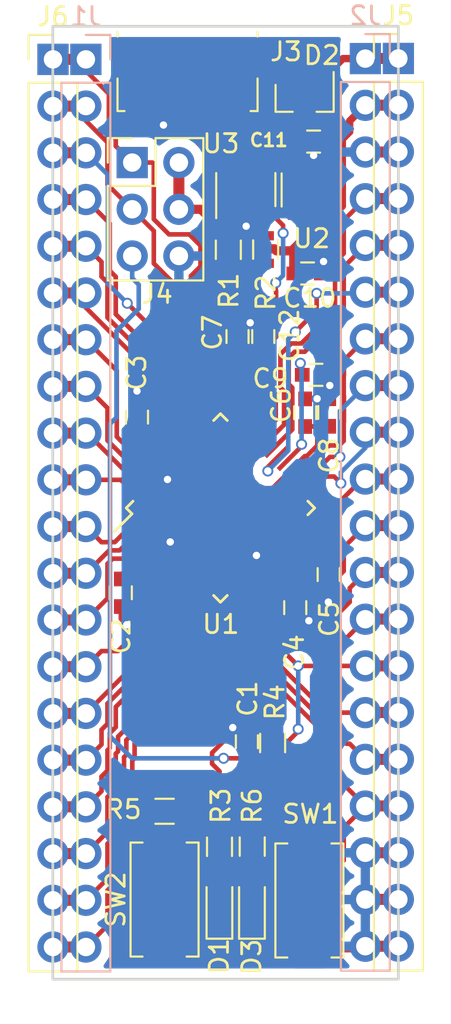
<source format=kicad_pcb>
(kicad_pcb (version 20170922) (host pcbnew no-vcs-found-d00fc99~60~ubuntu16.04.1)

  (general
    (thickness 1.6)
    (drawings 4)
    (tracks 642)
    (zones 0)
    (modules 32)
    (nets 53)
  )

  (page A4)
  (title_block
    (date "lun. 30 mars 2015")
  )

  (layers
    (0 F.Cu signal)
    (31 B.Cu signal)
    (32 B.Adhes user)
    (33 F.Adhes user)
    (34 B.Paste user)
    (35 F.Paste user)
    (36 B.SilkS user)
    (37 F.SilkS user)
    (38 B.Mask user)
    (39 F.Mask user)
    (40 Dwgs.User user)
    (41 Cmts.User user)
    (42 Eco1.User user)
    (43 Eco2.User user)
    (44 Edge.Cuts user)
    (45 Margin user)
    (46 B.CrtYd user)
    (47 F.CrtYd user)
    (48 B.Fab user)
    (49 F.Fab user hide)
  )

  (setup
    (last_trace_width 0.25)
    (trace_clearance 0.2)
    (zone_clearance 0.508)
    (zone_45_only no)
    (trace_min 0.2)
    (segment_width 0.15)
    (edge_width 0.15)
    (via_size 0.6)
    (via_drill 0.4)
    (via_min_size 0.4)
    (via_min_drill 0.3)
    (uvia_size 0.3)
    (uvia_drill 0.1)
    (uvias_allowed no)
    (uvia_min_size 0.2)
    (uvia_min_drill 0.1)
    (pcb_text_width 0.3)
    (pcb_text_size 1.5 1.5)
    (mod_edge_width 0.15)
    (mod_text_size 1 1)
    (mod_text_width 0.15)
    (pad_size 4.064 4.064)
    (pad_drill 3.048)
    (pad_to_mask_clearance 0)
    (aux_axis_origin 110.998 126.365)
    (grid_origin 110.998 126.365)
    (visible_elements FFFFFF7F)
    (pcbplotparams
      (layerselection 0x00030_80000001)
      (usegerberextensions false)
      (usegerberattributes true)
      (usegerberadvancedattributes true)
      (creategerberjobfile true)
      (excludeedgelayer true)
      (linewidth 0.100000)
      (plotframeref false)
      (viasonmask false)
      (mode 1)
      (useauxorigin false)
      (hpglpennumber 1)
      (hpglpenspeed 20)
      (hpglpendiameter 15)
      (psnegative false)
      (psa4output false)
      (plotreference true)
      (plotvalue true)
      (plotinvisibletext false)
      (padsonsilk false)
      (subtractmaskfromsilk false)
      (outputformat 1)
      (mirror false)
      (drillshape 1)
      (scaleselection 1)
      (outputdirectory ""))
  )

  (net 0 "")
  (net 1 +5V)
  (net 2 GND)
  (net 3 +3V3)
  (net 4 "Net-(C9-Pad1)")
  (net 5 /PD4)
  (net 6 /PD5)
  (net 7 /PD6)
  (net 8 /PD7)
  (net 9 /PC8)
  (net 10 /PC9)
  (net 11 /PC10)
  (net 12 /PF0/SWCLK)
  (net 13 /PF1/SWDIO)
  (net 14 /PF2)
  (net 15 /PF3)
  (net 16 /PF4)
  (net 17 /PF5)
  (net 18 /PE10)
  (net 19 /PE11)
  (net 20 /PE12)
  (net 21 /PE13)
  (net 22 /PA0)
  (net 23 /PA1)
  (net 24 /PA2)
  (net 25 /PC0)
  (net 26 /PC1)
  (net 27 /PC2)
  (net 28 /PC3)
  (net 29 /PC4)
  (net 30 /PB7)
  (net 31 /PB8)
  (net 32 /PA8)
  (net 33 /PA9)
  (net 34 /PA10)
  (net 35 /PB11)
  (net 36 /PB13)
  (net 37 /PB14)
  (net 38 "Net-(J3-Pad6)")
  (net 39 /USB+)
  (net 40 "Net-(R1-Pad1)")
  (net 41 "Net-(R2-Pad1)")
  (net 42 /USB-)
  (net 43 /nRESET)
  (net 44 /B_USB+)
  (net 45 /B_USB-)
  (net 46 "Net-(D1-Pad2)")
  (net 47 "Net-(D3-Pad2)")
  (net 48 /vusb)
  (net 49 /vin)
  (net 50 "Net-(C7-Pad1)")
  (net 51 "Net-(J3-Pad4)")
  (net 52 "Net-(U2-Pad4)")

  (net_class Default "This is the default net class."
    (clearance 0.2)
    (trace_width 0.25)
    (via_dia 0.6)
    (via_drill 0.4)
    (uvia_dia 0.3)
    (uvia_drill 0.1)
    (add_net +3V3)
    (add_net +5V)
    (add_net /B_USB+)
    (add_net /B_USB-)
    (add_net /PA0)
    (add_net /PA1)
    (add_net /PA10)
    (add_net /PA2)
    (add_net /PA8)
    (add_net /PA9)
    (add_net /PB11)
    (add_net /PB13)
    (add_net /PB14)
    (add_net /PB7)
    (add_net /PB8)
    (add_net /PC0)
    (add_net /PC1)
    (add_net /PC10)
    (add_net /PC2)
    (add_net /PC3)
    (add_net /PC4)
    (add_net /PC8)
    (add_net /PC9)
    (add_net /PD4)
    (add_net /PD5)
    (add_net /PD6)
    (add_net /PD7)
    (add_net /PE10)
    (add_net /PE11)
    (add_net /PE12)
    (add_net /PE13)
    (add_net /PF0/SWCLK)
    (add_net /PF1/SWDIO)
    (add_net /PF2)
    (add_net /PF3)
    (add_net /PF4)
    (add_net /PF5)
    (add_net /USB+)
    (add_net /USB-)
    (add_net /nRESET)
    (add_net /vin)
    (add_net /vusb)
    (add_net GND)
    (add_net "Net-(C7-Pad1)")
    (add_net "Net-(C9-Pad1)")
    (add_net "Net-(D1-Pad2)")
    (add_net "Net-(D3-Pad2)")
    (add_net "Net-(J3-Pad4)")
    (add_net "Net-(J3-Pad6)")
    (add_net "Net-(R1-Pad1)")
    (add_net "Net-(R2-Pad1)")
    (add_net "Net-(U2-Pad4)")
  )

  (module Capacitors_SMD:C_0603 (layer F.Cu) (tedit 59958EE7) (tstamp 59D134BA)
    (at 127.788 86.895 90)
    (descr "Capacitor SMD 0603, reflow soldering, AVX (see smccp.pdf)")
    (tags "capacitor 0603")
    (path /59CF2D3A)
    (attr smd)
    (fp_text reference C7 (at 0.22 -1.37 90) (layer F.SilkS)
      (effects (font (size 1 1) (thickness 0.15)))
    )
    (fp_text value 1u (at 0 1.5 90) (layer F.Fab)
      (effects (font (size 1 1) (thickness 0.15)))
    )
    (fp_line (start 1.4 0.65) (end -1.4 0.65) (layer F.CrtYd) (width 0.05))
    (fp_line (start 1.4 0.65) (end 1.4 -0.65) (layer F.CrtYd) (width 0.05))
    (fp_line (start -1.4 -0.65) (end -1.4 0.65) (layer F.CrtYd) (width 0.05))
    (fp_line (start -1.4 -0.65) (end 1.4 -0.65) (layer F.CrtYd) (width 0.05))
    (fp_line (start 0.35 0.6) (end -0.35 0.6) (layer F.SilkS) (width 0.12))
    (fp_line (start -0.35 -0.6) (end 0.35 -0.6) (layer F.SilkS) (width 0.12))
    (fp_line (start -0.8 -0.4) (end 0.8 -0.4) (layer F.Fab) (width 0.1))
    (fp_line (start 0.8 -0.4) (end 0.8 0.4) (layer F.Fab) (width 0.1))
    (fp_line (start 0.8 0.4) (end -0.8 0.4) (layer F.Fab) (width 0.1))
    (fp_line (start -0.8 0.4) (end -0.8 -0.4) (layer F.Fab) (width 0.1))
    (fp_text user %R (at 0 0 90) (layer F.Fab)
      (effects (font (size 0.3 0.3) (thickness 0.075)))
    )
    (pad 2 smd rect (at 0.75 0 90) (size 0.8 0.75) (layers F.Cu F.Paste F.Mask)
      (net 2 GND))
    (pad 1 smd rect (at -0.75 0 90) (size 0.8 0.75) (layers F.Cu F.Paste F.Mask)
      (net 50 "Net-(C7-Pad1)"))
    (model Capacitors_SMD.3dshapes/C_0603.wrl
      (at (xyz 0 0 0))
      (scale (xyz 1 1 1))
      (rotate (xyz 0 0 0))
    )
  )

  (module TO_SOT_Packages_SMD:SOT-23 (layer F.Cu) (tedit 58CE4E7E) (tstamp 59D3F4D4)
    (at 131.438 73.915 270)
    (descr "SOT-23, Standard")
    (tags SOT-23)
    (path /59D2F91E)
    (attr smd)
    (fp_text reference D2 (at -2.31 -0.93) (layer F.SilkS)
      (effects (font (size 1 1) (thickness 0.15)))
    )
    (fp_text value PMEG2005CT (at 0 2.5 270) (layer F.Fab)
      (effects (font (size 1 1) (thickness 0.15)))
    )
    (fp_line (start 0.76 1.58) (end -0.7 1.58) (layer F.SilkS) (width 0.12))
    (fp_line (start 0.76 -1.58) (end -1.4 -1.58) (layer F.SilkS) (width 0.12))
    (fp_line (start -1.7 1.75) (end -1.7 -1.75) (layer F.CrtYd) (width 0.05))
    (fp_line (start 1.7 1.75) (end -1.7 1.75) (layer F.CrtYd) (width 0.05))
    (fp_line (start 1.7 -1.75) (end 1.7 1.75) (layer F.CrtYd) (width 0.05))
    (fp_line (start -1.7 -1.75) (end 1.7 -1.75) (layer F.CrtYd) (width 0.05))
    (fp_line (start 0.76 -1.58) (end 0.76 -0.65) (layer F.SilkS) (width 0.12))
    (fp_line (start 0.76 1.58) (end 0.76 0.65) (layer F.SilkS) (width 0.12))
    (fp_line (start -0.7 1.52) (end 0.7 1.52) (layer F.Fab) (width 0.1))
    (fp_line (start 0.7 -1.52) (end 0.7 1.52) (layer F.Fab) (width 0.1))
    (fp_line (start -0.7 -0.95) (end -0.15 -1.52) (layer F.Fab) (width 0.1))
    (fp_line (start -0.15 -1.52) (end 0.7 -1.52) (layer F.Fab) (width 0.1))
    (fp_line (start -0.7 -0.95) (end -0.7 1.5) (layer F.Fab) (width 0.1))
    (fp_text user %R (at 0 0) (layer F.Fab)
      (effects (font (size 0.5 0.5) (thickness 0.075)))
    )
    (pad 3 smd rect (at 1 0 270) (size 0.9 0.8) (layers F.Cu F.Paste F.Mask)
      (net 1 +5V))
    (pad 2 smd rect (at -1 0.95 270) (size 0.9 0.8) (layers F.Cu F.Paste F.Mask)
      (net 48 /vusb))
    (pad 1 smd rect (at -1 -0.95 270) (size 0.9 0.8) (layers F.Cu F.Paste F.Mask)
      (net 49 /vin))
    (model ${KISYS3DMOD}/TO_SOT_Packages_SMD.3dshapes/SOT-23.wrl
      (at (xyz 0 0 0))
      (scale (xyz 1 1 1))
      (rotate (xyz 0 0 0))
    )
  )

  (module Buttons_Switches_SMD:SW_SPST_EVQPE1 (layer F.Cu) (tedit 58724896) (tstamp 59D17E08)
    (at 131.698 117.555 90)
    (descr "Light Touch Switch, https://industrial.panasonic.com/cdbs/www-data/pdf/ATK0000/ATK0000CE7.pdf")
    (path /59D0A10F)
    (attr smd)
    (fp_text reference SW1 (at 4.7 0.05 180) (layer F.SilkS)
      (effects (font (size 1 1) (thickness 0.15)))
    )
    (fp_text value reset (at 0 3 90) (layer F.Fab)
      (effects (font (size 1 1) (thickness 0.15)))
    )
    (fp_line (start -3.1 1.85) (end 3.1 1.85) (layer F.SilkS) (width 0.12))
    (fp_line (start 3.1 -1.85) (end -3.1 -1.85) (layer F.SilkS) (width 0.12))
    (fp_line (start -3.1 -1.85) (end -3.1 -1.2) (layer F.SilkS) (width 0.12))
    (fp_line (start -3.1 1.2) (end -3.1 1.85) (layer F.SilkS) (width 0.12))
    (fp_line (start 3.1 1.85) (end 3.1 1.2) (layer F.SilkS) (width 0.12))
    (fp_line (start 3.1 -1.85) (end 3.1 -1.2) (layer F.SilkS) (width 0.12))
    (fp_line (start -3.95 2) (end -3.95 -2) (layer F.CrtYd) (width 0.05))
    (fp_line (start 3.95 2) (end -3.95 2) (layer F.CrtYd) (width 0.05))
    (fp_line (start 3.95 -2) (end 3.95 2) (layer F.CrtYd) (width 0.05))
    (fp_line (start -3.95 -2) (end 3.95 -2) (layer F.CrtYd) (width 0.05))
    (fp_line (start -1.4 0.7) (end -1.4 -0.7) (layer F.Fab) (width 0.1))
    (fp_line (start 1.4 0.7) (end -1.4 0.7) (layer F.Fab) (width 0.1))
    (fp_line (start 1.4 -0.7) (end 1.4 0.7) (layer F.Fab) (width 0.1))
    (fp_line (start -1.4 -0.7) (end 1.4 -0.7) (layer F.Fab) (width 0.1))
    (fp_line (start -3 -1.75) (end 3 -1.75) (layer F.Fab) (width 0.1))
    (fp_line (start -3 1.75) (end -3 -1.75) (layer F.Fab) (width 0.1))
    (fp_line (start 3 1.75) (end -3 1.75) (layer F.Fab) (width 0.1))
    (fp_line (start 3 -1.75) (end 3 1.75) (layer F.Fab) (width 0.1))
    (fp_text user %R (at 0 -2.65 90) (layer F.Fab)
      (effects (font (size 1 1) (thickness 0.15)))
    )
    (pad 1 smd rect (at -2.7 0 90) (size 2 1.6) (layers F.Cu F.Paste F.Mask)
      (net 2 GND))
    (pad 2 smd rect (at 2.7 0 90) (size 2 1.6) (layers F.Cu F.Paste F.Mask)
      (net 43 /nRESET))
    (model ${KISYS3DMOD}/Buttons_Switches_SMD.3dshapes/SW_SPST_EVQPE1.wrl
      (at (xyz 0 0 0))
      (scale (xyz 1 1 1))
      (rotate (xyz 0 0 0))
    )
  )

  (module Pin_Headers:Pin_Header_Straight_1x20_Pitch2.54mm (layer F.Cu) (tedit 59650532) (tstamp 59D16FDA)
    (at 136.538 71.775)
    (descr "Through hole straight pin header, 1x20, 2.54mm pitch, single row")
    (tags "Through hole pin header THT 1x20 2.54mm single row")
    (path /59D14262)
    (fp_text reference J5 (at 0 -2.33) (layer F.SilkS)
      (effects (font (size 1 1) (thickness 0.15)))
    )
    (fp_text value Conn_01x20 (at 0 50.59) (layer F.Fab)
      (effects (font (size 1 1) (thickness 0.15)))
    )
    (fp_line (start -0.635 -1.27) (end 1.27 -1.27) (layer F.Fab) (width 0.1))
    (fp_line (start 1.27 -1.27) (end 1.27 49.53) (layer F.Fab) (width 0.1))
    (fp_line (start 1.27 49.53) (end -1.27 49.53) (layer F.Fab) (width 0.1))
    (fp_line (start -1.27 49.53) (end -1.27 -0.635) (layer F.Fab) (width 0.1))
    (fp_line (start -1.27 -0.635) (end -0.635 -1.27) (layer F.Fab) (width 0.1))
    (fp_line (start -1.33 49.59) (end 1.33 49.59) (layer F.SilkS) (width 0.12))
    (fp_line (start -1.33 1.27) (end -1.33 49.59) (layer F.SilkS) (width 0.12))
    (fp_line (start 1.33 1.27) (end 1.33 49.59) (layer F.SilkS) (width 0.12))
    (fp_line (start -1.33 1.27) (end 1.33 1.27) (layer F.SilkS) (width 0.12))
    (fp_line (start -1.33 0) (end -1.33 -1.33) (layer F.SilkS) (width 0.12))
    (fp_line (start -1.33 -1.33) (end 0 -1.33) (layer F.SilkS) (width 0.12))
    (fp_line (start -1.8 -1.8) (end -1.8 50.05) (layer F.CrtYd) (width 0.05))
    (fp_line (start -1.8 50.05) (end 1.8 50.05) (layer F.CrtYd) (width 0.05))
    (fp_line (start 1.8 50.05) (end 1.8 -1.8) (layer F.CrtYd) (width 0.05))
    (fp_line (start 1.8 -1.8) (end -1.8 -1.8) (layer F.CrtYd) (width 0.05))
    (fp_text user %R (at 0 24.13 90) (layer F.Fab)
      (effects (font (size 1 1) (thickness 0.15)))
    )
    (pad 1 thru_hole rect (at 0 0) (size 1.7 1.7) (drill 1) (layers *.Cu *.Mask)
      (net 49 /vin))
    (pad 2 thru_hole oval (at 0 2.54) (size 1.7 1.7) (drill 1) (layers *.Cu *.Mask)
      (net 3 +3V3))
    (pad 3 thru_hole oval (at 0 5.08) (size 1.7 1.7) (drill 1) (layers *.Cu *.Mask)
      (net 2 GND))
    (pad 4 thru_hole oval (at 0 7.62) (size 1.7 1.7) (drill 1) (layers *.Cu *.Mask)
      (net 11 /PC10))
    (pad 5 thru_hole oval (at 0 10.16) (size 1.7 1.7) (drill 1) (layers *.Cu *.Mask)
      (net 10 /PC9))
    (pad 6 thru_hole oval (at 0 12.7) (size 1.7 1.7) (drill 1) (layers *.Cu *.Mask)
      (net 9 /PC8))
    (pad 7 thru_hole oval (at 0 15.24) (size 1.7 1.7) (drill 1) (layers *.Cu *.Mask)
      (net 8 /PD7))
    (pad 8 thru_hole oval (at 0 17.78) (size 1.7 1.7) (drill 1) (layers *.Cu *.Mask)
      (net 7 /PD6))
    (pad 9 thru_hole oval (at 0 20.32) (size 1.7 1.7) (drill 1) (layers *.Cu *.Mask)
      (net 6 /PD5))
    (pad 10 thru_hole oval (at 0 22.86) (size 1.7 1.7) (drill 1) (layers *.Cu *.Mask)
      (net 5 /PD4))
    (pad 11 thru_hole oval (at 0 25.4) (size 1.7 1.7) (drill 1) (layers *.Cu *.Mask)
      (net 37 /PB14))
    (pad 12 thru_hole oval (at 0 27.94) (size 1.7 1.7) (drill 1) (layers *.Cu *.Mask)
      (net 36 /PB13))
    (pad 13 thru_hole oval (at 0 30.48) (size 1.7 1.7) (drill 1) (layers *.Cu *.Mask)
      (net 35 /PB11))
    (pad 14 thru_hole oval (at 0 33.02) (size 1.7 1.7) (drill 1) (layers *.Cu *.Mask)
      (net 43 /nRESET))
    (pad 15 thru_hole oval (at 0 35.56) (size 1.7 1.7) (drill 1) (layers *.Cu *.Mask)
      (net 34 /PA10))
    (pad 16 thru_hole oval (at 0 38.1) (size 1.7 1.7) (drill 1) (layers *.Cu *.Mask)
      (net 33 /PA9))
    (pad 17 thru_hole oval (at 0 40.64) (size 1.7 1.7) (drill 1) (layers *.Cu *.Mask)
      (net 32 /PA8))
    (pad 18 thru_hole oval (at 0 43.18) (size 1.7 1.7) (drill 1) (layers *.Cu *.Mask)
      (net 2 GND))
    (pad 19 thru_hole oval (at 0 45.72) (size 1.7 1.7) (drill 1) (layers *.Cu *.Mask)
      (net 2 GND))
    (pad 20 thru_hole oval (at 0 48.26) (size 1.7 1.7) (drill 1) (layers *.Cu *.Mask)
      (net 2 GND))
  )

  (module TO_SOT_Packages_SMD:SOT-23-6 (layer F.Cu) (tedit 58CE4E7E) (tstamp 59D17E7A)
    (at 128.238 78.905 90)
    (descr "6-pin SOT-23 package")
    (tags SOT-23-6)
    (path /59D089E9)
    (attr smd)
    (fp_text reference U3 (at 2.5 -1.35 180) (layer F.SilkS)
      (effects (font (size 1 1) (thickness 0.15)))
    )
    (fp_text value USBLC6-2 (at 0 2.9 90) (layer F.Fab)
      (effects (font (size 1 1) (thickness 0.15)))
    )
    (fp_line (start 0.9 -1.55) (end 0.9 1.55) (layer F.Fab) (width 0.1))
    (fp_line (start 0.9 1.55) (end -0.9 1.55) (layer F.Fab) (width 0.1))
    (fp_line (start -0.9 -0.9) (end -0.9 1.55) (layer F.Fab) (width 0.1))
    (fp_line (start 0.9 -1.55) (end -0.25 -1.55) (layer F.Fab) (width 0.1))
    (fp_line (start -0.9 -0.9) (end -0.25 -1.55) (layer F.Fab) (width 0.1))
    (fp_line (start -1.9 -1.8) (end -1.9 1.8) (layer F.CrtYd) (width 0.05))
    (fp_line (start -1.9 1.8) (end 1.9 1.8) (layer F.CrtYd) (width 0.05))
    (fp_line (start 1.9 1.8) (end 1.9 -1.8) (layer F.CrtYd) (width 0.05))
    (fp_line (start 1.9 -1.8) (end -1.9 -1.8) (layer F.CrtYd) (width 0.05))
    (fp_line (start 0.9 -1.61) (end -1.55 -1.61) (layer F.SilkS) (width 0.12))
    (fp_line (start -0.9 1.61) (end 0.9 1.61) (layer F.SilkS) (width 0.12))
    (fp_text user %R (at 0 0 180) (layer F.Fab)
      (effects (font (size 0.5 0.5) (thickness 0.075)))
    )
    (pad 5 smd rect (at 1.1 0 90) (size 1.06 0.65) (layers F.Cu F.Paste F.Mask)
      (net 3 +3V3))
    (pad 6 smd rect (at 1.1 -0.95 90) (size 1.06 0.65) (layers F.Cu F.Paste F.Mask)
      (net 44 /B_USB+))
    (pad 4 smd rect (at 1.1 0.95 90) (size 1.06 0.65) (layers F.Cu F.Paste F.Mask)
      (net 45 /B_USB-))
    (pad 3 smd rect (at -1.1 0.95 90) (size 1.06 0.65) (layers F.Cu F.Paste F.Mask)
      (net 41 "Net-(R2-Pad1)"))
    (pad 2 smd rect (at -1.1 0 90) (size 1.06 0.65) (layers F.Cu F.Paste F.Mask)
      (net 2 GND))
    (pad 1 smd rect (at -1.1 -0.95 90) (size 1.06 0.65) (layers F.Cu F.Paste F.Mask)
      (net 40 "Net-(R1-Pad1)"))
    (model ${KISYS3DMOD}/TO_SOT_Packages_SMD.3dshapes/SOT-23-6.wrl
      (at (xyz 0 0 0))
      (scale (xyz 1 1 1))
      (rotate (xyz 0 0 0))
    )
  )

  (module TO_SOT_Packages_SMD:SOT-23-5 (layer F.Cu) (tedit 58CE4E7E) (tstamp 59D17E64)
    (at 131.798 78.925 270)
    (descr "5-pin SOT23 package")
    (tags SOT-23-5)
    (path /59D0756A)
    (attr smd)
    (fp_text reference U2 (at 2.64 -0.02) (layer F.SilkS)
      (effects (font (size 1 1) (thickness 0.15)))
    )
    (fp_text value SPX3819M5-L-3-3 (at 0 2.9 270) (layer F.Fab)
      (effects (font (size 1 1) (thickness 0.15)))
    )
    (fp_line (start 0.9 -1.55) (end 0.9 1.55) (layer F.Fab) (width 0.1))
    (fp_line (start 0.9 1.55) (end -0.9 1.55) (layer F.Fab) (width 0.1))
    (fp_line (start -0.9 -0.9) (end -0.9 1.55) (layer F.Fab) (width 0.1))
    (fp_line (start 0.9 -1.55) (end -0.25 -1.55) (layer F.Fab) (width 0.1))
    (fp_line (start -0.9 -0.9) (end -0.25 -1.55) (layer F.Fab) (width 0.1))
    (fp_line (start -1.9 1.8) (end -1.9 -1.8) (layer F.CrtYd) (width 0.05))
    (fp_line (start 1.9 1.8) (end -1.9 1.8) (layer F.CrtYd) (width 0.05))
    (fp_line (start 1.9 -1.8) (end 1.9 1.8) (layer F.CrtYd) (width 0.05))
    (fp_line (start -1.9 -1.8) (end 1.9 -1.8) (layer F.CrtYd) (width 0.05))
    (fp_line (start 0.9 -1.61) (end -1.55 -1.61) (layer F.SilkS) (width 0.12))
    (fp_line (start -0.9 1.61) (end 0.9 1.61) (layer F.SilkS) (width 0.12))
    (fp_text user %R (at 0 0) (layer F.Fab)
      (effects (font (size 0.5 0.5) (thickness 0.075)))
    )
    (pad 5 smd rect (at 1.1 -0.95 270) (size 1.06 0.65) (layers F.Cu F.Paste F.Mask)
      (net 3 +3V3))
    (pad 4 smd rect (at 1.1 0.95 270) (size 1.06 0.65) (layers F.Cu F.Paste F.Mask)
      (net 52 "Net-(U2-Pad4)"))
    (pad 3 smd rect (at -1.1 0.95 270) (size 1.06 0.65) (layers F.Cu F.Paste F.Mask)
      (net 1 +5V))
    (pad 2 smd rect (at -1.1 0 270) (size 1.06 0.65) (layers F.Cu F.Paste F.Mask)
      (net 2 GND))
    (pad 1 smd rect (at -1.1 -0.95 270) (size 1.06 0.65) (layers F.Cu F.Paste F.Mask)
      (net 1 +5V))
    (model ${KISYS3DMOD}/TO_SOT_Packages_SMD.3dshapes/SOT-23-5.wrl
      (at (xyz 0 0 0))
      (scale (xyz 1 1 1))
      (rotate (xyz 0 0 0))
    )
  )

  (module Pin_Headers:Pin_Header_Straight_1x20_Pitch2.54mm (layer B.Cu) (tedit 59650532) (tstamp 59D17D9C)
    (at 134.740619 71.7825 180)
    (descr "Through hole straight pin header, 1x20, 2.54mm pitch, single row")
    (tags "Through hole pin header THT 1x20 2.54mm single row")
    (path /59D063CB)
    (fp_text reference J2 (at 0 2.33 180) (layer B.SilkS)
      (effects (font (size 1 1) (thickness 0.15)) (justify mirror))
    )
    (fp_text value Conn_01x20 (at 0 -50.59 180) (layer B.Fab)
      (effects (font (size 1 1) (thickness 0.15)) (justify mirror))
    )
    (fp_line (start -0.635 1.27) (end 1.27 1.27) (layer B.Fab) (width 0.1))
    (fp_line (start 1.27 1.27) (end 1.27 -49.53) (layer B.Fab) (width 0.1))
    (fp_line (start 1.27 -49.53) (end -1.27 -49.53) (layer B.Fab) (width 0.1))
    (fp_line (start -1.27 -49.53) (end -1.27 0.635) (layer B.Fab) (width 0.1))
    (fp_line (start -1.27 0.635) (end -0.635 1.27) (layer B.Fab) (width 0.1))
    (fp_line (start -1.33 -49.59) (end 1.33 -49.59) (layer B.SilkS) (width 0.12))
    (fp_line (start -1.33 -1.27) (end -1.33 -49.59) (layer B.SilkS) (width 0.12))
    (fp_line (start 1.33 -1.27) (end 1.33 -49.59) (layer B.SilkS) (width 0.12))
    (fp_line (start -1.33 -1.27) (end 1.33 -1.27) (layer B.SilkS) (width 0.12))
    (fp_line (start -1.33 0) (end -1.33 1.33) (layer B.SilkS) (width 0.12))
    (fp_line (start -1.33 1.33) (end 0 1.33) (layer B.SilkS) (width 0.12))
    (fp_line (start -1.8 1.8) (end -1.8 -50.05) (layer B.CrtYd) (width 0.05))
    (fp_line (start -1.8 -50.05) (end 1.8 -50.05) (layer B.CrtYd) (width 0.05))
    (fp_line (start 1.8 -50.05) (end 1.8 1.8) (layer B.CrtYd) (width 0.05))
    (fp_line (start 1.8 1.8) (end -1.8 1.8) (layer B.CrtYd) (width 0.05))
    (fp_text user %R (at 0 -24.13 90) (layer B.Fab)
      (effects (font (size 1 1) (thickness 0.15)) (justify mirror))
    )
    (pad 1 thru_hole rect (at 0 0 180) (size 1.7 1.7) (drill 1) (layers *.Cu *.Mask)
      (net 49 /vin))
    (pad 2 thru_hole oval (at 0 -2.54 180) (size 1.7 1.7) (drill 1) (layers *.Cu *.Mask)
      (net 3 +3V3))
    (pad 3 thru_hole oval (at 0 -5.08 180) (size 1.7 1.7) (drill 1) (layers *.Cu *.Mask)
      (net 2 GND))
    (pad 4 thru_hole oval (at 0 -7.62 180) (size 1.7 1.7) (drill 1) (layers *.Cu *.Mask)
      (net 11 /PC10))
    (pad 5 thru_hole oval (at 0 -10.16 180) (size 1.7 1.7) (drill 1) (layers *.Cu *.Mask)
      (net 10 /PC9))
    (pad 6 thru_hole oval (at 0 -12.7 180) (size 1.7 1.7) (drill 1) (layers *.Cu *.Mask)
      (net 9 /PC8))
    (pad 7 thru_hole oval (at 0 -15.24 180) (size 1.7 1.7) (drill 1) (layers *.Cu *.Mask)
      (net 8 /PD7))
    (pad 8 thru_hole oval (at 0 -17.78 180) (size 1.7 1.7) (drill 1) (layers *.Cu *.Mask)
      (net 7 /PD6))
    (pad 9 thru_hole oval (at 0 -20.32 180) (size 1.7 1.7) (drill 1) (layers *.Cu *.Mask)
      (net 6 /PD5))
    (pad 10 thru_hole oval (at 0 -22.86 180) (size 1.7 1.7) (drill 1) (layers *.Cu *.Mask)
      (net 5 /PD4))
    (pad 11 thru_hole oval (at 0 -25.4 180) (size 1.7 1.7) (drill 1) (layers *.Cu *.Mask)
      (net 37 /PB14))
    (pad 12 thru_hole oval (at 0 -27.94 180) (size 1.7 1.7) (drill 1) (layers *.Cu *.Mask)
      (net 36 /PB13))
    (pad 13 thru_hole oval (at 0 -30.48 180) (size 1.7 1.7) (drill 1) (layers *.Cu *.Mask)
      (net 35 /PB11))
    (pad 14 thru_hole oval (at 0 -33.02 180) (size 1.7 1.7) (drill 1) (layers *.Cu *.Mask)
      (net 43 /nRESET))
    (pad 15 thru_hole oval (at 0 -35.56 180) (size 1.7 1.7) (drill 1) (layers *.Cu *.Mask)
      (net 34 /PA10))
    (pad 16 thru_hole oval (at 0 -38.1 180) (size 1.7 1.7) (drill 1) (layers *.Cu *.Mask)
      (net 33 /PA9))
    (pad 17 thru_hole oval (at 0 -40.64 180) (size 1.7 1.7) (drill 1) (layers *.Cu *.Mask)
      (net 32 /PA8))
    (pad 18 thru_hole oval (at 0 -43.18 180) (size 1.7 1.7) (drill 1) (layers *.Cu *.Mask)
      (net 2 GND))
    (pad 19 thru_hole oval (at 0 -45.72 180) (size 1.7 1.7) (drill 1) (layers *.Cu *.Mask)
      (net 2 GND))
    (pad 20 thru_hole oval (at 0 -48.26 180) (size 1.7 1.7) (drill 1) (layers *.Cu *.Mask)
      (net 2 GND))
    (model ${KISYS3DMOD}/Pin_Headers.3dshapes/Pin_Header_Straight_1x20_Pitch2.54mm.wrl
      (at (xyz 0 0 0))
      (scale (xyz 1 1 1))
      (rotate (xyz 0 0 0))
    )
  )

  (module Capacitors_SMD:C_0603 (layer F.Cu) (tedit 59958EE7) (tstamp 59D134DA)
    (at 132.058 88.975)
    (descr "Capacitor SMD 0603, reflow soldering, AVX (see smccp.pdf)")
    (tags "capacitor 0603")
    (path /59CF3066)
    (attr smd)
    (fp_text reference C9 (at -2.48 0.2) (layer F.SilkS)
      (effects (font (size 1 1) (thickness 0.15)))
    )
    (fp_text value 1u (at 0 1.5) (layer F.Fab)
      (effects (font (size 1 1) (thickness 0.15)))
    )
    (fp_line (start 1.4 0.65) (end -1.4 0.65) (layer F.CrtYd) (width 0.05))
    (fp_line (start 1.4 0.65) (end 1.4 -0.65) (layer F.CrtYd) (width 0.05))
    (fp_line (start -1.4 -0.65) (end -1.4 0.65) (layer F.CrtYd) (width 0.05))
    (fp_line (start -1.4 -0.65) (end 1.4 -0.65) (layer F.CrtYd) (width 0.05))
    (fp_line (start 0.35 0.6) (end -0.35 0.6) (layer F.SilkS) (width 0.12))
    (fp_line (start -0.35 -0.6) (end 0.35 -0.6) (layer F.SilkS) (width 0.12))
    (fp_line (start -0.8 -0.4) (end 0.8 -0.4) (layer F.Fab) (width 0.1))
    (fp_line (start 0.8 -0.4) (end 0.8 0.4) (layer F.Fab) (width 0.1))
    (fp_line (start 0.8 0.4) (end -0.8 0.4) (layer F.Fab) (width 0.1))
    (fp_line (start -0.8 0.4) (end -0.8 -0.4) (layer F.Fab) (width 0.1))
    (fp_text user %R (at 0 0) (layer F.Fab)
      (effects (font (size 0.3 0.3) (thickness 0.075)))
    )
    (pad 2 smd rect (at 0.75 0) (size 0.8 0.75) (layers F.Cu F.Paste F.Mask)
      (net 2 GND))
    (pad 1 smd rect (at -0.75 0) (size 0.8 0.75) (layers F.Cu F.Paste F.Mask)
      (net 4 "Net-(C9-Pad1)"))
    (model Capacitors_SMD.3dshapes/C_0603.wrl
      (at (xyz 0 0 0))
      (scale (xyz 1 1 1))
      (rotate (xyz 0 0 0))
    )
  )

  (module Housings_QFP:LQFP-48_7x7mm_Pitch0.5mm (layer F.Cu) (tedit 59D13C83) (tstamp 59D17E4F)
    (at 126.858 96.215 45)
    (descr "48 LEAD LQFP 7x7mm (see MICREL LQFP7x7-48LD-PL-1.pdf)")
    (tags "QFP 0.5")
    (path /59CF1484)
    (attr smd)
    (fp_text reference U1 (at -4.454773 4.483057 180) (layer F.SilkS)
      (effects (font (size 1 1) (thickness 0.15)))
    )
    (fp_text value EFM32HG-48LQFP (at 0 6 45) (layer F.Fab)
      (effects (font (size 1 1) (thickness 0.15)))
    )
    (fp_text user %R (at 0 0 45) (layer F.Fab)
      (effects (font (size 1 1) (thickness 0.15)))
    )
    (fp_line (start -2.5 -3.5) (end 3.5 -3.5) (layer F.Fab) (width 0.15))
    (fp_line (start 3.5 -3.5) (end 3.5 3.5) (layer F.Fab) (width 0.15))
    (fp_line (start 3.5 3.5) (end -3.5 3.5) (layer F.Fab) (width 0.15))
    (fp_line (start -3.5 3.5) (end -3.5 -2.5) (layer F.Fab) (width 0.15))
    (fp_line (start -3.5 -2.5) (end -2.5 -3.5) (layer F.Fab) (width 0.15))
    (fp_line (start -5.25 -5.25) (end -5.25 5.25) (layer F.CrtYd) (width 0.05))
    (fp_line (start 5.25 -5.25) (end 5.25 5.25) (layer F.CrtYd) (width 0.05))
    (fp_line (start -5.25 -5.25) (end 5.25 -5.25) (layer F.CrtYd) (width 0.05))
    (fp_line (start -5.25 5.25) (end 5.25 5.25) (layer F.CrtYd) (width 0.05))
    (fp_line (start -3.625 -3.625) (end -3.625 -3.175) (layer F.SilkS) (width 0.15))
    (fp_line (start 3.625 -3.625) (end 3.625 -3.1) (layer F.SilkS) (width 0.15))
    (fp_line (start 3.625 3.625) (end 3.625 3.1) (layer F.SilkS) (width 0.15))
    (fp_line (start -3.625 3.625) (end -3.625 3.1) (layer F.SilkS) (width 0.15))
    (fp_line (start -3.625 -3.625) (end -3.1 -3.625) (layer F.SilkS) (width 0.15))
    (fp_line (start -3.625 3.625) (end -3.1 3.625) (layer F.SilkS) (width 0.15))
    (fp_line (start 3.625 3.625) (end 3.1 3.625) (layer F.SilkS) (width 0.15))
    (fp_line (start 3.625 -3.625) (end 3.1 -3.625) (layer F.SilkS) (width 0.15))
    (fp_line (start -3.625 -3.175) (end -5 -3.175) (layer F.SilkS) (width 0.15))
    (pad 1 smd rect (at -4.35 -2.75 45) (size 1.3 0.25) (layers F.Cu F.Paste F.Mask)
      (net 22 /PA0))
    (pad 2 smd rect (at -4.35 -2.25 45) (size 1.3 0.25) (layers F.Cu F.Paste F.Mask)
      (net 23 /PA1))
    (pad 3 smd rect (at -4.35 -1.749999 45) (size 1.3 0.25) (layers F.Cu F.Paste F.Mask)
      (net 24 /PA2))
    (pad 4 smd rect (at -4.35 -1.25 45) (size 1.3 0.25) (layers F.Cu F.Paste F.Mask)
      (net 3 +3V3))
    (pad 5 smd rect (at -4.35 -0.750001 45) (size 1.3 0.25) (layers F.Cu F.Paste F.Mask)
      (net 2 GND))
    (pad 6 smd rect (at -4.35 -0.25 45) (size 1.3 0.25) (layers F.Cu F.Paste F.Mask)
      (net 25 /PC0))
    (pad 7 smd rect (at -4.35 0.25 45) (size 1.3 0.25) (layers F.Cu F.Paste F.Mask)
      (net 26 /PC1))
    (pad 8 smd rect (at -4.35 0.750001 45) (size 1.3 0.25) (layers F.Cu F.Paste F.Mask)
      (net 27 /PC2))
    (pad 9 smd rect (at -4.35 1.25 45) (size 1.3 0.25) (layers F.Cu F.Paste F.Mask)
      (net 28 /PC3))
    (pad 10 smd rect (at -4.35 1.749999 45) (size 1.3 0.25) (layers F.Cu F.Paste F.Mask)
      (net 29 /PC4))
    (pad 11 smd rect (at -4.35 2.25 45) (size 1.3 0.25) (layers F.Cu F.Paste F.Mask)
      (net 30 /PB7))
    (pad 12 smd rect (at -4.35 2.75 45) (size 1.3 0.25) (layers F.Cu F.Paste F.Mask)
      (net 31 /PB8))
    (pad 13 smd rect (at -2.75 4.35 135) (size 1.3 0.25) (layers F.Cu F.Paste F.Mask)
      (net 32 /PA8))
    (pad 14 smd rect (at -2.25 4.35 135) (size 1.3 0.25) (layers F.Cu F.Paste F.Mask)
      (net 33 /PA9))
    (pad 15 smd rect (at -1.749999 4.35 135) (size 1.3 0.25) (layers F.Cu F.Paste F.Mask)
      (net 34 /PA10))
    (pad 16 smd rect (at -1.25 4.35 135) (size 1.3 0.25) (layers F.Cu F.Paste F.Mask)
      (net 43 /nRESET))
    (pad 17 smd rect (at -0.750001 4.35 135) (size 1.3 0.25) (layers F.Cu F.Paste F.Mask)
      (net 35 /PB11))
    (pad 18 smd rect (at -0.25 4.35 135) (size 1.3 0.25) (layers F.Cu F.Paste F.Mask)
      (net 2 GND))
    (pad 19 smd rect (at 0.25 4.35 135) (size 1.3 0.25) (layers F.Cu F.Paste F.Mask)
      (net 3 +3V3))
    (pad 20 smd rect (at 0.750001 4.35 135) (size 1.3 0.25) (layers F.Cu F.Paste F.Mask)
      (net 36 /PB13))
    (pad 21 smd rect (at 1.25 4.35 135) (size 1.3 0.25) (layers F.Cu F.Paste F.Mask)
      (net 37 /PB14))
    (pad 22 smd rect (at 1.749999 4.35 135) (size 1.3 0.25) (layers F.Cu F.Paste F.Mask)
      (net 3 +3V3))
    (pad 23 smd rect (at 2.25 4.35 135) (size 1.3 0.25) (layers F.Cu F.Paste F.Mask)
      (net 3 +3V3))
    (pad 24 smd rect (at 2.75 4.35 135) (size 1.3 0.25) (layers F.Cu F.Paste F.Mask)
      (net 5 /PD4))
    (pad 25 smd rect (at 4.35 2.75 45) (size 1.3 0.25) (layers F.Cu F.Paste F.Mask)
      (net 6 /PD5))
    (pad 26 smd rect (at 4.35 2.25 45) (size 1.3 0.25) (layers F.Cu F.Paste F.Mask)
      (net 7 /PD6))
    (pad 27 smd rect (at 4.35 1.749999 45) (size 1.3 0.25) (layers F.Cu F.Paste F.Mask)
      (net 8 /PD7))
    (pad 28 smd rect (at 4.35 1.25 45) (size 1.3 0.25) (layers F.Cu F.Paste F.Mask)
      (net 3 +3V3))
    (pad 29 smd rect (at 4.35 0.750001 45) (size 1.3 0.25) (layers F.Cu F.Paste F.Mask)
      (net 4 "Net-(C9-Pad1)"))
    (pad 30 smd rect (at 4.35 0.25 45) (size 1.3 0.25) (layers F.Cu F.Paste F.Mask)
      (net 9 /PC8))
    (pad 31 smd rect (at 4.35 -0.25 45) (size 1.3 0.25) (layers F.Cu F.Paste F.Mask)
      (net 10 /PC9))
    (pad 32 smd rect (at 4.35 -0.750001 45) (size 1.3 0.25) (layers F.Cu F.Paste F.Mask)
      (net 11 /PC10))
    (pad 33 smd rect (at 4.35 -1.25 45) (size 1.3 0.25) (layers F.Cu F.Paste F.Mask)
      (net 48 /vusb))
    (pad 34 smd rect (at 4.35 -1.749999 45) (size 1.3 0.25) (layers F.Cu F.Paste F.Mask)
      (net 50 "Net-(C7-Pad1)"))
    (pad 35 smd rect (at 4.35 -2.25 45) (size 1.3 0.25) (layers F.Cu F.Paste F.Mask)
      (net 42 /USB-))
    (pad 36 smd rect (at 4.35 -2.75 45) (size 1.3 0.25) (layers F.Cu F.Paste F.Mask)
      (net 39 /USB+))
    (pad 37 smd rect (at 2.75 -4.35 135) (size 1.3 0.25) (layers F.Cu F.Paste F.Mask)
      (net 12 /PF0/SWCLK))
    (pad 38 smd rect (at 2.25 -4.35 135) (size 1.3 0.25) (layers F.Cu F.Paste F.Mask)
      (net 13 /PF1/SWDIO))
    (pad 39 smd rect (at 1.749999 -4.35 135) (size 1.3 0.25) (layers F.Cu F.Paste F.Mask)
      (net 14 /PF2))
    (pad 40 smd rect (at 1.25 -4.35 135) (size 1.3 0.25) (layers F.Cu F.Paste F.Mask)
      (net 15 /PF3))
    (pad 41 smd rect (at 0.750001 -4.35 135) (size 1.3 0.25) (layers F.Cu F.Paste F.Mask)
      (net 16 /PF4))
    (pad 42 smd rect (at 0.25 -4.35 135) (size 1.3 0.25) (layers F.Cu F.Paste F.Mask)
      (net 17 /PF5))
    (pad 43 smd rect (at -0.25 -4.35 135) (size 1.3 0.25) (layers F.Cu F.Paste F.Mask)
      (net 3 +3V3))
    (pad 44 smd rect (at -0.750001 -4.35 135) (size 1.3 0.25) (layers F.Cu F.Paste F.Mask)
      (net 2 GND))
    (pad 45 smd rect (at -1.25 -4.35 135) (size 1.3 0.25) (layers F.Cu F.Paste F.Mask)
      (net 18 /PE10))
    (pad 46 smd rect (at -1.749999 -4.35 135) (size 1.3 0.25) (layers F.Cu F.Paste F.Mask)
      (net 19 /PE11))
    (pad 47 smd rect (at -2.25 -4.35 135) (size 1.3 0.25) (layers F.Cu F.Paste F.Mask)
      (net 20 /PE12))
    (pad 48 smd rect (at -2.75 -4.35 135) (size 1.3 0.25) (layers F.Cu F.Paste F.Mask)
      (net 21 /PE13))
    (model ${KISYS3DMOD}/Housings_QFP.3dshapes/LQFP-48_7x7mm_Pitch0.5mm.wrl
      (at (xyz 0 0 0))
      (scale (xyz 1 1 1))
      (rotate (xyz 0 0 0))
    )
  )

  (module Capacitors_SMD:C_0603 (layer F.Cu) (tedit 59958EE7) (tstamp 59D134EA)
    (at 131.598 83.465)
    (descr "Capacitor SMD 0603, reflow soldering, AVX (see smccp.pdf)")
    (tags "capacitor 0603")
    (path /59D07862)
    (attr smd)
    (fp_text reference C10 (at 0.12 1.34) (layer F.SilkS)
      (effects (font (size 1 1) (thickness 0.15)))
    )
    (fp_text value 1u (at 0 1.5) (layer F.Fab)
      (effects (font (size 1 1) (thickness 0.15)))
    )
    (fp_text user %R (at 0 0) (layer F.Fab)
      (effects (font (size 0.3 0.3) (thickness 0.075)))
    )
    (fp_line (start -0.8 0.4) (end -0.8 -0.4) (layer F.Fab) (width 0.1))
    (fp_line (start 0.8 0.4) (end -0.8 0.4) (layer F.Fab) (width 0.1))
    (fp_line (start 0.8 -0.4) (end 0.8 0.4) (layer F.Fab) (width 0.1))
    (fp_line (start -0.8 -0.4) (end 0.8 -0.4) (layer F.Fab) (width 0.1))
    (fp_line (start -0.35 -0.6) (end 0.35 -0.6) (layer F.SilkS) (width 0.12))
    (fp_line (start 0.35 0.6) (end -0.35 0.6) (layer F.SilkS) (width 0.12))
    (fp_line (start -1.4 -0.65) (end 1.4 -0.65) (layer F.CrtYd) (width 0.05))
    (fp_line (start -1.4 -0.65) (end -1.4 0.65) (layer F.CrtYd) (width 0.05))
    (fp_line (start 1.4 0.65) (end 1.4 -0.65) (layer F.CrtYd) (width 0.05))
    (fp_line (start 1.4 0.65) (end -1.4 0.65) (layer F.CrtYd) (width 0.05))
    (pad 1 smd rect (at -0.75 0) (size 0.8 0.75) (layers F.Cu F.Paste F.Mask)
      (net 3 +3V3))
    (pad 2 smd rect (at 0.75 0) (size 0.8 0.75) (layers F.Cu F.Paste F.Mask)
      (net 2 GND))
    (model Capacitors_SMD.3dshapes/C_0603.wrl
      (at (xyz 0 0 0))
      (scale (xyz 1 1 1))
      (rotate (xyz 0 0 0))
    )
  )

  (module Capacitors_SMD:C_0603 (layer F.Cu) (tedit 59D2F921) (tstamp 59D134FA)
    (at 131.928 76.295)
    (descr "Capacitor SMD 0603, reflow soldering, AVX (see smccp.pdf)")
    (tags "capacitor 0603")
    (path /59D0C3D6)
    (attr smd)
    (fp_text reference C11 (at -2.44 -0.08) (layer F.SilkS)
      (effects (font (size 0.7 0.7) (thickness 0.15)))
    )
    (fp_text value 1u (at 0 1.5) (layer F.Fab)
      (effects (font (size 1 1) (thickness 0.15)))
    )
    (fp_line (start 1.4 0.65) (end -1.4 0.65) (layer F.CrtYd) (width 0.05))
    (fp_line (start 1.4 0.65) (end 1.4 -0.65) (layer F.CrtYd) (width 0.05))
    (fp_line (start -1.4 -0.65) (end -1.4 0.65) (layer F.CrtYd) (width 0.05))
    (fp_line (start -1.4 -0.65) (end 1.4 -0.65) (layer F.CrtYd) (width 0.05))
    (fp_line (start 0.35 0.6) (end -0.35 0.6) (layer F.SilkS) (width 0.12))
    (fp_line (start -0.35 -0.6) (end 0.35 -0.6) (layer F.SilkS) (width 0.12))
    (fp_line (start -0.8 -0.4) (end 0.8 -0.4) (layer F.Fab) (width 0.1))
    (fp_line (start 0.8 -0.4) (end 0.8 0.4) (layer F.Fab) (width 0.1))
    (fp_line (start 0.8 0.4) (end -0.8 0.4) (layer F.Fab) (width 0.1))
    (fp_line (start -0.8 0.4) (end -0.8 -0.4) (layer F.Fab) (width 0.1))
    (fp_text user %R (at 0 0) (layer F.Fab)
      (effects (font (size 0.3 0.3) (thickness 0.075)))
    )
    (pad 2 smd rect (at 0.75 0) (size 0.8 0.75) (layers F.Cu F.Paste F.Mask)
      (net 2 GND))
    (pad 1 smd rect (at -0.75 0) (size 0.8 0.75) (layers F.Cu F.Paste F.Mask)
      (net 1 +5V))
    (model Capacitors_SMD.3dshapes/C_0603.wrl
      (at (xyz 0 0 0))
      (scale (xyz 1 1 1))
      (rotate (xyz 0 0 0))
    )
  )

  (module Resistors_SMD:R_0603 (layer F.Cu) (tedit 59D14507) (tstamp 59D17DDE)
    (at 129.318 82.165 270)
    (descr "Resistor SMD 0603, reflow soldering, Vishay (see dcrcw.pdf)")
    (tags "resistor 0603")
    (path /59D08397)
    (attr smd)
    (fp_text reference R2 (at 2.35 -0.01 270) (layer F.SilkS)
      (effects (font (size 1 1) (thickness 0.15)))
    )
    (fp_text value 15R (at 0 1.5 270) (layer F.Fab)
      (effects (font (size 1 1) (thickness 0.15)))
    )
    (fp_text user %R (at 1.07 0.09 270) (layer F.Fab)
      (effects (font (size 0.4 0.4) (thickness 0.075)))
    )
    (fp_line (start -0.8 0.4) (end -0.8 -0.4) (layer F.Fab) (width 0.1))
    (fp_line (start 0.8 0.4) (end -0.8 0.4) (layer F.Fab) (width 0.1))
    (fp_line (start 0.8 -0.4) (end 0.8 0.4) (layer F.Fab) (width 0.1))
    (fp_line (start -0.8 -0.4) (end 0.8 -0.4) (layer F.Fab) (width 0.1))
    (fp_line (start 0.5 0.68) (end -0.5 0.68) (layer F.SilkS) (width 0.12))
    (fp_line (start -0.5 -0.68) (end 0.5 -0.68) (layer F.SilkS) (width 0.12))
    (fp_line (start -1.25 -0.7) (end 1.25 -0.7) (layer F.CrtYd) (width 0.05))
    (fp_line (start -1.25 -0.7) (end -1.25 0.7) (layer F.CrtYd) (width 0.05))
    (fp_line (start 1.25 0.7) (end 1.25 -0.7) (layer F.CrtYd) (width 0.05))
    (fp_line (start 1.25 0.7) (end -1.25 0.7) (layer F.CrtYd) (width 0.05))
    (pad 1 smd rect (at -0.75 0 270) (size 0.5 0.9) (layers F.Cu F.Paste F.Mask)
      (net 41 "Net-(R2-Pad1)"))
    (pad 2 smd rect (at 0.75 0 270) (size 0.5 0.9) (layers F.Cu F.Paste F.Mask)
      (net 42 /USB-))
    (model ${KISYS3DMOD}/Resistors_SMD.3dshapes/R_0603.wrl
      (at (xyz 0 0 0))
      (scale (xyz 1 1 1))
      (rotate (xyz 0 0 0))
    )
  )

  (module Resistors_SMD:R_0603 (layer F.Cu) (tedit 58E0A804) (tstamp 59D17DCD)
    (at 127.288 82.175 270)
    (descr "Resistor SMD 0603, reflow soldering, Vishay (see dcrcw.pdf)")
    (tags "resistor 0603")
    (path /59D08165)
    (attr smd)
    (fp_text reference R1 (at 2.23 -0.03 270) (layer F.SilkS)
      (effects (font (size 1 1) (thickness 0.15)))
    )
    (fp_text value 15R (at 0 1.5 270) (layer F.Fab)
      (effects (font (size 1 1) (thickness 0.15)))
    )
    (fp_line (start 1.25 0.7) (end -1.25 0.7) (layer F.CrtYd) (width 0.05))
    (fp_line (start 1.25 0.7) (end 1.25 -0.7) (layer F.CrtYd) (width 0.05))
    (fp_line (start -1.25 -0.7) (end -1.25 0.7) (layer F.CrtYd) (width 0.05))
    (fp_line (start -1.25 -0.7) (end 1.25 -0.7) (layer F.CrtYd) (width 0.05))
    (fp_line (start -0.5 -0.68) (end 0.5 -0.68) (layer F.SilkS) (width 0.12))
    (fp_line (start 0.5 0.68) (end -0.5 0.68) (layer F.SilkS) (width 0.12))
    (fp_line (start -0.8 -0.4) (end 0.8 -0.4) (layer F.Fab) (width 0.1))
    (fp_line (start 0.8 -0.4) (end 0.8 0.4) (layer F.Fab) (width 0.1))
    (fp_line (start 0.8 0.4) (end -0.8 0.4) (layer F.Fab) (width 0.1))
    (fp_line (start -0.8 0.4) (end -0.8 -0.4) (layer F.Fab) (width 0.1))
    (fp_text user %R (at -0.29 2.22 270) (layer F.Fab)
      (effects (font (size 0.4 0.4) (thickness 0.075)))
    )
    (pad 2 smd rect (at 0.75 0 270) (size 0.5 0.9) (layers F.Cu F.Paste F.Mask)
      (net 39 /USB+))
    (pad 1 smd rect (at -0.75 0 270) (size 0.5 0.9) (layers F.Cu F.Paste F.Mask)
      (net 40 "Net-(R1-Pad1)"))
    (model ${KISYS3DMOD}/Resistors_SMD.3dshapes/R_0603.wrl
      (at (xyz 0 0 0))
      (scale (xyz 1 1 1))
      (rotate (xyz 0 0 0))
    )
  )

  (module Capacitors_SMD:C_0603 (layer F.Cu) (tedit 59958EE7) (tstamp 59D17CBF)
    (at 122.318 91.275 90)
    (descr "Capacitor SMD 0603, reflow soldering, AVX (see smccp.pdf)")
    (tags "capacitor 0603")
    (path /59CF4A18)
    (attr smd)
    (fp_text reference C3 (at 2.41 -0.02 90) (layer F.SilkS)
      (effects (font (size 1 1) (thickness 0.15)))
    )
    (fp_text value 100n (at 0 1.5 90) (layer F.Fab)
      (effects (font (size 1 1) (thickness 0.15)))
    )
    (fp_text user %R (at 0 0 90) (layer F.Fab)
      (effects (font (size 0.3 0.3) (thickness 0.075)))
    )
    (fp_line (start -0.8 0.4) (end -0.8 -0.4) (layer F.Fab) (width 0.1))
    (fp_line (start 0.8 0.4) (end -0.8 0.4) (layer F.Fab) (width 0.1))
    (fp_line (start 0.8 -0.4) (end 0.8 0.4) (layer F.Fab) (width 0.1))
    (fp_line (start -0.8 -0.4) (end 0.8 -0.4) (layer F.Fab) (width 0.1))
    (fp_line (start -0.35 -0.6) (end 0.35 -0.6) (layer F.SilkS) (width 0.12))
    (fp_line (start 0.35 0.6) (end -0.35 0.6) (layer F.SilkS) (width 0.12))
    (fp_line (start -1.4 -0.65) (end 1.4 -0.65) (layer F.CrtYd) (width 0.05))
    (fp_line (start -1.4 -0.65) (end -1.4 0.65) (layer F.CrtYd) (width 0.05))
    (fp_line (start 1.4 0.65) (end 1.4 -0.65) (layer F.CrtYd) (width 0.05))
    (fp_line (start 1.4 0.65) (end -1.4 0.65) (layer F.CrtYd) (width 0.05))
    (pad 1 smd rect (at -0.75 0 90) (size 0.8 0.75) (layers F.Cu F.Paste F.Mask)
      (net 3 +3V3))
    (pad 2 smd rect (at 0.75 0 90) (size 0.8 0.75) (layers F.Cu F.Paste F.Mask)
      (net 2 GND))
    (model Capacitors_SMD.3dshapes/C_0603.wrl
      (at (xyz 0 0 0))
      (scale (xyz 1 1 1))
      (rotate (xyz 0 0 0))
    )
  )

  (module Capacitors_SMD:C_0603 (layer F.Cu) (tedit 59958EE7) (tstamp 59D17CAE)
    (at 121.438 100.825 270)
    (descr "Capacitor SMD 0603, reflow soldering, AVX (see smccp.pdf)")
    (tags "capacitor 0603")
    (path /59CF41E4)
    (attr smd)
    (fp_text reference C2 (at 2.37 0 270) (layer F.SilkS)
      (effects (font (size 1 1) (thickness 0.15)))
    )
    (fp_text value 100n (at 0 1.5 270) (layer F.Fab)
      (effects (font (size 1 1) (thickness 0.15)))
    )
    (fp_line (start 1.4 0.65) (end -1.4 0.65) (layer F.CrtYd) (width 0.05))
    (fp_line (start 1.4 0.65) (end 1.4 -0.65) (layer F.CrtYd) (width 0.05))
    (fp_line (start -1.4 -0.65) (end -1.4 0.65) (layer F.CrtYd) (width 0.05))
    (fp_line (start -1.4 -0.65) (end 1.4 -0.65) (layer F.CrtYd) (width 0.05))
    (fp_line (start 0.35 0.6) (end -0.35 0.6) (layer F.SilkS) (width 0.12))
    (fp_line (start -0.35 -0.6) (end 0.35 -0.6) (layer F.SilkS) (width 0.12))
    (fp_line (start -0.8 -0.4) (end 0.8 -0.4) (layer F.Fab) (width 0.1))
    (fp_line (start 0.8 -0.4) (end 0.8 0.4) (layer F.Fab) (width 0.1))
    (fp_line (start 0.8 0.4) (end -0.8 0.4) (layer F.Fab) (width 0.1))
    (fp_line (start -0.8 0.4) (end -0.8 -0.4) (layer F.Fab) (width 0.1))
    (fp_text user %R (at 0 0 270) (layer F.Fab)
      (effects (font (size 0.3 0.3) (thickness 0.075)))
    )
    (pad 2 smd rect (at 0.75 0 270) (size 0.8 0.75) (layers F.Cu F.Paste F.Mask)
      (net 2 GND))
    (pad 1 smd rect (at -0.75 0 270) (size 0.8 0.75) (layers F.Cu F.Paste F.Mask)
      (net 3 +3V3))
    (model Capacitors_SMD.3dshapes/C_0603.wrl
      (at (xyz 0 0 0))
      (scale (xyz 1 1 1))
      (rotate (xyz 0 0 0))
    )
  )

  (module Capacitors_SMD:C_0603 (layer F.Cu) (tedit 59958EE7) (tstamp 59D17CD0)
    (at 130.928 101.635 90)
    (descr "Capacitor SMD 0603, reflow soldering, AVX (see smccp.pdf)")
    (tags "capacitor 0603")
    (path /59CF515F)
    (attr smd)
    (fp_text reference C4 (at -2.43 -0.05 90) (layer F.SilkS)
      (effects (font (size 1 1) (thickness 0.15)))
    )
    (fp_text value 100n (at -1.28 1.46 90) (layer F.Fab)
      (effects (font (size 1 1) (thickness 0.15)))
    )
    (fp_text user %R (at -0.41 0.29 90) (layer F.Fab)
      (effects (font (size 0.3 0.3) (thickness 0.075)))
    )
    (fp_line (start -0.8 0.4) (end -0.8 -0.4) (layer F.Fab) (width 0.1))
    (fp_line (start 0.8 0.4) (end -0.8 0.4) (layer F.Fab) (width 0.1))
    (fp_line (start 0.8 -0.4) (end 0.8 0.4) (layer F.Fab) (width 0.1))
    (fp_line (start -0.8 -0.4) (end 0.8 -0.4) (layer F.Fab) (width 0.1))
    (fp_line (start -0.35 -0.6) (end 0.35 -0.6) (layer F.SilkS) (width 0.12))
    (fp_line (start 0.35 0.6) (end -0.35 0.6) (layer F.SilkS) (width 0.12))
    (fp_line (start -1.4 -0.65) (end 1.4 -0.65) (layer F.CrtYd) (width 0.05))
    (fp_line (start -1.4 -0.65) (end -1.4 0.65) (layer F.CrtYd) (width 0.05))
    (fp_line (start 1.4 0.65) (end 1.4 -0.65) (layer F.CrtYd) (width 0.05))
    (fp_line (start 1.4 0.65) (end -1.4 0.65) (layer F.CrtYd) (width 0.05))
    (pad 1 smd rect (at -0.75 0 90) (size 0.8 0.75) (layers F.Cu F.Paste F.Mask)
      (net 2 GND))
    (pad 2 smd rect (at 0.75 0 90) (size 0.8 0.75) (layers F.Cu F.Paste F.Mask)
      (net 3 +3V3))
    (model Capacitors_SMD.3dshapes/C_0603.wrl
      (at (xyz 0 0 0))
      (scale (xyz 1 1 1))
      (rotate (xyz 0 0 0))
    )
  )

  (module Capacitors_SMD:C_0603 (layer F.Cu) (tedit 59958EE7) (tstamp 59D17CE1)
    (at 132.748 99.835 90)
    (descr "Capacitor SMD 0603, reflow soldering, AVX (see smccp.pdf)")
    (tags "capacitor 0603")
    (path /59CF4E06)
    (attr smd)
    (fp_text reference C5 (at -2.42 0.03 90) (layer F.SilkS)
      (effects (font (size 1 1) (thickness 0.15)))
    )
    (fp_text value 100n (at 0 1.5 90) (layer F.Fab)
      (effects (font (size 1 1) (thickness 0.15)))
    )
    (fp_text user %R (at 0.11 0.05 90) (layer F.Fab)
      (effects (font (size 0.3 0.3) (thickness 0.075)))
    )
    (fp_line (start -0.8 0.4) (end -0.8 -0.4) (layer F.Fab) (width 0.1))
    (fp_line (start 0.8 0.4) (end -0.8 0.4) (layer F.Fab) (width 0.1))
    (fp_line (start 0.8 -0.4) (end 0.8 0.4) (layer F.Fab) (width 0.1))
    (fp_line (start -0.8 -0.4) (end 0.8 -0.4) (layer F.Fab) (width 0.1))
    (fp_line (start -0.35 -0.6) (end 0.35 -0.6) (layer F.SilkS) (width 0.12))
    (fp_line (start 0.35 0.6) (end -0.35 0.6) (layer F.SilkS) (width 0.12))
    (fp_line (start -1.4 -0.65) (end 1.4 -0.65) (layer F.CrtYd) (width 0.05))
    (fp_line (start -1.4 -0.65) (end -1.4 0.65) (layer F.CrtYd) (width 0.05))
    (fp_line (start 1.4 0.65) (end 1.4 -0.65) (layer F.CrtYd) (width 0.05))
    (fp_line (start 1.4 0.65) (end -1.4 0.65) (layer F.CrtYd) (width 0.05))
    (pad 1 smd rect (at -0.75 0 90) (size 0.8 0.75) (layers F.Cu F.Paste F.Mask)
      (net 2 GND))
    (pad 2 smd rect (at 0.75 0 90) (size 0.8 0.75) (layers F.Cu F.Paste F.Mask)
      (net 3 +3V3))
    (model Capacitors_SMD.3dshapes/C_0603.wrl
      (at (xyz 0 0 0))
      (scale (xyz 1 1 1))
      (rotate (xyz 0 0 0))
    )
  )

  (module Capacitors_SMD:C_0603 (layer F.Cu) (tedit 59958EE7) (tstamp 59D17CF2)
    (at 131.468 91.035 90)
    (descr "Capacitor SMD 0603, reflow soldering, AVX (see smccp.pdf)")
    (tags "capacitor 0603")
    (path /59CF328A)
    (attr smd)
    (fp_text reference C6 (at 0.4 -1.31 90) (layer F.SilkS)
      (effects (font (size 1 1) (thickness 0.15)))
    )
    (fp_text value 100n (at 0 1.5 90) (layer F.Fab)
      (effects (font (size 1 1) (thickness 0.15)))
    )
    (fp_text user %R (at -1.02 0.26 90) (layer F.Fab)
      (effects (font (size 0.3 0.3) (thickness 0.075)))
    )
    (fp_line (start -0.8 0.4) (end -0.8 -0.4) (layer F.Fab) (width 0.1))
    (fp_line (start 0.8 0.4) (end -0.8 0.4) (layer F.Fab) (width 0.1))
    (fp_line (start 0.8 -0.4) (end 0.8 0.4) (layer F.Fab) (width 0.1))
    (fp_line (start -0.8 -0.4) (end 0.8 -0.4) (layer F.Fab) (width 0.1))
    (fp_line (start -0.35 -0.6) (end 0.35 -0.6) (layer F.SilkS) (width 0.12))
    (fp_line (start 0.35 0.6) (end -0.35 0.6) (layer F.SilkS) (width 0.12))
    (fp_line (start -1.4 -0.65) (end 1.4 -0.65) (layer F.CrtYd) (width 0.05))
    (fp_line (start -1.4 -0.65) (end -1.4 0.65) (layer F.CrtYd) (width 0.05))
    (fp_line (start 1.4 0.65) (end 1.4 -0.65) (layer F.CrtYd) (width 0.05))
    (fp_line (start 1.4 0.65) (end -1.4 0.65) (layer F.CrtYd) (width 0.05))
    (pad 1 smd rect (at -0.75 0 90) (size 0.8 0.75) (layers F.Cu F.Paste F.Mask)
      (net 3 +3V3))
    (pad 2 smd rect (at 0.75 0 90) (size 0.8 0.75) (layers F.Cu F.Paste F.Mask)
      (net 2 GND))
    (model Capacitors_SMD.3dshapes/C_0603.wrl
      (at (xyz 0 0 0))
      (scale (xyz 1 1 1))
      (rotate (xyz 0 0 0))
    )
  )

  (module Pin_Headers:Pin_Header_Straight_1x20_Pitch2.54mm (layer B.Cu) (tedit 59650532) (tstamp 59D17D74)
    (at 119.538 71.825 180)
    (descr "Through hole straight pin header, 1x20, 2.54mm pitch, single row")
    (tags "Through hole pin header THT 1x20 2.54mm single row")
    (path /59D06485)
    (fp_text reference J1 (at 0 2.33 180) (layer B.SilkS)
      (effects (font (size 1 1) (thickness 0.15)) (justify mirror))
    )
    (fp_text value Conn_01x20 (at 0 -50.59 180) (layer B.Fab)
      (effects (font (size 1 1) (thickness 0.15)) (justify mirror))
    )
    (fp_line (start -0.635 1.27) (end 1.27 1.27) (layer B.Fab) (width 0.1))
    (fp_line (start 1.27 1.27) (end 1.27 -49.53) (layer B.Fab) (width 0.1))
    (fp_line (start 1.27 -49.53) (end -1.27 -49.53) (layer B.Fab) (width 0.1))
    (fp_line (start -1.27 -49.53) (end -1.27 0.635) (layer B.Fab) (width 0.1))
    (fp_line (start -1.27 0.635) (end -0.635 1.27) (layer B.Fab) (width 0.1))
    (fp_line (start -1.33 -49.59) (end 1.33 -49.59) (layer B.SilkS) (width 0.12))
    (fp_line (start -1.33 -1.27) (end -1.33 -49.59) (layer B.SilkS) (width 0.12))
    (fp_line (start 1.33 -1.27) (end 1.33 -49.59) (layer B.SilkS) (width 0.12))
    (fp_line (start -1.33 -1.27) (end 1.33 -1.27) (layer B.SilkS) (width 0.12))
    (fp_line (start -1.33 0) (end -1.33 1.33) (layer B.SilkS) (width 0.12))
    (fp_line (start -1.33 1.33) (end 0 1.33) (layer B.SilkS) (width 0.12))
    (fp_line (start -1.8 1.8) (end -1.8 -50.05) (layer B.CrtYd) (width 0.05))
    (fp_line (start -1.8 -50.05) (end 1.8 -50.05) (layer B.CrtYd) (width 0.05))
    (fp_line (start 1.8 -50.05) (end 1.8 1.8) (layer B.CrtYd) (width 0.05))
    (fp_line (start 1.8 1.8) (end -1.8 1.8) (layer B.CrtYd) (width 0.05))
    (fp_text user %R (at 0 -24.13 90) (layer B.Fab)
      (effects (font (size 1 1) (thickness 0.15)) (justify mirror))
    )
    (pad 1 thru_hole rect (at 0 0 180) (size 1.7 1.7) (drill 1) (layers *.Cu *.Mask)
      (net 12 /PF0/SWCLK))
    (pad 2 thru_hole oval (at 0 -2.54 180) (size 1.7 1.7) (drill 1) (layers *.Cu *.Mask)
      (net 13 /PF1/SWDIO))
    (pad 3 thru_hole oval (at 0 -5.08 180) (size 1.7 1.7) (drill 1) (layers *.Cu *.Mask)
      (net 14 /PF2))
    (pad 4 thru_hole oval (at 0 -7.62 180) (size 1.7 1.7) (drill 1) (layers *.Cu *.Mask)
      (net 15 /PF3))
    (pad 5 thru_hole oval (at 0 -10.16 180) (size 1.7 1.7) (drill 1) (layers *.Cu *.Mask)
      (net 16 /PF4))
    (pad 6 thru_hole oval (at 0 -12.7 180) (size 1.7 1.7) (drill 1) (layers *.Cu *.Mask)
      (net 17 /PF5))
    (pad 7 thru_hole oval (at 0 -15.24 180) (size 1.7 1.7) (drill 1) (layers *.Cu *.Mask)
      (net 18 /PE10))
    (pad 8 thru_hole oval (at 0 -17.78 180) (size 1.7 1.7) (drill 1) (layers *.Cu *.Mask)
      (net 19 /PE11))
    (pad 9 thru_hole oval (at 0 -20.32 180) (size 1.7 1.7) (drill 1) (layers *.Cu *.Mask)
      (net 20 /PE12))
    (pad 10 thru_hole oval (at 0 -22.86 180) (size 1.7 1.7) (drill 1) (layers *.Cu *.Mask)
      (net 21 /PE13))
    (pad 11 thru_hole oval (at 0 -25.4 180) (size 1.7 1.7) (drill 1) (layers *.Cu *.Mask)
      (net 22 /PA0))
    (pad 12 thru_hole oval (at 0 -27.94 180) (size 1.7 1.7) (drill 1) (layers *.Cu *.Mask)
      (net 23 /PA1))
    (pad 13 thru_hole oval (at 0 -30.48 180) (size 1.7 1.7) (drill 1) (layers *.Cu *.Mask)
      (net 24 /PA2))
    (pad 14 thru_hole oval (at 0 -33.02 180) (size 1.7 1.7) (drill 1) (layers *.Cu *.Mask)
      (net 25 /PC0))
    (pad 15 thru_hole oval (at 0 -35.56 180) (size 1.7 1.7) (drill 1) (layers *.Cu *.Mask)
      (net 26 /PC1))
    (pad 16 thru_hole oval (at 0 -38.1 180) (size 1.7 1.7) (drill 1) (layers *.Cu *.Mask)
      (net 27 /PC2))
    (pad 17 thru_hole oval (at 0 -40.64 180) (size 1.7 1.7) (drill 1) (layers *.Cu *.Mask)
      (net 28 /PC3))
    (pad 18 thru_hole oval (at 0 -43.18 180) (size 1.7 1.7) (drill 1) (layers *.Cu *.Mask)
      (net 29 /PC4))
    (pad 19 thru_hole oval (at 0 -45.72 180) (size 1.7 1.7) (drill 1) (layers *.Cu *.Mask)
      (net 30 /PB7))
    (pad 20 thru_hole oval (at 0 -48.26 180) (size 1.7 1.7) (drill 1) (layers *.Cu *.Mask)
      (net 31 /PB8))
    (model ${KISYS3DMOD}/Pin_Headers.3dshapes/Pin_Header_Straight_1x20_Pitch2.54mm.wrl
      (at (xyz 0 0 0))
      (scale (xyz 1 1 1))
      (rotate (xyz 0 0 0))
    )
  )

  (module Connectors_USB:USB_Micro-B_Molex_47346-0001 (layer F.Cu) (tedit 594C50D0) (tstamp 59D17DBC)
    (at 125.068 71.725 180)
    (descr "Micro USB B receptable with flange, bottom-mount, SMD, right-angle (http://www.molex.com/pdm_docs/sd/473460001_sd.pdf)")
    (tags "Micro B USB SMD")
    (path /59D07BDE)
    (attr smd)
    (fp_text reference J3 (at -5.36 0.32) (layer F.SilkS)
      (effects (font (size 1 1) (thickness 0.15)))
    )
    (fp_text value USB_OTG (at 0 3.4) (layer F.Fab)
      (effects (font (size 1 1) (thickness 0.15)))
    )
    (fp_line (start -3.25 1.45) (end 3.25 1.45) (layer F.Fab) (width 0.1))
    (fp_line (start -3.81 1.4) (end -3.81 1.14) (layer F.SilkS) (width 0.12))
    (fp_line (start -3.81 -1.14) (end -3.81 -2.91) (layer F.SilkS) (width 0.12))
    (fp_line (start -3.81 -2.91) (end -3.43 -2.91) (layer F.SilkS) (width 0.12))
    (fp_line (start 3.81 -2.91) (end 3.81 -1.14) (layer F.SilkS) (width 0.12))
    (fp_line (start 3.81 1.14) (end 3.81 1.4) (layer F.SilkS) (width 0.12))
    (fp_line (start -3.75 2.15) (end -3.75 -2.85) (layer F.Fab) (width 0.1))
    (fp_line (start -3.75 -2.85) (end 3.75 -2.85) (layer F.Fab) (width 0.1))
    (fp_line (start 3.75 -2.85) (end 3.75 2.15) (layer F.Fab) (width 0.1))
    (fp_line (start 3.75 2.15) (end -3.75 2.15) (layer F.Fab) (width 0.1))
    (fp_line (start -4.6 2.7) (end -4.6 -3.9) (layer F.CrtYd) (width 0.05))
    (fp_line (start -4.6 -3.9) (end 4.6 -3.9) (layer F.CrtYd) (width 0.05))
    (fp_line (start 4.6 -3.9) (end 4.6 2.7) (layer F.CrtYd) (width 0.05))
    (fp_line (start 4.6 2.7) (end -4.6 2.7) (layer F.CrtYd) (width 0.05))
    (fp_line (start 3.81 -2.91) (end 3.43 -2.91) (layer F.SilkS) (width 0.12))
    (fp_text user %R (at 0 0 180) (layer F.Fab)
      (effects (font (size 1 1) (thickness 0.15)))
    )
    (fp_text user "PCB Edge" (at 0 1.47) (layer Dwgs.User)
      (effects (font (size 0.4 0.4) (thickness 0.04)))
    )
    (pad 6 smd rect (at 0.84 0 180) (size 1.175 1.9) (layers F.Cu F.Paste F.Mask)
      (net 38 "Net-(J3-Pad6)"))
    (pad 6 smd rect (at -0.84 0 180) (size 1.175 1.9) (layers F.Cu F.Paste F.Mask)
      (net 38 "Net-(J3-Pad6)"))
    (pad 6 smd rect (at 2.91 0 180) (size 2.375 1.9) (layers F.Cu F.Paste F.Mask)
      (net 38 "Net-(J3-Pad6)"))
    (pad 6 smd rect (at -2.91 0 180) (size 2.375 1.9) (layers F.Cu F.Paste F.Mask)
      (net 38 "Net-(J3-Pad6)"))
    (pad 6 smd rect (at 2.4625 -2.3 180) (size 1.475 2.1) (layers F.Cu F.Paste F.Mask)
      (net 38 "Net-(J3-Pad6)"))
    (pad 6 smd rect (at -2.4625 -2.3 180) (size 1.475 2.1) (layers F.Cu F.Paste F.Mask)
      (net 38 "Net-(J3-Pad6)"))
    (pad 5 smd rect (at 1.3 -2.66 180) (size 0.45 1.38) (layers F.Cu F.Paste F.Mask)
      (net 2 GND))
    (pad 4 smd rect (at 0.65 -2.66 180) (size 0.45 1.38) (layers F.Cu F.Paste F.Mask)
      (net 51 "Net-(J3-Pad4)"))
    (pad 3 smd rect (at 0 -2.66 180) (size 0.45 1.38) (layers F.Cu F.Paste F.Mask)
      (net 44 /B_USB+))
    (pad 2 smd rect (at -0.65 -2.66 180) (size 0.45 1.38) (layers F.Cu F.Paste F.Mask)
      (net 45 /B_USB-))
    (pad 1 smd rect (at -1.3 -2.66 180) (size 0.45 1.38) (layers F.Cu F.Paste F.Mask)
      (net 48 /vusb))
    (model ${KISYS3DMOD}/Connectors_USB.3dshapes/USB_Micro-B_Molex_47346-0001.wrl
      (at (xyz 0 0 0))
      (scale (xyz 1 1 1))
      (rotate (xyz 0 0 0))
    )
  )

  (module Resistors_SMD:R_0603 (layer F.Cu) (tedit 58E0A804) (tstamp 59D1DA11)
    (at 129.698 108.995 270)
    (descr "Resistor SMD 0603, reflow soldering, Vishay (see dcrcw.pdf)")
    (tags "resistor 0603")
    (path /59D0CBDB)
    (attr smd)
    (fp_text reference R4 (at -2.22 -0.12 270) (layer F.SilkS)
      (effects (font (size 1 1) (thickness 0.15)))
    )
    (fp_text value 1K (at 0 1.5 270) (layer F.Fab)
      (effects (font (size 1 1) (thickness 0.15)))
    )
    (fp_line (start 1.25 0.7) (end -1.25 0.7) (layer F.CrtYd) (width 0.05))
    (fp_line (start 1.25 0.7) (end 1.25 -0.7) (layer F.CrtYd) (width 0.05))
    (fp_line (start -1.25 -0.7) (end -1.25 0.7) (layer F.CrtYd) (width 0.05))
    (fp_line (start -1.25 -0.7) (end 1.25 -0.7) (layer F.CrtYd) (width 0.05))
    (fp_line (start -0.5 -0.68) (end 0.5 -0.68) (layer F.SilkS) (width 0.12))
    (fp_line (start 0.5 0.68) (end -0.5 0.68) (layer F.SilkS) (width 0.12))
    (fp_line (start -0.8 -0.4) (end 0.8 -0.4) (layer F.Fab) (width 0.1))
    (fp_line (start 0.8 -0.4) (end 0.8 0.4) (layer F.Fab) (width 0.1))
    (fp_line (start 0.8 0.4) (end -0.8 0.4) (layer F.Fab) (width 0.1))
    (fp_line (start -0.8 0.4) (end -0.8 -0.4) (layer F.Fab) (width 0.1))
    (fp_text user %R (at 0 0 270) (layer F.Fab)
      (effects (font (size 0.4 0.4) (thickness 0.075)))
    )
    (pad 2 smd rect (at 0.75 0 270) (size 0.5 0.9) (layers F.Cu F.Paste F.Mask)
      (net 43 /nRESET))
    (pad 1 smd rect (at -0.75 0 270) (size 0.5 0.9) (layers F.Cu F.Paste F.Mask)
      (net 3 +3V3))
    (model ${KISYS3DMOD}/Resistors_SMD.3dshapes/R_0603.wrl
      (at (xyz 0 0 0))
      (scale (xyz 1 1 1))
      (rotate (xyz 0 0 0))
    )
  )

  (module Capacitors_SMD:C_0603 (layer F.Cu) (tedit 59958EE7) (tstamp 59D134AA)
    (at 128.298 108.925 270)
    (descr "Capacitor SMD 0603, reflow soldering, AVX (see smccp.pdf)")
    (tags "capacitor 0603")
    (path /59D0A660)
    (attr smd)
    (fp_text reference C1 (at -2.34 -0.04 270) (layer F.SilkS)
      (effects (font (size 1 1) (thickness 0.15)))
    )
    (fp_text value 1u (at 0 1.5 270) (layer F.Fab)
      (effects (font (size 1 1) (thickness 0.15)))
    )
    (fp_text user %R (at 0 0 270) (layer F.Fab)
      (effects (font (size 0.3 0.3) (thickness 0.075)))
    )
    (fp_line (start -0.8 0.4) (end -0.8 -0.4) (layer F.Fab) (width 0.1))
    (fp_line (start 0.8 0.4) (end -0.8 0.4) (layer F.Fab) (width 0.1))
    (fp_line (start 0.8 -0.4) (end 0.8 0.4) (layer F.Fab) (width 0.1))
    (fp_line (start -0.8 -0.4) (end 0.8 -0.4) (layer F.Fab) (width 0.1))
    (fp_line (start -0.35 -0.6) (end 0.35 -0.6) (layer F.SilkS) (width 0.12))
    (fp_line (start 0.35 0.6) (end -0.35 0.6) (layer F.SilkS) (width 0.12))
    (fp_line (start -1.4 -0.65) (end 1.4 -0.65) (layer F.CrtYd) (width 0.05))
    (fp_line (start -1.4 -0.65) (end -1.4 0.65) (layer F.CrtYd) (width 0.05))
    (fp_line (start 1.4 0.65) (end 1.4 -0.65) (layer F.CrtYd) (width 0.05))
    (fp_line (start 1.4 0.65) (end -1.4 0.65) (layer F.CrtYd) (width 0.05))
    (pad 1 smd rect (at -0.75 0 270) (size 0.8 0.75) (layers F.Cu F.Paste F.Mask)
      (net 2 GND))
    (pad 2 smd rect (at 0.75 0 270) (size 0.8 0.75) (layers F.Cu F.Paste F.Mask)
      (net 43 /nRESET))
    (model Capacitors_SMD.3dshapes/C_0603.wrl
      (at (xyz 0 0 0))
      (scale (xyz 1 1 1))
      (rotate (xyz 0 0 0))
    )
  )

  (module Capacitors_SMD:C_0603 (layer F.Cu) (tedit 59958EE7) (tstamp 59D134CA)
    (at 132.778 91.025 90)
    (descr "Capacitor SMD 0603, reflow soldering, AVX (see smccp.pdf)")
    (tags "capacitor 0603")
    (path /59CF30EC)
    (attr smd)
    (fp_text reference C8 (at -2.34 -0.01 90) (layer F.SilkS)
      (effects (font (size 1 1) (thickness 0.15)))
    )
    (fp_text value 10u (at 0 1.5 90) (layer F.Fab)
      (effects (font (size 1 1) (thickness 0.15)))
    )
    (fp_text user %R (at 0 0 90) (layer F.Fab)
      (effects (font (size 0.3 0.3) (thickness 0.075)))
    )
    (fp_line (start -0.8 0.4) (end -0.8 -0.4) (layer F.Fab) (width 0.1))
    (fp_line (start 0.8 0.4) (end -0.8 0.4) (layer F.Fab) (width 0.1))
    (fp_line (start 0.8 -0.4) (end 0.8 0.4) (layer F.Fab) (width 0.1))
    (fp_line (start -0.8 -0.4) (end 0.8 -0.4) (layer F.Fab) (width 0.1))
    (fp_line (start -0.35 -0.6) (end 0.35 -0.6) (layer F.SilkS) (width 0.12))
    (fp_line (start 0.35 0.6) (end -0.35 0.6) (layer F.SilkS) (width 0.12))
    (fp_line (start -1.4 -0.65) (end 1.4 -0.65) (layer F.CrtYd) (width 0.05))
    (fp_line (start -1.4 -0.65) (end -1.4 0.65) (layer F.CrtYd) (width 0.05))
    (fp_line (start 1.4 0.65) (end 1.4 -0.65) (layer F.CrtYd) (width 0.05))
    (fp_line (start 1.4 0.65) (end -1.4 0.65) (layer F.CrtYd) (width 0.05))
    (pad 1 smd rect (at -0.75 0 90) (size 0.8 0.75) (layers F.Cu F.Paste F.Mask)
      (net 3 +3V3))
    (pad 2 smd rect (at 0.75 0 90) (size 0.8 0.75) (layers F.Cu F.Paste F.Mask)
      (net 2 GND))
    (model Capacitors_SMD.3dshapes/C_0603.wrl
      (at (xyz 0 0 0))
      (scale (xyz 1 1 1))
      (rotate (xyz 0 0 0))
    )
  )

  (module Pin_Headers:Pin_Header_Straight_1x20_Pitch2.54mm (layer F.Cu) (tedit 59650532) (tstamp 59D17002)
    (at 117.748 71.825)
    (descr "Through hole straight pin header, 1x20, 2.54mm pitch, single row")
    (tags "Through hole pin header THT 1x20 2.54mm single row")
    (path /59D14268)
    (fp_text reference J6 (at 0 -2.33) (layer F.SilkS)
      (effects (font (size 1 1) (thickness 0.15)))
    )
    (fp_text value Conn_01x20 (at 0 50.59) (layer F.Fab)
      (effects (font (size 1 1) (thickness 0.15)))
    )
    (fp_text user %R (at 0 24.13 90) (layer F.Fab)
      (effects (font (size 1 1) (thickness 0.15)))
    )
    (fp_line (start 1.8 -1.8) (end -1.8 -1.8) (layer F.CrtYd) (width 0.05))
    (fp_line (start 1.8 50.05) (end 1.8 -1.8) (layer F.CrtYd) (width 0.05))
    (fp_line (start -1.8 50.05) (end 1.8 50.05) (layer F.CrtYd) (width 0.05))
    (fp_line (start -1.8 -1.8) (end -1.8 50.05) (layer F.CrtYd) (width 0.05))
    (fp_line (start -1.33 -1.33) (end 0 -1.33) (layer F.SilkS) (width 0.12))
    (fp_line (start -1.33 0) (end -1.33 -1.33) (layer F.SilkS) (width 0.12))
    (fp_line (start -1.33 1.27) (end 1.33 1.27) (layer F.SilkS) (width 0.12))
    (fp_line (start 1.33 1.27) (end 1.33 49.59) (layer F.SilkS) (width 0.12))
    (fp_line (start -1.33 1.27) (end -1.33 49.59) (layer F.SilkS) (width 0.12))
    (fp_line (start -1.33 49.59) (end 1.33 49.59) (layer F.SilkS) (width 0.12))
    (fp_line (start -1.27 -0.635) (end -0.635 -1.27) (layer F.Fab) (width 0.1))
    (fp_line (start -1.27 49.53) (end -1.27 -0.635) (layer F.Fab) (width 0.1))
    (fp_line (start 1.27 49.53) (end -1.27 49.53) (layer F.Fab) (width 0.1))
    (fp_line (start 1.27 -1.27) (end 1.27 49.53) (layer F.Fab) (width 0.1))
    (fp_line (start -0.635 -1.27) (end 1.27 -1.27) (layer F.Fab) (width 0.1))
    (pad 20 thru_hole oval (at 0 48.26) (size 1.7 1.7) (drill 1) (layers *.Cu *.Mask)
      (net 31 /PB8))
    (pad 19 thru_hole oval (at 0 45.72) (size 1.7 1.7) (drill 1) (layers *.Cu *.Mask)
      (net 30 /PB7))
    (pad 18 thru_hole oval (at 0 43.18) (size 1.7 1.7) (drill 1) (layers *.Cu *.Mask)
      (net 29 /PC4))
    (pad 17 thru_hole oval (at 0 40.64) (size 1.7 1.7) (drill 1) (layers *.Cu *.Mask)
      (net 28 /PC3))
    (pad 16 thru_hole oval (at 0 38.1) (size 1.7 1.7) (drill 1) (layers *.Cu *.Mask)
      (net 27 /PC2))
    (pad 15 thru_hole oval (at 0 35.56) (size 1.7 1.7) (drill 1) (layers *.Cu *.Mask)
      (net 26 /PC1))
    (pad 14 thru_hole oval (at 0 33.02) (size 1.7 1.7) (drill 1) (layers *.Cu *.Mask)
      (net 25 /PC0))
    (pad 13 thru_hole oval (at 0 30.48) (size 1.7 1.7) (drill 1) (layers *.Cu *.Mask)
      (net 24 /PA2))
    (pad 12 thru_hole oval (at 0 27.94) (size 1.7 1.7) (drill 1) (layers *.Cu *.Mask)
      (net 23 /PA1))
    (pad 11 thru_hole oval (at 0 25.4) (size 1.7 1.7) (drill 1) (layers *.Cu *.Mask)
      (net 22 /PA0))
    (pad 10 thru_hole oval (at 0 22.86) (size 1.7 1.7) (drill 1) (layers *.Cu *.Mask)
      (net 21 /PE13))
    (pad 9 thru_hole oval (at 0 20.32) (size 1.7 1.7) (drill 1) (layers *.Cu *.Mask)
      (net 20 /PE12))
    (pad 8 thru_hole oval (at 0 17.78) (size 1.7 1.7) (drill 1) (layers *.Cu *.Mask)
      (net 19 /PE11))
    (pad 7 thru_hole oval (at 0 15.24) (size 1.7 1.7) (drill 1) (layers *.Cu *.Mask)
      (net 18 /PE10))
    (pad 6 thru_hole oval (at 0 12.7) (size 1.7 1.7) (drill 1) (layers *.Cu *.Mask)
      (net 17 /PF5))
    (pad 5 thru_hole oval (at 0 10.16) (size 1.7 1.7) (drill 1) (layers *.Cu *.Mask)
      (net 16 /PF4))
    (pad 4 thru_hole oval (at 0 7.62) (size 1.7 1.7) (drill 1) (layers *.Cu *.Mask)
      (net 15 /PF3))
    (pad 3 thru_hole oval (at 0 5.08) (size 1.7 1.7) (drill 1) (layers *.Cu *.Mask)
      (net 14 /PF2))
    (pad 2 thru_hole oval (at 0 2.54) (size 1.7 1.7) (drill 1) (layers *.Cu *.Mask)
      (net 13 /PF1/SWDIO))
    (pad 1 thru_hole rect (at 0 0) (size 1.7 1.7) (drill 1) (layers *.Cu *.Mask)
      (net 12 /PF0/SWCLK))
  )

  (module LEDs:LED_0805 (layer F.Cu) (tedit 59959803) (tstamp 59D1C081)
    (at 126.803001 117.8325 90)
    (descr "LED 0805 smd package")
    (tags "LED led 0805 SMD smd SMT smt smdled SMDLED smtled SMTLED")
    (path /59D188F2)
    (attr smd)
    (fp_text reference D1 (at -2.7525 -0.015001 90) (layer F.SilkS)
      (effects (font (size 1 1) (thickness 0.15)))
    )
    (fp_text value PWR (at 0 1.55 90) (layer F.Fab)
      (effects (font (size 1 1) (thickness 0.15)))
    )
    (fp_text user %R (at 0 -1.25 90) (layer F.Fab)
      (effects (font (size 0.4 0.4) (thickness 0.1)))
    )
    (fp_line (start -1.95 -0.85) (end 1.95 -0.85) (layer F.CrtYd) (width 0.05))
    (fp_line (start -1.95 0.85) (end -1.95 -0.85) (layer F.CrtYd) (width 0.05))
    (fp_line (start 1.95 0.85) (end -1.95 0.85) (layer F.CrtYd) (width 0.05))
    (fp_line (start 1.95 -0.85) (end 1.95 0.85) (layer F.CrtYd) (width 0.05))
    (fp_line (start -1.8 -0.7) (end 1 -0.7) (layer F.SilkS) (width 0.12))
    (fp_line (start -1.8 0.7) (end 1 0.7) (layer F.SilkS) (width 0.12))
    (fp_line (start -1 0.6) (end -1 -0.6) (layer F.Fab) (width 0.1))
    (fp_line (start -1 -0.6) (end 1 -0.6) (layer F.Fab) (width 0.1))
    (fp_line (start 1 -0.6) (end 1 0.6) (layer F.Fab) (width 0.1))
    (fp_line (start 1 0.6) (end -1 0.6) (layer F.Fab) (width 0.1))
    (fp_line (start 0.2 -0.4) (end 0.2 0.4) (layer F.Fab) (width 0.1))
    (fp_line (start 0.2 0.4) (end -0.4 0) (layer F.Fab) (width 0.1))
    (fp_line (start -0.4 0) (end 0.2 -0.4) (layer F.Fab) (width 0.1))
    (fp_line (start -0.4 -0.4) (end -0.4 0.4) (layer F.Fab) (width 0.1))
    (fp_line (start -1.8 -0.7) (end -1.8 0.7) (layer F.SilkS) (width 0.12))
    (pad 1 smd rect (at -1.1 0 270) (size 1.2 1.2) (layers F.Cu F.Paste F.Mask)
      (net 2 GND))
    (pad 2 smd rect (at 1.1 0 270) (size 1.2 1.2) (layers F.Cu F.Paste F.Mask)
      (net 46 "Net-(D1-Pad2)"))
    (model ${KISYS3DMOD}/LEDs.3dshapes/LED_0805.wrl
      (at (xyz 0 0 0))
      (scale (xyz 1 1 1))
      (rotate (xyz 0 0 180))
    )
  )

  (module LEDs:LED_0805 (layer F.Cu) (tedit 59959803) (tstamp 59D1C0AD)
    (at 128.573001 117.8325 90)
    (descr "LED 0805 smd package")
    (tags "LED led 0805 SMD smd SMT smt smdled SMDLED smtled SMTLED")
    (path /59D19AF9)
    (attr smd)
    (fp_text reference D3 (at -2.7925 -0.015001 90) (layer F.SilkS)
      (effects (font (size 1 1) (thickness 0.15)))
    )
    (fp_text value PA8 (at 0 1.55 90) (layer F.Fab)
      (effects (font (size 1 1) (thickness 0.15)))
    )
    (fp_text user %R (at 0 -1.25 90) (layer F.Fab)
      (effects (font (size 0.4 0.4) (thickness 0.1)))
    )
    (fp_line (start -1.95 -0.85) (end 1.95 -0.85) (layer F.CrtYd) (width 0.05))
    (fp_line (start -1.95 0.85) (end -1.95 -0.85) (layer F.CrtYd) (width 0.05))
    (fp_line (start 1.95 0.85) (end -1.95 0.85) (layer F.CrtYd) (width 0.05))
    (fp_line (start 1.95 -0.85) (end 1.95 0.85) (layer F.CrtYd) (width 0.05))
    (fp_line (start -1.8 -0.7) (end 1 -0.7) (layer F.SilkS) (width 0.12))
    (fp_line (start -1.8 0.7) (end 1 0.7) (layer F.SilkS) (width 0.12))
    (fp_line (start -1 0.6) (end -1 -0.6) (layer F.Fab) (width 0.1))
    (fp_line (start -1 -0.6) (end 1 -0.6) (layer F.Fab) (width 0.1))
    (fp_line (start 1 -0.6) (end 1 0.6) (layer F.Fab) (width 0.1))
    (fp_line (start 1 0.6) (end -1 0.6) (layer F.Fab) (width 0.1))
    (fp_line (start 0.2 -0.4) (end 0.2 0.4) (layer F.Fab) (width 0.1))
    (fp_line (start 0.2 0.4) (end -0.4 0) (layer F.Fab) (width 0.1))
    (fp_line (start -0.4 0) (end 0.2 -0.4) (layer F.Fab) (width 0.1))
    (fp_line (start -0.4 -0.4) (end -0.4 0.4) (layer F.Fab) (width 0.1))
    (fp_line (start -1.8 -0.7) (end -1.8 0.7) (layer F.SilkS) (width 0.12))
    (pad 1 smd rect (at -1.1 0 270) (size 1.2 1.2) (layers F.Cu F.Paste F.Mask)
      (net 2 GND))
    (pad 2 smd rect (at 1.1 0 270) (size 1.2 1.2) (layers F.Cu F.Paste F.Mask)
      (net 47 "Net-(D3-Pad2)"))
    (model ${KISYS3DMOD}/LEDs.3dshapes/LED_0805.wrl
      (at (xyz 0 0 0))
      (scale (xyz 1 1 1))
      (rotate (xyz 0 0 180))
    )
  )

  (module Resistors_SMD:R_0603 (layer F.Cu) (tedit 58E0A804) (tstamp 59D1C0BE)
    (at 126.808 114.635 90)
    (descr "Resistor SMD 0603, reflow soldering, Vishay (see dcrcw.pdf)")
    (tags "resistor 0603")
    (path /59D18C32)
    (attr smd)
    (fp_text reference R3 (at 2.23 0.07 90) (layer F.SilkS)
      (effects (font (size 1 1) (thickness 0.15)))
    )
    (fp_text value 1K (at 0 1.5 90) (layer F.Fab)
      (effects (font (size 1 1) (thickness 0.15)))
    )
    (fp_line (start 1.25 0.7) (end -1.25 0.7) (layer F.CrtYd) (width 0.05))
    (fp_line (start 1.25 0.7) (end 1.25 -0.7) (layer F.CrtYd) (width 0.05))
    (fp_line (start -1.25 -0.7) (end -1.25 0.7) (layer F.CrtYd) (width 0.05))
    (fp_line (start -1.25 -0.7) (end 1.25 -0.7) (layer F.CrtYd) (width 0.05))
    (fp_line (start -0.5 -0.68) (end 0.5 -0.68) (layer F.SilkS) (width 0.12))
    (fp_line (start 0.5 0.68) (end -0.5 0.68) (layer F.SilkS) (width 0.12))
    (fp_line (start -0.8 -0.4) (end 0.8 -0.4) (layer F.Fab) (width 0.1))
    (fp_line (start 0.8 -0.4) (end 0.8 0.4) (layer F.Fab) (width 0.1))
    (fp_line (start 0.8 0.4) (end -0.8 0.4) (layer F.Fab) (width 0.1))
    (fp_line (start -0.8 0.4) (end -0.8 -0.4) (layer F.Fab) (width 0.1))
    (fp_text user %R (at 0 0 90) (layer F.Fab)
      (effects (font (size 0.4 0.4) (thickness 0.075)))
    )
    (pad 2 smd rect (at 0.75 0 90) (size 0.5 0.9) (layers F.Cu F.Paste F.Mask)
      (net 3 +3V3))
    (pad 1 smd rect (at -0.75 0 90) (size 0.5 0.9) (layers F.Cu F.Paste F.Mask)
      (net 46 "Net-(D1-Pad2)"))
    (model ${KISYS3DMOD}/Resistors_SMD.3dshapes/R_0603.wrl
      (at (xyz 0 0 0))
      (scale (xyz 1 1 1))
      (rotate (xyz 0 0 0))
    )
  )

  (module Resistors_SMD:R_0603 (layer F.Cu) (tedit 58E0A804) (tstamp 59D1C0CF)
    (at 123.818 112.705 180)
    (descr "Resistor SMD 0603, reflow soldering, Vishay (see dcrcw.pdf)")
    (tags "resistor 0603")
    (path /59D1AA13)
    (attr smd)
    (fp_text reference R5 (at 2.23 0.1 180) (layer F.SilkS)
      (effects (font (size 1 1) (thickness 0.15)))
    )
    (fp_text value 1K (at 0 1.5 180) (layer F.Fab)
      (effects (font (size 1 1) (thickness 0.15)))
    )
    (fp_text user %R (at 0 0 180) (layer F.Fab)
      (effects (font (size 0.4 0.4) (thickness 0.075)))
    )
    (fp_line (start -0.8 0.4) (end -0.8 -0.4) (layer F.Fab) (width 0.1))
    (fp_line (start 0.8 0.4) (end -0.8 0.4) (layer F.Fab) (width 0.1))
    (fp_line (start 0.8 -0.4) (end 0.8 0.4) (layer F.Fab) (width 0.1))
    (fp_line (start -0.8 -0.4) (end 0.8 -0.4) (layer F.Fab) (width 0.1))
    (fp_line (start 0.5 0.68) (end -0.5 0.68) (layer F.SilkS) (width 0.12))
    (fp_line (start -0.5 -0.68) (end 0.5 -0.68) (layer F.SilkS) (width 0.12))
    (fp_line (start -1.25 -0.7) (end 1.25 -0.7) (layer F.CrtYd) (width 0.05))
    (fp_line (start -1.25 -0.7) (end -1.25 0.7) (layer F.CrtYd) (width 0.05))
    (fp_line (start 1.25 0.7) (end 1.25 -0.7) (layer F.CrtYd) (width 0.05))
    (fp_line (start 1.25 0.7) (end -1.25 0.7) (layer F.CrtYd) (width 0.05))
    (pad 1 smd rect (at -0.75 0 180) (size 0.5 0.9) (layers F.Cu F.Paste F.Mask)
      (net 3 +3V3))
    (pad 2 smd rect (at 0.75 0 180) (size 0.5 0.9) (layers F.Cu F.Paste F.Mask)
      (net 31 /PB8))
    (model ${KISYS3DMOD}/Resistors_SMD.3dshapes/R_0603.wrl
      (at (xyz 0 0 0))
      (scale (xyz 1 1 1))
      (rotate (xyz 0 0 0))
    )
  )

  (module Resistors_SMD:R_0603 (layer F.Cu) (tedit 58E0A804) (tstamp 59D1C0E0)
    (at 128.588 114.625 90)
    (descr "Resistor SMD 0603, reflow soldering, Vishay (see dcrcw.pdf)")
    (tags "resistor 0603")
    (path /59D19AFF)
    (attr smd)
    (fp_text reference R6 (at 2.22 -0.01 90) (layer F.SilkS)
      (effects (font (size 1 1) (thickness 0.15)))
    )
    (fp_text value 1K (at 0 1.5 90) (layer F.Fab)
      (effects (font (size 1 1) (thickness 0.15)))
    )
    (fp_line (start 1.25 0.7) (end -1.25 0.7) (layer F.CrtYd) (width 0.05))
    (fp_line (start 1.25 0.7) (end 1.25 -0.7) (layer F.CrtYd) (width 0.05))
    (fp_line (start -1.25 -0.7) (end -1.25 0.7) (layer F.CrtYd) (width 0.05))
    (fp_line (start -1.25 -0.7) (end 1.25 -0.7) (layer F.CrtYd) (width 0.05))
    (fp_line (start -0.5 -0.68) (end 0.5 -0.68) (layer F.SilkS) (width 0.12))
    (fp_line (start 0.5 0.68) (end -0.5 0.68) (layer F.SilkS) (width 0.12))
    (fp_line (start -0.8 -0.4) (end 0.8 -0.4) (layer F.Fab) (width 0.1))
    (fp_line (start 0.8 -0.4) (end 0.8 0.4) (layer F.Fab) (width 0.1))
    (fp_line (start 0.8 0.4) (end -0.8 0.4) (layer F.Fab) (width 0.1))
    (fp_line (start -0.8 0.4) (end -0.8 -0.4) (layer F.Fab) (width 0.1))
    (fp_text user %R (at 0 0 90) (layer F.Fab)
      (effects (font (size 0.4 0.4) (thickness 0.075)))
    )
    (pad 2 smd rect (at 0.75 0 90) (size 0.5 0.9) (layers F.Cu F.Paste F.Mask)
      (net 32 /PA8))
    (pad 1 smd rect (at -0.75 0 90) (size 0.5 0.9) (layers F.Cu F.Paste F.Mask)
      (net 47 "Net-(D3-Pad2)"))
    (model ${KISYS3DMOD}/Resistors_SMD.3dshapes/R_0603.wrl
      (at (xyz 0 0 0))
      (scale (xyz 1 1 1))
      (rotate (xyz 0 0 0))
    )
  )

  (module Buttons_Switches_SMD:SW_SPST_EVQPE1 (layer F.Cu) (tedit 58724896) (tstamp 59D1C894)
    (at 123.818 117.505 90)
    (descr "Light Touch Switch, https://industrial.panasonic.com/cdbs/www-data/pdf/ATK0000/ATK0000CE7.pdf")
    (path /59D1A9F3)
    (attr smd)
    (fp_text reference SW2 (at 0 -2.65 90) (layer F.SilkS)
      (effects (font (size 1 1) (thickness 0.15)))
    )
    (fp_text value reset (at 0 3 90) (layer F.Fab)
      (effects (font (size 1 1) (thickness 0.15)))
    )
    (fp_line (start -3.1 1.85) (end 3.1 1.85) (layer F.SilkS) (width 0.12))
    (fp_line (start 3.1 -1.85) (end -3.1 -1.85) (layer F.SilkS) (width 0.12))
    (fp_line (start -3.1 -1.85) (end -3.1 -1.2) (layer F.SilkS) (width 0.12))
    (fp_line (start -3.1 1.2) (end -3.1 1.85) (layer F.SilkS) (width 0.12))
    (fp_line (start 3.1 1.85) (end 3.1 1.2) (layer F.SilkS) (width 0.12))
    (fp_line (start 3.1 -1.85) (end 3.1 -1.2) (layer F.SilkS) (width 0.12))
    (fp_line (start -3.95 2) (end -3.95 -2) (layer F.CrtYd) (width 0.05))
    (fp_line (start 3.95 2) (end -3.95 2) (layer F.CrtYd) (width 0.05))
    (fp_line (start 3.95 -2) (end 3.95 2) (layer F.CrtYd) (width 0.05))
    (fp_line (start -3.95 -2) (end 3.95 -2) (layer F.CrtYd) (width 0.05))
    (fp_line (start -1.4 0.7) (end -1.4 -0.7) (layer F.Fab) (width 0.1))
    (fp_line (start 1.4 0.7) (end -1.4 0.7) (layer F.Fab) (width 0.1))
    (fp_line (start 1.4 -0.7) (end 1.4 0.7) (layer F.Fab) (width 0.1))
    (fp_line (start -1.4 -0.7) (end 1.4 -0.7) (layer F.Fab) (width 0.1))
    (fp_line (start -3 -1.75) (end 3 -1.75) (layer F.Fab) (width 0.1))
    (fp_line (start -3 1.75) (end -3 -1.75) (layer F.Fab) (width 0.1))
    (fp_line (start 3 1.75) (end -3 1.75) (layer F.Fab) (width 0.1))
    (fp_line (start 3 -1.75) (end 3 1.75) (layer F.Fab) (width 0.1))
    (fp_text user %R (at 0 -2.65 90) (layer F.Fab)
      (effects (font (size 1 1) (thickness 0.15)))
    )
    (pad 1 smd rect (at -2.7 0 90) (size 2 1.6) (layers F.Cu F.Paste F.Mask)
      (net 2 GND))
    (pad 2 smd rect (at 2.7 0 90) (size 2 1.6) (layers F.Cu F.Paste F.Mask)
      (net 31 /PB8))
    (model ${KISYS3DMOD}/Buttons_Switches_SMD.3dshapes/SW_SPST_EVQPE1.wrl
      (at (xyz 0 0 0))
      (scale (xyz 1 1 1))
      (rotate (xyz 0 0 0))
    )
  )

  (module Pin_Headers:Pin_Header_Straight_2x03_Pitch2.54mm (layer F.Cu) (tedit 59650532) (tstamp 59D37DCA)
    (at 122.058 77.435)
    (descr "Through hole straight pin header, 2x03, 2.54mm pitch, double rows")
    (tags "Through hole pin header THT 2x03 2.54mm double row")
    (path /59D16554)
    (fp_text reference J4 (at 1.35 7.15) (layer F.SilkS)
      (effects (font (size 1 1) (thickness 0.15)))
    )
    (fp_text value Conn_02x03_Odd_Even (at 1.27 7.41) (layer F.Fab)
      (effects (font (size 1 1) (thickness 0.15)))
    )
    (fp_text user %R (at 1.27 2.54 90) (layer F.Fab)
      (effects (font (size 1 1) (thickness 0.15)))
    )
    (fp_line (start 4.35 -1.8) (end -1.8 -1.8) (layer F.CrtYd) (width 0.05))
    (fp_line (start 4.35 6.85) (end 4.35 -1.8) (layer F.CrtYd) (width 0.05))
    (fp_line (start -1.8 6.85) (end 4.35 6.85) (layer F.CrtYd) (width 0.05))
    (fp_line (start -1.8 -1.8) (end -1.8 6.85) (layer F.CrtYd) (width 0.05))
    (fp_line (start -1.33 -1.33) (end 0 -1.33) (layer F.SilkS) (width 0.12))
    (fp_line (start -1.33 0) (end -1.33 -1.33) (layer F.SilkS) (width 0.12))
    (fp_line (start 1.27 -1.33) (end 3.87 -1.33) (layer F.SilkS) (width 0.12))
    (fp_line (start 1.27 1.27) (end 1.27 -1.33) (layer F.SilkS) (width 0.12))
    (fp_line (start -1.33 1.27) (end 1.27 1.27) (layer F.SilkS) (width 0.12))
    (fp_line (start 3.87 -1.33) (end 3.87 6.41) (layer F.SilkS) (width 0.12))
    (fp_line (start -1.33 1.27) (end -1.33 6.41) (layer F.SilkS) (width 0.12))
    (fp_line (start -1.33 6.41) (end 3.87 6.41) (layer F.SilkS) (width 0.12))
    (fp_line (start -1.27 0) (end 0 -1.27) (layer F.Fab) (width 0.1))
    (fp_line (start -1.27 6.35) (end -1.27 0) (layer F.Fab) (width 0.1))
    (fp_line (start 3.81 6.35) (end -1.27 6.35) (layer F.Fab) (width 0.1))
    (fp_line (start 3.81 -1.27) (end 3.81 6.35) (layer F.Fab) (width 0.1))
    (fp_line (start 0 -1.27) (end 3.81 -1.27) (layer F.Fab) (width 0.1))
    (pad 6 thru_hole oval (at 2.54 5.08) (size 1.7 1.7) (drill 1) (layers *.Cu *.Mask)
      (net 2 GND))
    (pad 5 thru_hole oval (at 0 5.08) (size 1.7 1.7) (drill 1) (layers *.Cu *.Mask)
      (net 43 /nRESET))
    (pad 4 thru_hole oval (at 2.54 2.54) (size 1.7 1.7) (drill 1) (layers *.Cu *.Mask)
      (net 3 +3V3))
    (pad 3 thru_hole oval (at 0 2.54) (size 1.7 1.7) (drill 1) (layers *.Cu *.Mask)
      (net 13 /PF1/SWDIO))
    (pad 2 thru_hole oval (at 2.54 0) (size 1.7 1.7) (drill 1) (layers *.Cu *.Mask)
      (net 3 +3V3))
    (pad 1 thru_hole rect (at 0 0) (size 1.7 1.7) (drill 1) (layers *.Cu *.Mask)
      (net 12 /PF0/SWCLK))
    (model ${KISYS3DMOD}/Pin_Headers.3dshapes/Pin_Header_Straight_2x03_Pitch2.54mm.wrl
      (at (xyz 0 0 0))
      (scale (xyz 1 1 1))
      (rotate (xyz 0 0 0))
    )
  )

  (module Capacitors_SMD:C_0603 (layer F.Cu) (tedit 59958EE7) (tstamp 59D2E487)
    (at 129.188 86.895 90)
    (descr "Capacitor SMD 0603, reflow soldering, AVX (see smccp.pdf)")
    (tags "capacitor 0603")
    (path /59D2EB19)
    (attr smd)
    (fp_text reference C12 (at 0.06 1.43 90) (layer F.SilkS)
      (effects (font (size 1 1) (thickness 0.15)))
    )
    (fp_text value 4.7u (at 0 1.5 90) (layer F.Fab)
      (effects (font (size 1 1) (thickness 0.15)))
    )
    (fp_text user %R (at 0 0 90) (layer F.Fab)
      (effects (font (size 0.3 0.3) (thickness 0.075)))
    )
    (fp_line (start -0.8 0.4) (end -0.8 -0.4) (layer F.Fab) (width 0.1))
    (fp_line (start 0.8 0.4) (end -0.8 0.4) (layer F.Fab) (width 0.1))
    (fp_line (start 0.8 -0.4) (end 0.8 0.4) (layer F.Fab) (width 0.1))
    (fp_line (start -0.8 -0.4) (end 0.8 -0.4) (layer F.Fab) (width 0.1))
    (fp_line (start -0.35 -0.6) (end 0.35 -0.6) (layer F.SilkS) (width 0.12))
    (fp_line (start 0.35 0.6) (end -0.35 0.6) (layer F.SilkS) (width 0.12))
    (fp_line (start -1.4 -0.65) (end 1.4 -0.65) (layer F.CrtYd) (width 0.05))
    (fp_line (start -1.4 -0.65) (end -1.4 0.65) (layer F.CrtYd) (width 0.05))
    (fp_line (start 1.4 0.65) (end 1.4 -0.65) (layer F.CrtYd) (width 0.05))
    (fp_line (start 1.4 0.65) (end -1.4 0.65) (layer F.CrtYd) (width 0.05))
    (pad 1 smd rect (at -0.75 0 90) (size 0.8 0.75) (layers F.Cu F.Paste F.Mask)
      (net 48 /vusb))
    (pad 2 smd rect (at 0.75 0 90) (size 0.8 0.75) (layers F.Cu F.Paste F.Mask)
      (net 2 GND))
    (model Capacitors_SMD.3dshapes/C_0603.wrl
      (at (xyz 0 0 0))
      (scale (xyz 1 1 1))
      (rotate (xyz 0 0 0))
    )
  )

  (gr_line (start 117.738 121.835) (end 117.738 70.025) (layer Edge.Cuts) (width 0.15))
  (gr_line (start 136.538 70.025) (end 136.538 121.835) (layer Edge.Cuts) (width 0.15))
  (gr_line (start 136.538 121.835) (end 117.738 121.835) (layer Edge.Cuts) (width 0.15))
  (gr_line (start 117.738 70.025) (end 136.538 70.025) (layer Edge.Cuts) (width 0.15))

  (segment (start 132.748 78.630002) (end 132.523001 78.855001) (width 0.6) (layer F.Cu) (net 1))
  (segment (start 130.859474 77.836474) (end 130.848 77.825) (width 0.6) (layer F.Cu) (net 1))
  (segment (start 130.859474 78.641476) (end 130.859474 77.836474) (width 0.6) (layer F.Cu) (net 1))
  (segment (start 132.748 77.825) (end 132.748 78.630002) (width 0.6) (layer F.Cu) (net 1))
  (segment (start 131.072999 78.855001) (end 130.859474 78.641476) (width 0.6) (layer F.Cu) (net 1))
  (segment (start 132.523001 78.855001) (end 131.072999 78.855001) (width 0.6) (layer F.Cu) (net 1))
  (segment (start 131.438 74.915) (end 131.438 76.035) (width 0.4) (layer F.Cu) (net 1))
  (segment (start 131.438 76.035) (end 131.178 76.295) (width 0.4) (layer F.Cu) (net 1))
  (segment (start 132.118 90.275) (end 131.478 90.275) (width 0.25) (layer F.Cu) (net 2))
  (segment (start 132.778 90.275) (end 132.118 90.275) (width 0.25) (layer F.Cu) (net 2))
  (via (at 132.118 90.275) (size 0.6) (drill 0.4) (layers F.Cu B.Cu) (net 2))
  (segment (start 132.808 89.555) (end 132.808 90.245) (width 0.25) (layer F.Cu) (net 2))
  (segment (start 132.808 88.975) (end 132.808 89.555) (width 0.25) (layer F.Cu) (net 2))
  (via (at 132.808 89.555) (size 0.6) (drill 0.4) (layers F.Cu B.Cu) (net 2))
  (segment (start 128.478 86.145) (end 129.188 86.145) (width 0.25) (layer F.Cu) (net 2))
  (segment (start 127.788 86.145) (end 128.478 86.145) (width 0.25) (layer F.Cu) (net 2))
  (via (at 128.478 86.145) (size 0.6) (drill 0.4) (layers F.Cu B.Cu) (net 2))
  (segment (start 131.478 90.275) (end 131.468 90.285) (width 0.25) (layer F.Cu) (net 2))
  (segment (start 132.808 90.245) (end 132.778 90.275) (width 0.25) (layer F.Cu) (net 2))
  (segment (start 123.768 74.385) (end 123.768 75.385) (width 0.25) (layer F.Cu) (net 2))
  (segment (start 123.768 75.385) (end 123.758 75.395) (width 0.25) (layer F.Cu) (net 2))
  (via (at 123.758 75.395) (size 0.6) (drill 0.4) (layers F.Cu B.Cu) (net 2))
  (segment (start 124.598 77.435) (end 124.598 79.975) (width 0.6) (layer F.Cu) (net 3))
  (segment (start 130.848 82.135) (end 130.848 82.13) (width 0.5) (layer F.Cu) (net 3))
  (segment (start 129.798011 82.125001) (end 126.477999 82.125001) (width 0.5) (layer F.Cu) (net 3))
  (segment (start 129.908011 82.235001) (end 129.798011 82.125001) (width 0.5) (layer F.Cu) (net 3))
  (segment (start 130.848 82.135) (end 130.747999 82.235001) (width 0.5) (layer F.Cu) (net 3))
  (segment (start 130.747999 82.235001) (end 129.908011 82.235001) (width 0.5) (layer F.Cu) (net 3))
  (segment (start 132.748 80.23) (end 132.748 80.025) (width 0.5) (layer F.Cu) (net 3))
  (segment (start 130.848 82.13) (end 132.748 80.23) (width 0.5) (layer F.Cu) (net 3))
  (segment (start 132.748 80.025) (end 133.268 80.025) (width 0.4) (layer F.Cu) (net 3))
  (segment (start 133.268 80.025) (end 133.490618 79.802382) (width 0.4) (layer F.Cu) (net 3))
  (segment (start 133.490618 76.162382) (end 133.89062 75.76238) (width 0.4) (layer F.Cu) (net 3))
  (segment (start 133.490618 79.802382) (end 133.490618 76.162382) (width 0.4) (layer F.Cu) (net 3))
  (segment (start 133.89062 75.76238) (end 133.89062 75.172499) (width 0.4) (layer F.Cu) (net 3))
  (segment (start 133.89062 75.172499) (end 134.740619 74.3225) (width 0.4) (layer F.Cu) (net 3))
  (segment (start 132.778 91.775) (end 132.128 91.775) (width 0.254) (layer F.Cu) (net 3))
  (segment (start 132.128 91.775) (end 131.918 91.775) (width 0.254) (layer F.Cu) (net 3))
  (segment (start 130.817798 94.022969) (end 131.444584 93.396183) (width 0.25) (layer F.Cu) (net 3))
  (segment (start 131.444584 93.396183) (end 131.553773 93.396183) (width 0.25) (layer F.Cu) (net 3))
  (segment (start 131.553773 93.396183) (end 132.128 92.821956) (width 0.25) (layer F.Cu) (net 3))
  (segment (start 132.128 92.821956) (end 132.128 91.775) (width 0.25) (layer F.Cu) (net 3))
  (segment (start 128.238 77.805) (end 128.238 78.585) (width 0.25) (layer F.Cu) (net 3))
  (segment (start 128.238 78.585) (end 127.928 78.895) (width 0.25) (layer F.Cu) (net 3))
  (segment (start 127.928 78.895) (end 126.880081 78.895) (width 0.25) (layer F.Cu) (net 3))
  (segment (start 126.880081 78.895) (end 125.800081 79.975) (width 0.25) (layer F.Cu) (net 3))
  (segment (start 127.114353 90.25342) (end 126.033989 89.173056) (width 0.254) (layer F.Cu) (net 3))
  (segment (start 130.817798 94.022969) (end 129.575767 95.265) (width 0.254) (layer F.Cu) (net 3))
  (segment (start 126.510999 82.413399) (end 126.736399 82.187999) (width 0.254) (layer F.Cu) (net 3))
  (segment (start 129.575767 95.265) (end 128.668 95.265) (width 0.254) (layer F.Cu) (net 3))
  (segment (start 128.668 95.265) (end 127.114353 93.711353) (width 0.254) (layer F.Cu) (net 3))
  (segment (start 126.033989 83.913611) (end 126.510999 83.436601) (width 0.254) (layer F.Cu) (net 3))
  (segment (start 127.114353 93.711353) (end 127.114353 90.25342) (width 0.254) (layer F.Cu) (net 3))
  (segment (start 126.033989 89.173056) (end 126.033989 83.913611) (width 0.254) (layer F.Cu) (net 3))
  (segment (start 126.510999 83.436601) (end 126.510999 82.413399) (width 0.254) (layer F.Cu) (net 3))
  (segment (start 126.736399 82.187999) (end 130.213158 82.187999) (width 0.254) (layer F.Cu) (net 3))
  (segment (start 131.918 91.775) (end 131.908 91.785) (width 0.254) (layer F.Cu) (net 3))
  (segment (start 131.908 91.785) (end 131.468 91.785) (width 0.254) (layer F.Cu) (net 3))
  (segment (start 126.868 95.835) (end 126.868 96.125) (width 0.4) (layer F.Cu) (net 3))
  (segment (start 126.868 96.125) (end 126.868 96.605) (width 0.4) (layer F.Cu) (net 3))
  (segment (start 125.843065 89.270065) (end 126.991353 90.418353) (width 0.5) (layer F.Cu) (net 3))
  (segment (start 126.991353 90.418353) (end 126.991353 96.001647) (width 0.5) (layer F.Cu) (net 3))
  (segment (start 126.991353 96.001647) (end 126.868 96.125) (width 0.5) (layer F.Cu) (net 3))
  (segment (start 126.477999 82.125001) (end 126.427999 82.125001) (width 0.5) (layer F.Cu) (net 3))
  (segment (start 126.427999 82.125001) (end 126.348011 82.204989) (width 0.5) (layer F.Cu) (net 3))
  (segment (start 126.348011 82.204989) (end 126.348011 84.348974) (width 0.5) (layer F.Cu) (net 3))
  (segment (start 126.348011 84.348974) (end 125.843065 84.85392) (width 0.5) (layer F.Cu) (net 3))
  (segment (start 125.843065 84.85392) (end 125.843065 89.270065) (width 0.5) (layer F.Cu) (net 3))
  (segment (start 126.387999 82.035001) (end 126.387999 80.562918) (width 0.5) (layer F.Cu) (net 3))
  (segment (start 125.800081 79.975) (end 124.598 79.975) (width 0.5) (layer F.Cu) (net 3))
  (segment (start 126.387999 80.562918) (end 125.800081 79.975) (width 0.5) (layer F.Cu) (net 3))
  (segment (start 126.868 95.065) (end 126.868 95.475) (width 0.4) (layer F.Cu) (net 3))
  (segment (start 126.868 95.475) (end 126.868 95.835) (width 0.4) (layer F.Cu) (net 3))
  (segment (start 130.464245 93.669416) (end 131.27301 92.860651) (width 0.25) (layer F.Cu) (net 4) (status 10))
  (segment (start 131.27301 92.751941) (end 131.27301 88.41219) (width 0.25) (layer B.Cu) (net 4))
  (segment (start 131.27301 92.860651) (end 131.27301 92.751941) (width 0.25) (layer F.Cu) (net 4))
  (segment (start 131.27301 88.41219) (end 131.205828 88.345008) (width 0.25) (layer B.Cu) (net 4))
  (via (at 131.27301 92.751941) (size 0.6) (drill 0.4) (layers F.Cu B.Cu) (net 4))
  (segment (start 131.308 88.35) (end 131.303008 88.345008) (width 0.25) (layer F.Cu) (net 4))
  (segment (start 131.308 88.975) (end 131.308 88.35) (width 0.25) (layer F.Cu) (net 4))
  (segment (start 131.303008 88.345008) (end 131.205828 88.345008) (width 0.25) (layer F.Cu) (net 4))
  (via (at 131.205828 88.345008) (size 0.6) (drill 0.4) (layers F.Cu B.Cu) (net 4))
  (segment (start 133.409924 94.445797) (end 133.409924 94.870061) (width 0.25) (layer B.Cu) (net 6))
  (segment (start 134.740619 92.1025) (end 134.740619 92.946613) (width 0.25) (layer B.Cu) (net 6))
  (segment (start 134.740619 92.946613) (end 133.409924 94.277308) (width 0.25) (layer B.Cu) (net 6))
  (segment (start 133.409924 94.277308) (end 133.409924 94.445797) (width 0.25) (layer B.Cu) (net 6))
  (segment (start 133.358464 93.014435) (end 133.358464 93.438699) (width 0.25) (layer B.Cu) (net 7))
  (segment (start 133.358464 90.944655) (end 133.358464 93.014435) (width 0.25) (layer B.Cu) (net 7))
  (segment (start 134.740619 89.5625) (end 133.358464 90.944655) (width 0.25) (layer B.Cu) (net 7))
  (segment (start 132.816282 93.438699) (end 132.9342 93.438699) (width 0.25) (layer F.Cu) (net 7))
  (segment (start 131.524905 94.730076) (end 132.816282 93.438699) (width 0.25) (layer F.Cu) (net 7))
  (via (at 133.358464 93.438699) (size 0.6) (drill 0.4) (layers F.Cu B.Cu) (net 7))
  (segment (start 132.9342 93.438699) (end 133.358464 93.438699) (width 0.25) (layer F.Cu) (net 7))
  (segment (start 131.171351 94.376522) (end 131.70168 93.846193) (width 0.25) (layer F.Cu) (net 8))
  (segment (start 131.70168 93.846193) (end 131.740173 93.846193) (width 0.25) (layer F.Cu) (net 8))
  (segment (start 133.89062 87.872499) (end 134.740619 87.0225) (width 0.25) (layer F.Cu) (net 8))
  (segment (start 131.740173 93.846193) (end 132.771366 92.815) (width 0.25) (layer F.Cu) (net 8))
  (segment (start 132.771366 92.815) (end 133.318 92.815) (width 0.25) (layer F.Cu) (net 8))
  (segment (start 133.565618 92.567382) (end 133.565618 91.538499) (width 0.25) (layer F.Cu) (net 8))
  (segment (start 133.578 88.986117) (end 133.578 88.185119) (width 0.25) (layer F.Cu) (net 8))
  (segment (start 133.578 88.185119) (end 133.89062 87.872499) (width 0.25) (layer F.Cu) (net 8))
  (segment (start 133.318 92.815) (end 133.565618 92.567382) (width 0.25) (layer F.Cu) (net 8))
  (segment (start 133.578 91.526117) (end 133.578 90.138883) (width 0.25) (layer F.Cu) (net 8))
  (segment (start 133.565618 90.126501) (end 133.565618 88.998499) (width 0.25) (layer F.Cu) (net 8))
  (segment (start 133.565618 91.538499) (end 133.578 91.526117) (width 0.25) (layer F.Cu) (net 8))
  (segment (start 133.578 90.138883) (end 133.565618 90.126501) (width 0.25) (layer F.Cu) (net 8))
  (segment (start 133.565618 88.998499) (end 133.578 88.986117) (width 0.25) (layer F.Cu) (net 8))
  (segment (start 130.548 93.093145) (end 130.548 87.024977) (width 0.25) (layer B.Cu) (net 9))
  (segment (start 130.548 87.024977) (end 130.628001 86.944976) (width 0.25) (layer B.Cu) (net 9))
  (segment (start 130.628001 86.944976) (end 130.928 86.644977) (width 0.25) (layer B.Cu) (net 9))
  (segment (start 129.436373 94.204772) (end 130.548 93.093145) (width 0.25) (layer B.Cu) (net 9))
  (segment (start 130.767999 89.676516) (end 130.572999 89.481516) (width 0.25) (layer F.Cu) (net 10))
  (segment (start 133.565618 85.598795) (end 133.565618 83.117501) (width 0.25) (layer F.Cu) (net 10))
  (segment (start 130.572999 89.481516) (end 130.572999 88.044999) (width 0.25) (layer F.Cu) (net 10))
  (segment (start 133.565618 83.117501) (end 133.89062 82.792499) (width 0.25) (layer F.Cu) (net 10))
  (segment (start 130.897998 87.719998) (end 131.444415 87.719998) (width 0.25) (layer F.Cu) (net 10))
  (segment (start 133.89062 82.792499) (end 134.740619 81.9425) (width 0.25) (layer F.Cu) (net 10))
  (segment (start 130.572999 88.044999) (end 130.897998 87.719998) (width 0.25) (layer F.Cu) (net 10))
  (segment (start 130.767999 91.951448) (end 130.767999 89.676516) (width 0.25) (layer F.Cu) (net 10))
  (segment (start 129.757138 92.962309) (end 130.767999 91.951448) (width 0.25) (layer F.Cu) (net 10))
  (segment (start 131.444415 87.719998) (end 133.565618 85.598795) (width 0.25) (layer F.Cu) (net 10))
  (segment (start 133.565618 82.377382) (end 133.565618 80.577501) (width 0.25) (layer F.Cu) (net 11))
  (segment (start 133.89062 80.252499) (end 134.740619 79.4025) (width 0.25) (layer F.Cu) (net 11))
  (segment (start 133.093011 82.849989) (end 133.565618 82.377382) (width 0.25) (layer F.Cu) (net 11))
  (segment (start 133.565618 80.577501) (end 133.89062 80.252499) (width 0.25) (layer F.Cu) (net 11))
  (segment (start 131.258015 87.269987) (end 133.093011 85.434991) (width 0.25) (layer F.Cu) (net 11))
  (segment (start 130.122988 89.667925) (end 130.122988 87.858597) (width 0.25) (layer F.Cu) (net 11))
  (segment (start 130.711598 87.269987) (end 131.258015 87.269987) (width 0.25) (layer F.Cu) (net 11))
  (segment (start 130.122988 87.858597) (end 130.711598 87.269987) (width 0.25) (layer F.Cu) (net 11))
  (segment (start 130.317986 91.694353) (end 130.317986 89.862923) (width 0.25) (layer F.Cu) (net 11))
  (segment (start 129.403584 92.608755) (end 130.317986 91.694353) (width 0.25) (layer F.Cu) (net 11))
  (segment (start 130.317986 89.862923) (end 130.122988 89.667925) (width 0.25) (layer F.Cu) (net 11))
  (segment (start 133.093011 85.434991) (end 133.093011 82.849989) (width 0.25) (layer F.Cu) (net 11))
  (segment (start 125.726629 91.194542) (end 125.707542 91.194542) (width 0.25) (layer F.Cu) (net 12))
  (segment (start 125.257999 88.922943) (end 125.257999 84.308589) (width 0.25) (layer F.Cu) (net 12))
  (segment (start 125.707542 91.194542) (end 125.268055 90.755055) (width 0.25) (layer F.Cu) (net 12))
  (segment (start 125.257999 84.308589) (end 125.252989 84.303579) (width 0.25) (layer F.Cu) (net 12))
  (segment (start 125.773001 81.950999) (end 125.162001 81.339999) (width 0.25) (layer F.Cu) (net 12))
  (segment (start 125.268055 90.755055) (end 125.268055 88.932999) (width 0.25) (layer F.Cu) (net 12))
  (segment (start 125.162001 81.339999) (end 124.059409 81.339999) (width 0.25) (layer F.Cu) (net 12))
  (segment (start 125.268055 88.932999) (end 125.257999 88.922943) (width 0.25) (layer F.Cu) (net 12))
  (segment (start 125.252989 84.303579) (end 125.252989 83.599013) (width 0.25) (layer F.Cu) (net 12))
  (segment (start 125.252989 83.599013) (end 125.773001 83.079001) (width 0.25) (layer F.Cu) (net 12))
  (segment (start 125.773001 83.079001) (end 125.773001 81.950999) (width 0.25) (layer F.Cu) (net 12))
  (segment (start 124.059409 81.339999) (end 123.233001 80.513591) (width 0.25) (layer F.Cu) (net 12))
  (segment (start 123.233001 77.510001) (end 123.158 77.435) (width 0.25) (layer F.Cu) (net 12))
  (segment (start 123.233001 80.513591) (end 123.233001 77.510001) (width 0.25) (layer F.Cu) (net 12))
  (segment (start 123.158 77.435) (end 122.058 77.435) (width 0.25) (layer F.Cu) (net 12))
  (segment (start 122.058 77.435) (end 121.163012 76.540012) (width 0.25) (layer F.Cu) (net 12))
  (segment (start 121.163012 76.540012) (end 121.163012 76.154599) (width 0.25) (layer F.Cu) (net 12))
  (segment (start 121.163012 76.154599) (end 120.788 75.779588) (width 0.25) (layer F.Cu) (net 12))
  (segment (start 120.788 75.779588) (end 120.788 73.695) (width 0.25) (layer F.Cu) (net 12))
  (segment (start 120.788 73.695) (end 119.538 72.445) (width 0.25) (layer F.Cu) (net 12))
  (segment (start 119.538 72.445) (end 119.538 71.825) (width 0.25) (layer F.Cu) (net 12))
  (segment (start 120.713001 76.340999) (end 119.538 75.165998) (width 0.25) (layer F.Cu) (net 13))
  (segment (start 120.713001 78.630001) (end 120.713001 76.340999) (width 0.25) (layer F.Cu) (net 13))
  (segment (start 119.538 75.165998) (end 119.538 74.365) (width 0.25) (layer F.Cu) (net 13))
  (segment (start 122.058 79.975) (end 120.713001 78.630001) (width 0.25) (layer F.Cu) (net 13))
  (segment (start 120.838009 80.745009) (end 119.538 79.445) (width 0.25) (layer F.Cu) (net 15) (status 20))
  (segment (start 127.5305 74.025) (end 127.5305 72.1725) (width 0.25) (layer F.Cu) (net 38))
  (segment (start 127.5305 72.1725) (end 127.978 71.725) (width 0.25) (layer F.Cu) (net 38))
  (segment (start 125.908 71.725) (end 127.978 71.725) (width 0.25) (layer F.Cu) (net 38))
  (segment (start 124.228 71.725) (end 125.908 71.725) (width 0.25) (layer F.Cu) (net 38))
  (segment (start 122.158 71.725) (end 124.228 71.725) (width 0.25) (layer F.Cu) (net 38))
  (segment (start 122.6055 74.025) (end 122.6055 72.1725) (width 0.25) (layer F.Cu) (net 38))
  (segment (start 122.6055 72.1725) (end 122.158 71.725) (width 0.25) (layer F.Cu) (net 38))
  (segment (start 127.989371 91.194542) (end 127.989371 91.183629) (width 0.25) (layer F.Cu) (net 39))
  (segment (start 127.989371 91.183629) (end 128.443 90.73) (width 0.25) (layer F.Cu) (net 39))
  (segment (start 128.443 90.73) (end 128.118 90.405) (width 0.25) (layer F.Cu) (net 39))
  (segment (start 128.118 90.405) (end 126.487999 88.774999) (width 0.254) (layer F.Cu) (net 39))
  (segment (start 127.288 84.224999) (end 127.288 83.429) (width 0.254) (layer F.Cu) (net 39))
  (segment (start 126.487999 88.774999) (end 126.487999 85.025) (width 0.254) (layer F.Cu) (net 39))
  (segment (start 126.487999 85.025) (end 127.288 84.224999) (width 0.254) (layer F.Cu) (net 39))
  (segment (start 127.288 83.429) (end 127.288 82.925) (width 0.254) (layer F.Cu) (net 39))
  (segment (start 128.342924 91.548095) (end 128.948 90.943019) (width 0.254) (layer F.Cu) (net 42))
  (segment (start 128.948 90.943019) (end 128.948 90.405) (width 0.254) (layer F.Cu) (net 42))
  (segment (start 128.53199 83.50101) (end 129.118 82.915) (width 0.254) (layer F.Cu) (net 42))
  (segment (start 128.948 90.405) (end 127.068 88.525) (width 0.254) (layer F.Cu) (net 42))
  (segment (start 127.068 88.525) (end 127.068 85.455) (width 0.254) (layer F.Cu) (net 42))
  (segment (start 128.53199 83.99101) (end 128.53199 83.50101) (width 0.254) (layer F.Cu) (net 42))
  (segment (start 127.068 85.455) (end 128.53199 83.99101) (width 0.254) (layer F.Cu) (net 42))
  (segment (start 129.118 82.915) (end 129.318 82.915) (width 0.254) (layer F.Cu) (net 42))
  (segment (start 127.288 77.805) (end 127.288 77.115) (width 0.25) (layer F.Cu) (net 44))
  (segment (start 127.288 77.115) (end 126.988 76.815) (width 0.25) (layer F.Cu) (net 44))
  (segment (start 126.988 76.815) (end 126.058 76.815) (width 0.25) (layer F.Cu) (net 44))
  (segment (start 126.058 76.815) (end 125.068 75.825) (width 0.25) (layer F.Cu) (net 44))
  (segment (start 125.068 75.825) (end 125.068 75.325) (width 0.25) (layer F.Cu) (net 44))
  (segment (start 125.068 75.325) (end 125.068 74.385) (width 0.25) (layer F.Cu) (net 44))
  (segment (start 125.718 74.385) (end 125.718 75.315) (width 0.25) (layer F.Cu) (net 45))
  (segment (start 125.718 75.315) (end 126.468 76.065) (width 0.25) (layer F.Cu) (net 45))
  (segment (start 126.468 76.065) (end 128.298 76.065) (width 0.25) (layer F.Cu) (net 45))
  (segment (start 128.298 76.065) (end 129.188 76.955) (width 0.25) (layer F.Cu) (net 45))
  (segment (start 129.188 76.955) (end 129.188 77.805) (width 0.25) (layer F.Cu) (net 45))
  (segment (start 130.268012 80.850736) (end 130.268012 81.275) (width 0.25) (layer F.Cu) (net 48))
  (segment (start 129.922994 80.505718) (end 130.268012 80.850736) (width 0.25) (layer F.Cu) (net 48))
  (segment (start 129.922994 76.619996) (end 129.922994 80.505718) (width 0.25) (layer F.Cu) (net 48))
  (segment (start 130.268012 83.574988) (end 130.268012 81.699264) (width 0.25) (layer B.Cu) (net 48))
  (via (at 130.268012 81.275) (size 0.6) (drill 0.4) (layers F.Cu B.Cu) (net 48))
  (segment (start 128.777999 75.475001) (end 129.922994 76.619996) (width 0.25) (layer F.Cu) (net 48))
  (segment (start 129.868 83.975) (end 130.268012 83.574988) (width 0.25) (layer B.Cu) (net 48))
  (segment (start 130.268012 81.699264) (end 130.268012 81.275) (width 0.25) (layer B.Cu) (net 48))
  (segment (start 129.58036 91.724873) (end 129.050031 92.255202) (width 0.25) (layer F.Cu) (net 48))
  (segment (start 129.188 89.36935) (end 129.867977 90.049328) (width 0.25) (layer F.Cu) (net 48))
  (segment (start 129.867977 90.049328) (end 129.867977 91.437256) (width 0.25) (layer F.Cu) (net 48))
  (segment (start 129.188 87.645) (end 129.188 89.36935) (width 0.25) (layer F.Cu) (net 48))
  (segment (start 129.867977 91.437256) (end 129.58036 91.724873) (width 0.25) (layer F.Cu) (net 48))
  (segment (start 129.188 87.645) (end 129.188 87.62) (width 0.25) (layer F.Cu) (net 48))
  (segment (start 129.188 87.62) (end 129.888001 86.919999) (width 0.25) (layer F.Cu) (net 48))
  (segment (start 129.888001 86.919999) (end 129.888001 84.419265) (width 0.25) (layer F.Cu) (net 48))
  (segment (start 129.888001 84.419265) (end 129.868 84.399264) (width 0.25) (layer F.Cu) (net 48))
  (segment (start 129.868 84.399264) (end 129.868 83.975) (width 0.25) (layer F.Cu) (net 48))
  (via (at 129.868 83.975) (size 0.6) (drill 0.4) (layers F.Cu B.Cu) (net 48))
  (segment (start 126.620477 75.475001) (end 128.777999 75.475001) (width 0.4) (layer F.Cu) (net 48))
  (segment (start 130.488 73.765) (end 130.488 72.915) (width 0.4) (layer F.Cu) (net 48))
  (segment (start 126.368 75.222524) (end 126.620477 75.475001) (width 0.4) (layer F.Cu) (net 48))
  (segment (start 126.368 74.385) (end 126.368 75.222524) (width 0.4) (layer F.Cu) (net 48))
  (segment (start 128.777999 75.475001) (end 130.488 73.765) (width 0.4) (layer F.Cu) (net 48))
  (segment (start 134.740619 71.7825) (end 133.5205 71.7825) (width 0.4) (layer F.Cu) (net 49))
  (segment (start 133.5205 71.7825) (end 132.388 72.915) (width 0.4) (layer F.Cu) (net 49))
  (segment (start 136.538 71.775) (end 134.748119 71.775) (width 0.6) (layer F.Cu) (net 49) (status 30))
  (segment (start 134.748119 71.775) (end 134.740619 71.7825) (width 0.6) (layer F.Cu) (net 49) (status 30))
  (segment (start 134.740619 72.109883) (end 134.740619 71.7825) (width 0.5) (layer F.Cu) (net 49) (status 30))
  (segment (start 131.178 76.295) (end 131.178 76.209998) (width 0.5) (layer F.Cu) (net 1) (status 30))
  (segment (start 131.203 76.295) (end 131.178 76.295) (width 0.4) (layer F.Cu) (net 1) (status 30))
  (segment (start 132.748 77.825) (end 132.748 77.62) (width 0.4) (layer F.Cu) (net 1) (status 30))
  (segment (start 130.848 77.825) (end 130.848 76.625) (width 0.6) (layer F.Cu) (net 1) (status 30))
  (segment (start 130.848 76.625) (end 131.178 76.295) (width 0.6) (layer F.Cu) (net 1) (status 30))
  (segment (start 126.803001 118.9325) (end 128.573001 118.9325) (width 0.25) (layer F.Cu) (net 2) (status 30))
  (segment (start 131.698 120.255) (end 134.528119 120.255) (width 0.25) (layer F.Cu) (net 2) (status 30))
  (segment (start 134.528119 120.255) (end 134.740619 120.0425) (width 0.25) (layer F.Cu) (net 2) (status 30))
  (segment (start 128.573001 118.9325) (end 128.573001 119.7825) (width 0.25) (layer F.Cu) (net 2) (status 10))
  (segment (start 128.573001 119.7825) (end 129.045501 120.255) (width 0.25) (layer F.Cu) (net 2))
  (segment (start 129.045501 120.255) (end 130.648 120.255) (width 0.25) (layer F.Cu) (net 2))
  (segment (start 130.648 120.255) (end 131.698 120.255) (width 0.25) (layer F.Cu) (net 2) (status 20))
  (segment (start 123.818 120.205) (end 126.380501 120.205) (width 0.25) (layer F.Cu) (net 2) (status 10))
  (segment (start 126.380501 120.205) (end 126.803001 119.7825) (width 0.25) (layer F.Cu) (net 2))
  (segment (start 126.803001 119.7825) (end 126.803001 118.9325) (width 0.25) (layer F.Cu) (net 2) (status 20))
  (segment (start 134.740619 120.0425) (end 136.5305 120.0425) (width 0.6) (layer F.Cu) (net 2) (status 30))
  (segment (start 136.5305 120.0425) (end 136.538 120.035) (width 0.6) (layer F.Cu) (net 2) (status 30))
  (segment (start 136.538 117.495) (end 134.748119 117.495) (width 0.6) (layer F.Cu) (net 2) (status 30))
  (segment (start 134.748119 117.495) (end 134.740619 117.5025) (width 0.6) (layer F.Cu) (net 2) (status 30))
  (segment (start 134.740619 114.9625) (end 136.5305 114.9625) (width 0.6) (layer F.Cu) (net 2) (status 30))
  (segment (start 136.5305 114.9625) (end 136.538 114.955) (width 0.6) (layer F.Cu) (net 2) (status 30))
  (segment (start 121.462925 102.265001) (end 121.762924 102.565) (width 0.25) (layer F.Cu) (net 2))
  (segment (start 121.438 101.575) (end 121.438 102.240076) (width 0.25) (layer F.Cu) (net 2) (status 10))
  (segment (start 121.438 102.240076) (end 121.462925 102.265001) (width 0.25) (layer F.Cu) (net 2))
  (via (at 121.762924 102.565) (size 0.6) (drill 0.4) (layers F.Cu B.Cu) (net 2))
  (segment (start 132.348 83.465) (end 132.348 82.935) (width 0.25) (layer F.Cu) (net 2) (status 10))
  (segment (start 132.348 82.935) (end 132.468 82.815) (width 0.25) (layer F.Cu) (net 2))
  (via (at 132.468 82.815) (size 0.6) (drill 0.4) (layers F.Cu B.Cu) (net 2))
  (segment (start 134.740619 76.8625) (end 136.5305 76.8625) (width 0.6) (layer F.Cu) (net 2) (status 30))
  (segment (start 136.5305 76.8625) (end 136.538 76.855) (width 0.6) (layer F.Cu) (net 2) (status 30))
  (segment (start 126.808 113.885) (end 126.808 112.715) (width 0.25) (layer F.Cu) (net 3) (status 10))
  (segment (start 126.808 112.715) (end 126.808 110.530002) (width 0.25) (layer F.Cu) (net 3))
  (segment (start 124.568 112.705) (end 126.798 112.705) (width 0.25) (layer F.Cu) (net 3) (status 10))
  (segment (start 126.798 112.705) (end 126.808 112.715) (width 0.25) (layer F.Cu) (net 3))
  (segment (start 126.808 110.530002) (end 126.402999 110.125001) (width 0.25) (layer F.Cu) (net 3))
  (segment (start 126.402999 110.125001) (end 126.402999 109.524999) (width 0.25) (layer F.Cu) (net 3))
  (segment (start 126.402999 109.524999) (end 127.027997 108.900001) (width 0.25) (layer F.Cu) (net 3))
  (segment (start 127.027997 108.900001) (end 128.842999 108.900001) (width 0.25) (layer F.Cu) (net 3))
  (segment (start 128.842999 108.900001) (end 129.498 108.245) (width 0.25) (layer F.Cu) (net 3) (status 20))
  (segment (start 129.498 108.245) (end 129.698 108.245) (width 0.25) (layer F.Cu) (net 3) (status 30))
  (segment (start 129.698 106.645) (end 129.698 107.345) (width 0.4) (layer F.Cu) (net 3))
  (segment (start 129.698 107.345) (end 129.698 108.245) (width 0.4) (layer F.Cu) (net 3) (status 20))
  (segment (start 126.477999 82.125001) (end 126.387999 82.035001) (width 0.5) (layer F.Cu) (net 3))
  (segment (start 130.848 83.465) (end 130.848 82.135) (width 0.5) (layer F.Cu) (net 3) (status 10))
  (segment (start 136.538 74.315) (end 134.748119 74.315) (width 0.6) (layer F.Cu) (net 3) (status 30))
  (segment (start 134.748119 74.315) (end 134.740619 74.3225) (width 0.6) (layer F.Cu) (net 3) (status 30))
  (segment (start 131.928 77.045) (end 132.678 76.295) (width 0.25) (layer F.Cu) (net 2) (status 20))
  (segment (start 131.798 77.175) (end 131.928 77.045) (width 0.25) (layer F.Cu) (net 2))
  (via (at 131.928 77.045) (size 0.6) (drill 0.4) (layers F.Cu B.Cu) (net 2))
  (segment (start 131.798 77.825) (end 131.798 77.175) (width 0.25) (layer F.Cu) (net 2) (status 10))
  (segment (start 128.238 80.005) (end 128.238 80.875) (width 0.25) (layer F.Cu) (net 2) (status 10))
  (segment (start 128.238 80.875) (end 128.258 80.895) (width 0.25) (layer F.Cu) (net 2))
  (via (at 128.258 80.895) (size 0.6) (drill 0.4) (layers F.Cu B.Cu) (net 2))
  (segment (start 132.748 79.82) (end 132.748 80.025) (width 0.6) (layer F.Cu) (net 3) (status 30))
  (segment (start 129.050031 92.255202) (end 129.057798 92.255202) (width 0.25) (layer F.Cu) (net 48) (status 30))
  (segment (start 129.050031 92.255202) (end 129.215942 92.089291) (width 0.25) (layer F.Cu) (net 48) (status 30))
  (segment (start 122.907999 80.824999) (end 122.058 79.975) (width 0.25) (layer F.Cu) (net 13) (status 20))
  (segment (start 123.233001 82.920001) (end 123.233001 81.150001) (width 0.25) (layer F.Cu) (net 13))
  (segment (start 123.233001 81.150001) (end 122.907999 80.824999) (width 0.25) (layer F.Cu) (net 13))
  (segment (start 124.807989 84.494989) (end 123.233001 82.920001) (width 0.25) (layer F.Cu) (net 13))
  (segment (start 124.818045 89.119399) (end 124.807989 89.109343) (width 0.25) (layer F.Cu) (net 13))
  (segment (start 124.807989 89.109343) (end 124.807989 84.494989) (width 0.25) (layer F.Cu) (net 13))
  (segment (start 125.373076 91.548095) (end 124.818045 90.993064) (width 0.25) (layer F.Cu) (net 13) (status 10))
  (segment (start 124.818045 90.993064) (end 124.818045 89.119399) (width 0.25) (layer F.Cu) (net 13))
  (segment (start 120.387999 106.535001) (end 119.538 107.385) (width 0.25) (layer F.Cu) (net 26) (status 20))
  (segment (start 122.837945 100.588608) (end 122.837945 104.085055) (width 0.25) (layer F.Cu) (net 26))
  (segment (start 122.837945 104.085055) (end 120.387999 106.535001) (width 0.25) (layer F.Cu) (net 26))
  (segment (start 123.958862 99.467691) (end 122.837945 100.588608) (width 0.25) (layer F.Cu) (net 26) (status 10))
  (segment (start 124.312416 99.821245) (end 123.287956 100.845705) (width 0.25) (layer F.Cu) (net 27) (status 10))
  (segment (start 120.713001 107.949001) (end 120.387999 108.274003) (width 0.25) (layer F.Cu) (net 27))
  (segment (start 123.287956 100.845705) (end 123.287954 104.271456) (width 0.25) (layer F.Cu) (net 27))
  (segment (start 123.287954 104.271456) (end 120.713001 106.846409) (width 0.25) (layer F.Cu) (net 27))
  (segment (start 120.713001 106.846409) (end 120.713001 107.949001) (width 0.25) (layer F.Cu) (net 27))
  (segment (start 120.387999 108.274003) (end 120.387999 109.075001) (width 0.25) (layer F.Cu) (net 27))
  (segment (start 120.387999 109.075001) (end 119.538 109.925) (width 0.25) (layer F.Cu) (net 27) (status 20))
  (segment (start 124.665969 100.174798) (end 123.738 101.102767) (width 0.25) (layer F.Cu) (net 28) (status 10))
  (segment (start 120.838008 109.261402) (end 120.713001 109.386409) (width 0.25) (layer F.Cu) (net 28))
  (segment (start 120.387999 110.814003) (end 120.387999 111.615001) (width 0.25) (layer F.Cu) (net 28))
  (segment (start 123.738 101.102767) (end 123.738 104.435) (width 0.25) (layer F.Cu) (net 28))
  (segment (start 123.738 104.435) (end 123.737964 104.435036) (width 0.25) (layer F.Cu) (net 28))
  (segment (start 123.737964 104.435036) (end 123.737963 104.457857) (width 0.25) (layer F.Cu) (net 28))
  (segment (start 123.737963 104.457857) (end 121.163011 107.032809) (width 0.25) (layer F.Cu) (net 28))
  (segment (start 120.713001 110.489001) (end 120.387999 110.814003) (width 0.25) (layer F.Cu) (net 28))
  (segment (start 121.163011 107.032809) (end 121.16301 108.135402) (width 0.25) (layer F.Cu) (net 28))
  (segment (start 121.16301 108.135402) (end 120.838009 108.460403) (width 0.25) (layer F.Cu) (net 28))
  (segment (start 120.838009 108.460403) (end 120.838008 109.261402) (width 0.25) (layer F.Cu) (net 28))
  (segment (start 120.713001 109.386409) (end 120.713001 110.489001) (width 0.25) (layer F.Cu) (net 28))
  (segment (start 120.387999 111.615001) (end 119.538 112.465) (width 0.25) (layer F.Cu) (net 28) (status 20))
  (segment (start 125.019522 100.528351) (end 124.18801 101.359863) (width 0.25) (layer F.Cu) (net 29) (status 10))
  (segment (start 124.18801 101.359863) (end 124.188009 104.621401) (width 0.25) (layer F.Cu) (net 29))
  (segment (start 121.288018 108.646804) (end 121.288017 109.447803) (width 0.25) (layer F.Cu) (net 29))
  (segment (start 120.838009 111.000403) (end 120.838008 111.801402) (width 0.25) (layer F.Cu) (net 29))
  (segment (start 124.188009 104.621401) (end 124.187972 104.621438) (width 0.25) (layer F.Cu) (net 29))
  (segment (start 120.713001 111.926409) (end 120.713001 113.829999) (width 0.25) (layer F.Cu) (net 29))
  (segment (start 124.187972 104.621438) (end 124.187972 104.644258) (width 0.25) (layer F.Cu) (net 29))
  (segment (start 124.187972 104.644258) (end 121.61302 107.21921) (width 0.25) (layer F.Cu) (net 29))
  (segment (start 121.61302 107.21921) (end 121.613019 108.321803) (width 0.25) (layer F.Cu) (net 29))
  (segment (start 121.613019 108.321803) (end 121.288018 108.646804) (width 0.25) (layer F.Cu) (net 29))
  (segment (start 120.838008 111.801402) (end 120.713001 111.926409) (width 0.25) (layer F.Cu) (net 29))
  (segment (start 121.288017 109.447803) (end 121.163011 109.572809) (width 0.25) (layer F.Cu) (net 29))
  (segment (start 121.163011 109.572809) (end 121.16301 110.675402) (width 0.25) (layer F.Cu) (net 29))
  (segment (start 121.16301 110.675402) (end 120.838009 111.000403) (width 0.25) (layer F.Cu) (net 29))
  (segment (start 120.713001 113.829999) (end 119.538 115.005) (width 0.25) (layer F.Cu) (net 29) (status 20))
  (segment (start 125.373076 100.881905) (end 124.63802 101.616961) (width 0.25) (layer F.Cu) (net 30) (status 10))
  (segment (start 121.613019 110.861803) (end 121.288018 111.186804) (width 0.25) (layer F.Cu) (net 30))
  (segment (start 124.637982 104.807838) (end 124.637981 104.830659) (width 0.25) (layer F.Cu) (net 30))
  (segment (start 124.63802 101.616961) (end 124.638018 104.807802) (width 0.25) (layer F.Cu) (net 30))
  (segment (start 120.713001 116.369999) (end 119.538 117.545) (width 0.25) (layer F.Cu) (net 30) (status 20))
  (segment (start 121.163011 112.112809) (end 121.16301 114.0164) (width 0.25) (layer F.Cu) (net 30))
  (segment (start 124.638018 104.807802) (end 124.637982 104.807838) (width 0.25) (layer F.Cu) (net 30))
  (segment (start 124.637981 104.830659) (end 122.063029 107.405611) (width 0.25) (layer F.Cu) (net 30))
  (segment (start 121.61302 109.75921) (end 121.613019 110.861803) (width 0.25) (layer F.Cu) (net 30))
  (segment (start 121.16301 114.0164) (end 120.713001 114.466409) (width 0.25) (layer F.Cu) (net 30))
  (segment (start 122.063029 107.405611) (end 122.063028 108.508204) (width 0.25) (layer F.Cu) (net 30))
  (segment (start 122.063028 108.508204) (end 121.738027 108.833205) (width 0.25) (layer F.Cu) (net 30))
  (segment (start 121.738027 108.833205) (end 121.738026 109.634204) (width 0.25) (layer F.Cu) (net 30))
  (segment (start 121.288017 111.987803) (end 121.163011 112.112809) (width 0.25) (layer F.Cu) (net 30))
  (segment (start 121.738026 109.634204) (end 121.61302 109.75921) (width 0.25) (layer F.Cu) (net 30))
  (segment (start 121.288018 111.186804) (end 121.288017 111.987803) (width 0.25) (layer F.Cu) (net 30))
  (segment (start 120.713001 114.466409) (end 120.713001 116.369999) (width 0.25) (layer F.Cu) (net 30))
  (segment (start 123.068 112.705) (end 123.068 114.055) (width 0.25) (layer F.Cu) (net 31) (status 30))
  (segment (start 123.068 114.055) (end 123.818 114.805) (width 0.25) (layer F.Cu) (net 31) (status 30))
  (segment (start 123.068 112.705) (end 122.01881 112.705) (width 0.25) (layer F.Cu) (net 31) (status 10))
  (segment (start 122.01881 112.705) (end 121.61302 112.29921) (width 0.25) (layer F.Cu) (net 31))
  (segment (start 122.063029 109.945611) (end 122.063029 111.048203) (width 0.25) (layer F.Cu) (net 31))
  (segment (start 122.063029 111.048203) (end 121.738027 111.373205) (width 0.25) (layer F.Cu) (net 31))
  (segment (start 125.726629 101.235458) (end 125.08803 101.874057) (width 0.25) (layer F.Cu) (net 31) (status 10))
  (segment (start 121.61302 112.29921) (end 121.613019 114.202801) (width 0.25) (layer F.Cu) (net 31))
  (segment (start 125.08803 101.874057) (end 125.08803 104.75497) (width 0.25) (layer F.Cu) (net 31))
  (segment (start 125.08803 104.75497) (end 125.088028 104.754972) (width 0.25) (layer F.Cu) (net 31))
  (segment (start 125.088028 104.754972) (end 125.088027 104.994203) (width 0.25) (layer F.Cu) (net 31))
  (segment (start 125.088027 104.994203) (end 125.08799 104.99424) (width 0.25) (layer F.Cu) (net 31))
  (segment (start 121.738026 112.174204) (end 121.61302 112.29921) (width 0.25) (layer F.Cu) (net 31))
  (segment (start 122.513038 107.592012) (end 122.513037 108.694605) (width 0.25) (layer F.Cu) (net 31))
  (segment (start 125.08799 104.99424) (end 125.08799 105.01706) (width 0.25) (layer F.Cu) (net 31))
  (segment (start 125.08799 105.01706) (end 122.513038 107.592012) (width 0.25) (layer F.Cu) (net 31))
  (segment (start 122.513037 108.694605) (end 122.188036 109.019606) (width 0.25) (layer F.Cu) (net 31))
  (segment (start 122.188036 109.019606) (end 122.188035 109.820605) (width 0.25) (layer F.Cu) (net 31))
  (segment (start 122.188035 109.820605) (end 122.063029 109.945611) (width 0.25) (layer F.Cu) (net 31))
  (segment (start 121.738027 111.373205) (end 121.738026 112.174204) (width 0.25) (layer F.Cu) (net 31))
  (segment (start 121.613019 114.202801) (end 121.163011 114.652809) (width 0.25) (layer F.Cu) (net 31))
  (segment (start 121.16301 116.5564) (end 120.713001 117.006409) (width 0.25) (layer F.Cu) (net 31))
  (segment (start 121.163011 114.652809) (end 121.16301 116.5564) (width 0.25) (layer F.Cu) (net 31))
  (segment (start 120.713001 117.006409) (end 120.713001 118.909999) (width 0.25) (layer F.Cu) (net 31))
  (segment (start 120.713001 118.909999) (end 119.538 120.085) (width 0.25) (layer F.Cu) (net 31) (status 20))
  (segment (start 119.538 120.085) (end 117.748 120.085) (width 0.6) (layer F.Cu) (net 31) (status 30))
  (segment (start 117.748 117.545) (end 119.538 117.545) (width 0.6) (layer F.Cu) (net 30) (status 30))
  (segment (start 119.538 115.005) (end 117.748 115.005) (width 0.6) (layer F.Cu) (net 29) (status 30))
  (segment (start 128.298 108.175) (end 127.548 108.175) (width 0.25) (layer F.Cu) (net 2) (status 10))
  (segment (start 127.548 108.175) (end 127.528 108.155) (width 0.25) (layer F.Cu) (net 2))
  (via (at 127.528 108.155) (size 0.6) (drill 0.4) (layers F.Cu B.Cu) (net 2))
  (via (at 124.126059 98.063059) (size 0.6) (drill 0.4) (layers F.Cu B.Cu) (net 2))
  (segment (start 123.251755 98.760584) (end 123.94928 98.063059) (width 0.25) (layer F.Cu) (net 2) (status 10))
  (segment (start 123.94928 98.063059) (end 124.126059 98.063059) (width 0.25) (layer F.Cu) (net 2))
  (via (at 124.126059 98.063059) (size 0.6) (drill 0.4) (layers F.Cu B.Cu) (net 2))
  (segment (start 123.251755 93.669416) (end 123.978 94.395661) (width 0.25) (layer F.Cu) (net 2) (status 10))
  (segment (start 123.978 94.395661) (end 123.978 94.665) (width 0.25) (layer F.Cu) (net 2))
  (via (at 123.978 94.665) (size 0.6) (drill 0.4) (layers F.Cu B.Cu) (net 2))
  (segment (start 122.318 90.525) (end 122.318 89.855) (width 0.25) (layer F.Cu) (net 2) (status 10))
  (via (at 122.318 89.855) (size 0.6) (drill 0.4) (layers F.Cu B.Cu) (net 2))
  (segment (start 132.498 90.285) (end 132.508 90.275) (width 0.25) (layer F.Cu) (net 2) (status 30))
  (segment (start 129.084447 98.795) (end 128.818 98.795) (width 0.25) (layer F.Cu) (net 2))
  (segment (start 129.757138 99.467691) (end 129.084447 98.795) (width 0.25) (layer F.Cu) (net 2) (status 10))
  (via (at 128.818 98.795) (size 0.6) (drill 0.4) (layers F.Cu B.Cu) (net 2))
  (segment (start 130.928 102.385) (end 131.628 102.385) (width 0.25) (layer F.Cu) (net 2) (status 10))
  (segment (start 131.628 102.385) (end 131.668 102.345) (width 0.25) (layer F.Cu) (net 2))
  (via (at 131.668 102.345) (size 0.6) (drill 0.4) (layers F.Cu B.Cu) (net 2))
  (segment (start 132.748 100.585) (end 132.748 101.31) (width 0.25) (layer F.Cu) (net 2) (status 10))
  (segment (start 132.748 101.31) (end 132.728 101.33) (width 0.25) (layer F.Cu) (net 2))
  (via (at 132.728 101.33) (size 0.6) (drill 0.4) (layers F.Cu B.Cu) (net 2))
  (segment (start 126.868 96.605) (end 126.868 103.815) (width 0.4) (layer F.Cu) (net 3))
  (segment (start 126.868 103.815) (end 129.698 106.645) (width 0.4) (layer F.Cu) (net 3))
  (segment (start 122.898202 98.407031) (end 121.438 99.867233) (width 0.25) (layer F.Cu) (net 3) (status 30))
  (segment (start 121.438 99.867233) (end 121.438 100.075) (width 0.25) (layer F.Cu) (net 3) (status 30))
  (segment (start 123.605309 93.315862) (end 123.605309 93.312309) (width 0.25) (layer F.Cu) (net 3) (status 30))
  (segment (start 123.605309 93.312309) (end 122.318 92.025) (width 0.25) (layer F.Cu) (net 3) (status 30))
  (segment (start 122.898202 98.407031) (end 124.790233 96.515) (width 0.25) (layer F.Cu) (net 3) (status 10))
  (segment (start 124.790233 96.515) (end 126.778 96.515) (width 0.25) (layer F.Cu) (net 3))
  (segment (start 126.778 96.515) (end 126.868 96.605) (width 0.25) (layer F.Cu) (net 3))
  (segment (start 123.605309 93.315862) (end 124.135638 93.846191) (width 0.25) (layer F.Cu) (net 3) (status 10))
  (segment (start 124.135638 93.872638) (end 126.868 96.605) (width 0.25) (layer F.Cu) (net 3))
  (segment (start 124.135638 93.846191) (end 124.135638 93.872638) (width 0.25) (layer F.Cu) (net 3))
  (segment (start 132.498 91.785) (end 132.508 91.775) (width 0.25) (layer F.Cu) (net 3) (status 30))
  (segment (start 127.788 88.295) (end 127.788 87.645) (width 0.25) (layer F.Cu) (net 50))
  (segment (start 127.788 88.60576) (end 127.788 88.295) (width 0.25) (layer F.Cu) (net 50))
  (segment (start 129.417966 90.235727) (end 127.788 88.60576) (width 0.25) (layer F.Cu) (net 50))
  (segment (start 128.696478 91.901649) (end 129.417966 91.180161) (width 0.25) (layer F.Cu) (net 50))
  (segment (start 129.417966 91.180161) (end 129.417966 90.235727) (width 0.25) (layer F.Cu) (net 50))
  (segment (start 128.696478 91.901649) (end 128.681351 91.901649) (width 0.25) (layer F.Cu) (net 50) (status 30))
  (segment (start 128.681351 91.901649) (end 128.248 92.335) (width 0.25) (layer F.Cu) (net 50) (status 30))
  (segment (start 129.050031 92.255202) (end 129.047798 92.255202) (width 0.25) (layer F.Cu) (net 48) (status 30))
  (segment (start 126.868 94.665) (end 126.868 95.065) (width 0.4) (layer F.Cu) (net 3))
  (segment (start 130.218 97.100127) (end 128.978 95.860127) (width 0.25) (layer F.Cu) (net 3))
  (segment (start 130.284829 94.553298) (end 128.978 95.860127) (width 0.25) (layer F.Cu) (net 3))
  (segment (start 128.978 95.860127) (end 128.178 95.060127) (width 0.25) (layer F.Cu) (net 3))
  (segment (start 130.817798 94.022969) (end 130.287469 94.553298) (width 0.25) (layer F.Cu) (net 3) (status 10))
  (segment (start 130.287469 94.553298) (end 130.284829 94.553298) (width 0.25) (layer F.Cu) (net 3))
  (segment (start 131.171351 98.053478) (end 130.218 97.100127) (width 0.25) (layer F.Cu) (net 3) (status 10))
  (segment (start 130.287468 97.169595) (end 130.218 97.100127) (width 0.25) (layer F.Cu) (net 3))
  (segment (start 131.524905 97.699924) (end 130.994576 97.169595) (width 0.25) (layer F.Cu) (net 3) (status 10))
  (segment (start 130.994576 97.169595) (end 130.287468 97.169595) (width 0.25) (layer F.Cu) (net 3))
  (segment (start 128.178 95.060127) (end 126.872873 95.060127) (width 0.25) (layer F.Cu) (net 3))
  (segment (start 126.872873 95.060127) (end 126.868 95.065) (width 0.25) (layer F.Cu) (net 3))
  (segment (start 130.110691 99.114138) (end 126.868 95.871447) (width 0.25) (layer F.Cu) (net 3) (status 10))
  (segment (start 126.868 95.871447) (end 126.868 95.835) (width 0.25) (layer F.Cu) (net 3))
  (segment (start 130.928 100.885) (end 130.928 99.931447) (width 0.25) (layer F.Cu) (net 3) (status 10))
  (segment (start 130.928 99.931447) (end 130.110691 99.114138) (width 0.25) (layer F.Cu) (net 3) (status 20))
  (segment (start 132.748 99.085) (end 132.202873 99.085) (width 0.25) (layer F.Cu) (net 3) (status 10))
  (segment (start 132.202873 99.085) (end 131.171351 98.053478) (width 0.25) (layer F.Cu) (net 3) (status 20))
  (segment (start 132.748 99.085) (end 132.748 98.923019) (width 0.25) (layer F.Cu) (net 3) (status 30))
  (segment (start 132.748 98.923019) (end 131.524905 97.699924) (width 0.25) (layer F.Cu) (net 3) (status 30))
  (segment (start 134.740619 94.6425) (end 136.5305 94.6425) (width 0.6) (layer F.Cu) (net 5) (status 30))
  (segment (start 136.5305 94.6425) (end 136.538 94.635) (width 0.6) (layer F.Cu) (net 5) (status 30))
  (segment (start 131.878458 97.346371) (end 134.582329 94.6425) (width 0.25) (layer F.Cu) (net 5) (status 30))
  (segment (start 134.582329 94.6425) (end 134.740619 94.6425) (width 0.25) (layer F.Cu) (net 5) (status 30))
  (segment (start 136.538 92.095) (end 134.748119 92.095) (width 0.6) (layer F.Cu) (net 6) (status 30))
  (segment (start 134.748119 92.095) (end 134.740619 92.1025) (width 0.6) (layer F.Cu) (net 6) (status 30))
  (segment (start 131.878458 95.083629) (end 132.457087 94.505) (width 0.25) (layer F.Cu) (net 6) (status 10))
  (segment (start 132.457087 94.505) (end 133.044863 94.505) (width 0.25) (layer F.Cu) (net 6))
  (segment (start 133.044863 94.505) (end 133.409924 94.870061) (width 0.25) (layer F.Cu) (net 6))
  (via (at 133.409924 94.870061) (size 0.6) (drill 0.4) (layers F.Cu B.Cu) (net 6))
  (segment (start 134.740619 89.5625) (end 136.5305 89.5625) (width 0.6) (layer F.Cu) (net 7) (status 30))
  (segment (start 136.5305 89.5625) (end 136.538 89.555) (width 0.6) (layer F.Cu) (net 7) (status 30))
  (segment (start 136.538 87.015) (end 134.748119 87.015) (width 0.6) (layer F.Cu) (net 8) (status 30))
  (segment (start 134.748119 87.015) (end 134.740619 87.0225) (width 0.6) (layer F.Cu) (net 8) (status 30))
  (segment (start 134.740619 84.4825) (end 136.5305 84.4825) (width 0.6) (layer F.Cu) (net 9) (status 30))
  (segment (start 136.5305 84.4825) (end 136.538 84.475) (width 0.6) (layer F.Cu) (net 9) (status 30))
  (segment (start 131.227999 86.344978) (end 130.928 86.644977) (width 0.25) (layer F.Cu) (net 9))
  (segment (start 132.09299 85.479987) (end 131.227999 86.344978) (width 0.25) (layer F.Cu) (net 9))
  (segment (start 132.09299 84.545) (end 132.09299 85.479987) (width 0.25) (layer F.Cu) (net 9))
  (via (at 130.928 86.644977) (size 0.6) (drill 0.4) (layers F.Cu B.Cu) (net 9))
  (segment (start 132.09299 84.545) (end 134.678119 84.545) (width 0.25) (layer B.Cu) (net 9) (status 20))
  (segment (start 134.678119 84.545) (end 134.740619 84.4825) (width 0.25) (layer B.Cu) (net 9) (status 30))
  (via (at 132.09299 84.545) (size 0.6) (drill 0.4) (layers F.Cu B.Cu) (net 9))
  (segment (start 130.110691 93.315862) (end 129.436373 93.99018) (width 0.25) (layer F.Cu) (net 9) (status 10))
  (segment (start 129.436373 93.99018) (end 129.436373 94.204772) (width 0.25) (layer F.Cu) (net 9))
  (via (at 129.436373 94.204772) (size 0.6) (drill 0.4) (layers F.Cu B.Cu) (net 9))
  (segment (start 136.538 81.935) (end 134.748119 81.935) (width 0.6) (layer F.Cu) (net 10) (status 30))
  (segment (start 134.748119 81.935) (end 134.740619 81.9425) (width 0.6) (layer F.Cu) (net 10) (status 30))
  (segment (start 136.538 79.395) (end 134.748119 79.395) (width 0.6) (layer F.Cu) (net 11) (status 30))
  (segment (start 134.748119 79.395) (end 134.740619 79.4025) (width 0.6) (layer F.Cu) (net 11) (status 30))
  (segment (start 119.538 71.825) (end 117.748 71.825) (width 0.6) (layer F.Cu) (net 12) (status 30))
  (segment (start 117.748 74.365) (end 119.538 74.365) (width 0.6) (layer F.Cu) (net 13) (status 30))
  (segment (start 124.368034 89.305799) (end 124.357978 89.295743) (width 0.25) (layer F.Cu) (net 14))
  (segment (start 122.088021 85.384908) (end 121.788022 85.084909) (width 0.25) (layer F.Cu) (net 14))
  (segment (start 124.357978 87.654865) (end 122.088021 85.384908) (width 0.25) (layer F.Cu) (net 14))
  (segment (start 124.357978 89.295743) (end 124.357978 87.654865) (width 0.25) (layer F.Cu) (net 14))
  (segment (start 124.368034 91.250161) (end 124.368034 89.305799) (width 0.25) (layer F.Cu) (net 14))
  (segment (start 125.019522 91.901649) (end 124.368034 91.250161) (width 0.25) (layer F.Cu) (net 14) (status 10))
  (segment (start 119.538 76.905) (end 117.748 76.905) (width 0.6) (layer F.Cu) (net 14) (status 30))
  (segment (start 121.488023 84.78491) (end 121.788022 85.084909) (width 0.25) (layer B.Cu) (net 14))
  (segment (start 120.738 84.034887) (end 121.488023 84.78491) (width 0.25) (layer B.Cu) (net 14))
  (segment (start 120.738 78.105) (end 120.738 84.034887) (width 0.25) (layer B.Cu) (net 14))
  (segment (start 119.538 76.905) (end 120.738 78.105) (width 0.25) (layer B.Cu) (net 14) (status 10))
  (via (at 121.788022 85.084909) (size 0.6) (drill 0.4) (layers F.Cu B.Cu) (net 14))
  (segment (start 123.918023 89.492199) (end 123.907967 89.482143) (width 0.25) (layer F.Cu) (net 15))
  (segment (start 120.838009 83.315009) (end 120.838009 80.745009) (width 0.25) (layer F.Cu) (net 15))
  (segment (start 121.163012 83.640012) (end 120.838009 83.315009) (width 0.25) (layer F.Cu) (net 15))
  (segment (start 121.163012 85.678188) (end 121.163012 83.640012) (width 0.25) (layer F.Cu) (net 15))
  (segment (start 123.907967 89.482143) (end 123.907967 88.423143) (width 0.25) (layer F.Cu) (net 15))
  (segment (start 123.918023 91.507256) (end 123.918023 89.492199) (width 0.25) (layer F.Cu) (net 15))
  (segment (start 124.665969 92.255202) (end 123.918023 91.507256) (width 0.25) (layer F.Cu) (net 15) (status 10))
  (segment (start 123.907967 88.423143) (end 121.163012 85.678188) (width 0.25) (layer F.Cu) (net 15))
  (segment (start 117.748 79.445) (end 119.538 79.445) (width 0.6) (layer F.Cu) (net 15) (status 30))
  (segment (start 120.387999 82.834999) (end 119.538 81.985) (width 0.25) (layer F.Cu) (net 16) (status 20))
  (segment (start 120.713001 83.960999) (end 120.387999 83.635997) (width 0.25) (layer F.Cu) (net 16))
  (segment (start 123.457956 89.668543) (end 123.457956 88.609543) (width 0.25) (layer F.Cu) (net 16))
  (segment (start 124.312416 92.608755) (end 123.468012 91.764351) (width 0.25) (layer F.Cu) (net 16) (status 10))
  (segment (start 123.468012 89.678599) (end 123.457956 89.668543) (width 0.25) (layer F.Cu) (net 16))
  (segment (start 123.468012 91.764351) (end 123.468012 89.678599) (width 0.25) (layer F.Cu) (net 16))
  (segment (start 120.713001 85.864588) (end 120.713001 83.960999) (width 0.25) (layer F.Cu) (net 16))
  (segment (start 123.457956 88.609543) (end 120.713001 85.864588) (width 0.25) (layer F.Cu) (net 16))
  (segment (start 120.387999 83.635997) (end 120.387999 82.834999) (width 0.25) (layer F.Cu) (net 16))
  (segment (start 117.748 81.985) (end 119.538 81.985) (width 0.6) (layer F.Cu) (net 16) (status 30))
  (segment (start 123.007945 88.795943) (end 119.538 85.325998) (width 0.25) (layer F.Cu) (net 17) (status 20))
  (segment (start 119.538 85.325998) (end 119.538 84.525) (width 0.25) (layer F.Cu) (net 17) (status 30))
  (segment (start 123.958862 92.962309) (end 123.018001 92.021448) (width 0.25) (layer F.Cu) (net 17) (status 10))
  (segment (start 123.018001 89.864999) (end 123.007945 89.854943) (width 0.25) (layer F.Cu) (net 17))
  (segment (start 123.018001 92.021448) (end 123.018001 89.864999) (width 0.25) (layer F.Cu) (net 17))
  (segment (start 123.007945 89.854943) (end 123.007945 88.795943) (width 0.25) (layer F.Cu) (net 17))
  (segment (start 119.538 84.525) (end 117.748 84.525) (width 0.6) (layer F.Cu) (net 17) (status 30))
  (segment (start 117.748 87.065) (end 119.538 87.065) (width 0.6) (layer F.Cu) (net 18) (status 30))
  (segment (start 121.218 92.342767) (end 121.218 88.745) (width 0.25) (layer F.Cu) (net 18))
  (segment (start 121.218 88.745) (end 119.538 87.065) (width 0.25) (layer F.Cu) (net 18) (status 20))
  (segment (start 122.898202 94.022969) (end 121.218 92.342767) (width 0.25) (layer F.Cu) (net 18) (status 10))
  (segment (start 119.538 89.605) (end 117.748 89.605) (width 0.6) (layer F.Cu) (net 19) (status 30))
  (segment (start 122.544649 94.376522) (end 120.713001 92.544874) (width 0.25) (layer F.Cu) (net 19) (status 10))
  (segment (start 120.713001 92.544874) (end 120.713001 90.780001) (width 0.25) (layer F.Cu) (net 19))
  (segment (start 120.713001 90.780001) (end 119.538 89.605) (width 0.25) (layer F.Cu) (net 19) (status 20))
  (segment (start 117.748 92.145) (end 119.538 92.145) (width 0.6) (layer F.Cu) (net 20) (status 30))
  (segment (start 122.191095 94.730076) (end 119.606019 92.145) (width 0.25) (layer F.Cu) (net 20) (status 30))
  (segment (start 119.606019 92.145) (end 119.538 92.145) (width 0.25) (layer F.Cu) (net 20) (status 30))
  (segment (start 119.538 94.685) (end 117.748 94.685) (width 0.6) (layer F.Cu) (net 21) (status 30))
  (segment (start 119.538 94.685) (end 121.438913 94.685) (width 0.25) (layer F.Cu) (net 21) (status 30))
  (segment (start 121.438913 94.685) (end 121.837542 95.083629) (width 0.25) (layer F.Cu) (net 21) (status 30))
  (segment (start 117.748 97.225) (end 119.538 97.225) (width 0.6) (layer F.Cu) (net 22) (status 30))
  (segment (start 119.538 97.225) (end 120.387999 98.074999) (width 0.25) (layer F.Cu) (net 22) (status 10))
  (segment (start 120.387999 98.074999) (end 120.615179 98.074999) (width 0.25) (layer F.Cu) (net 22))
  (segment (start 120.615179 98.074999) (end 120.620199 98.069979) (width 0.25) (layer F.Cu) (net 22))
  (segment (start 120.620199 98.069979) (end 121.113934 98.069979) (width 0.25) (layer F.Cu) (net 22))
  (segment (start 121.113934 98.069979) (end 121.308913 97.875) (width 0.25) (layer F.Cu) (net 22))
  (segment (start 121.308913 97.875) (end 121.837542 97.346371) (width 0.25) (layer F.Cu) (net 22) (status 20))
  (segment (start 119.538 99.765) (end 117.748 99.765) (width 0.6) (layer F.Cu) (net 23) (status 30))
  (segment (start 122.191095 97.699924) (end 121.37103 98.519989) (width 0.25) (layer F.Cu) (net 23) (status 10))
  (segment (start 121.37103 98.519989) (end 120.806599 98.519989) (width 0.25) (layer F.Cu) (net 23))
  (segment (start 120.806599 98.519989) (end 119.561588 99.765) (width 0.25) (layer F.Cu) (net 23) (status 20))
  (segment (start 119.561588 99.765) (end 119.538 99.765) (width 0.25) (layer F.Cu) (net 23) (status 30))
  (segment (start 117.748 102.305) (end 119.538 102.305) (width 0.6) (layer F.Cu) (net 24) (status 30))
  (segment (start 119.538 102.305) (end 120.713001 101.129999) (width 0.25) (layer F.Cu) (net 24) (status 10))
  (segment (start 122.01432 98.583807) (end 122.544649 98.053478) (width 0.25) (layer F.Cu) (net 24) (status 20))
  (segment (start 120.713001 101.129999) (end 120.713001 99.249997) (width 0.25) (layer F.Cu) (net 24))
  (segment (start 120.713001 99.249997) (end 120.992999 98.969999) (width 0.25) (layer F.Cu) (net 24))
  (segment (start 120.992999 98.969999) (end 121.628128 98.969999) (width 0.25) (layer F.Cu) (net 24))
  (segment (start 121.628128 98.969999) (end 122.01432 98.583807) (width 0.25) (layer F.Cu) (net 24))
  (segment (start 120.387999 103.995001) (end 119.538 104.845) (width 0.25) (layer F.Cu) (net 25) (status 20))
  (segment (start 122.387934 102.892165) (end 121.285098 103.995001) (width 0.25) (layer F.Cu) (net 25))
  (segment (start 121.285098 103.995001) (end 120.387999 103.995001) (width 0.25) (layer F.Cu) (net 25))
  (segment (start 122.387934 100.331513) (end 122.387934 102.892165) (width 0.25) (layer F.Cu) (net 25))
  (segment (start 123.605309 99.114138) (end 122.387934 100.331513) (width 0.25) (layer F.Cu) (net 25) (status 10))
  (segment (start 119.538 104.845) (end 117.748 104.845) (width 0.6) (layer F.Cu) (net 25) (status 30))
  (segment (start 117.748 107.385) (end 119.538 107.385) (width 0.6) (layer F.Cu) (net 26) (status 30))
  (segment (start 119.538 109.925) (end 117.748 109.925) (width 0.6) (layer F.Cu) (net 27) (status 30))
  (segment (start 117.748 112.465) (end 119.538 112.465) (width 0.6) (layer F.Cu) (net 28) (status 30))
  (segment (start 125.726629 101.276371) (end 125.726629 101.235458) (width 0.25) (layer F.Cu) (net 31) (status 30))
  (segment (start 128.588 113.875) (end 128.788 113.875) (width 0.25) (layer F.Cu) (net 32) (status 30))
  (segment (start 128.788 113.875) (end 129.363001 114.450001) (width 0.25) (layer F.Cu) (net 32) (status 10))
  (segment (start 130.637999 116.180001) (end 132.758001 116.180001) (width 0.25) (layer F.Cu) (net 32))
  (segment (start 129.363001 114.450001) (end 129.363001 114.905003) (width 0.25) (layer F.Cu) (net 32))
  (segment (start 129.363001 114.905003) (end 130.637999 116.180001) (width 0.25) (layer F.Cu) (net 32))
  (segment (start 132.758001 116.180001) (end 133.565618 115.372384) (width 0.25) (layer F.Cu) (net 32))
  (segment (start 133.565618 115.372384) (end 133.565618 113.597501) (width 0.25) (layer F.Cu) (net 32))
  (segment (start 133.565618 113.597501) (end 133.89062 113.272499) (width 0.25) (layer F.Cu) (net 32))
  (segment (start 133.89062 113.272499) (end 134.740619 112.4225) (width 0.25) (layer F.Cu) (net 32) (status 20))
  (segment (start 128.588 113.875) (end 128.612998 113.875) (width 0.25) (layer F.Cu) (net 32) (status 30))
  (segment (start 136.538 112.415) (end 134.748119 112.415) (width 0.6) (layer F.Cu) (net 32) (status 30))
  (segment (start 133.89062 111.572501) (end 134.740619 112.4225) (width 0.25) (layer F.Cu) (net 32) (status 20))
  (segment (start 127.989371 103.949193) (end 133.008 108.967822) (width 0.25) (layer F.Cu) (net 32))
  (segment (start 127.989371 101.235458) (end 127.989371 103.949193) (width 0.25) (layer F.Cu) (net 32) (status 10))
  (segment (start 133.008 110.689881) (end 133.89062 111.572501) (width 0.25) (layer F.Cu) (net 32))
  (segment (start 133.008 108.967822) (end 133.008 110.689881) (width 0.25) (layer F.Cu) (net 32))
  (segment (start 134.748119 112.415) (end 134.740619 112.4225) (width 0.6) (layer F.Cu) (net 32) (status 30))
  (segment (start 128.877966 104.201377) (end 133.70909 109.032501) (width 0.25) (layer F.Cu) (net 33))
  (segment (start 128.877966 101.416947) (end 128.877966 104.201377) (width 0.25) (layer F.Cu) (net 33))
  (segment (start 133.70909 109.032501) (end 133.89062 109.032501) (width 0.25) (layer F.Cu) (net 33))
  (segment (start 133.89062 109.032501) (end 134.740619 109.8825) (width 0.25) (layer F.Cu) (net 33) (status 20))
  (segment (start 128.342924 100.881905) (end 128.877966 101.416947) (width 0.25) (layer F.Cu) (net 33) (status 10))
  (segment (start 134.740619 109.8825) (end 136.5305 109.8825) (width 0.6) (layer F.Cu) (net 33) (status 30))
  (segment (start 136.5305 109.8825) (end 136.538 109.875) (width 0.6) (layer F.Cu) (net 33) (status 30))
  (segment (start 128.696478 100.528351) (end 129.327977 101.15985) (width 0.25) (layer F.Cu) (net 34) (status 10))
  (segment (start 129.327977 101.15985) (end 129.327977 104.014977) (width 0.25) (layer F.Cu) (net 34))
  (segment (start 129.327977 104.014977) (end 132.6555 107.3425) (width 0.25) (layer F.Cu) (net 34))
  (segment (start 132.6555 107.3425) (end 133.538538 107.3425) (width 0.25) (layer F.Cu) (net 34))
  (segment (start 133.538538 107.3425) (end 134.740619 107.3425) (width 0.25) (layer F.Cu) (net 34) (status 20))
  (segment (start 136.538 107.335) (end 134.748119 107.335) (width 0.6) (layer F.Cu) (net 34) (status 30))
  (segment (start 134.748119 107.335) (end 134.740619 107.3425) (width 0.6) (layer F.Cu) (net 34) (status 30))
  (segment (start 129.403584 99.821245) (end 130.227999 100.64566) (width 0.25) (layer F.Cu) (net 35) (status 10))
  (segment (start 130.227999 100.64566) (end 130.227999 103.304999) (width 0.25) (layer F.Cu) (net 35))
  (segment (start 130.718 103.795) (end 133.208119 103.795) (width 0.25) (layer F.Cu) (net 35))
  (segment (start 130.227999 103.304999) (end 130.718 103.795) (width 0.25) (layer F.Cu) (net 35))
  (segment (start 133.208119 103.795) (end 134.740619 102.2625) (width 0.25) (layer F.Cu) (net 35) (status 20))
  (segment (start 136.538 102.255) (end 134.748119 102.255) (width 0.6) (layer F.Cu) (net 35) (status 30))
  (segment (start 134.748119 102.255) (end 134.740619 102.2625) (width 0.6) (layer F.Cu) (net 35) (status 30))
  (segment (start 134.740619 99.7225) (end 136.5305 99.7225) (width 0.6) (layer F.Cu) (net 36) (status 30))
  (segment (start 136.5305 99.7225) (end 136.538 99.715) (width 0.6) (layer F.Cu) (net 36) (status 30))
  (segment (start 130.464245 98.760584) (end 131.638 99.934339) (width 0.25) (layer F.Cu) (net 36) (status 10))
  (segment (start 131.638 99.934339) (end 131.638 101.295) (width 0.25) (layer F.Cu) (net 36))
  (segment (start 131.638 101.295) (end 132.298 101.955) (width 0.25) (layer F.Cu) (net 36))
  (segment (start 132.298 101.955) (end 133.268 101.955) (width 0.25) (layer F.Cu) (net 36))
  (segment (start 133.268 101.955) (end 133.89062 101.33238) (width 0.25) (layer F.Cu) (net 36))
  (segment (start 133.89062 101.33238) (end 133.89062 100.572499) (width 0.25) (layer F.Cu) (net 36))
  (segment (start 133.89062 100.572499) (end 134.740619 99.7225) (width 0.25) (layer F.Cu) (net 36) (status 20))
  (segment (start 136.538 97.175) (end 134.748119 97.175) (width 0.6) (layer F.Cu) (net 37) (status 30))
  (segment (start 134.748119 97.175) (end 134.740619 97.1825) (width 0.6) (layer F.Cu) (net 37) (status 30))
  (segment (start 130.817798 98.407031) (end 132.220768 99.810001) (width 0.25) (layer F.Cu) (net 37) (status 10))
  (segment (start 132.220768 99.810001) (end 133.402999 99.810001) (width 0.25) (layer F.Cu) (net 37))
  (segment (start 133.402999 99.810001) (end 133.565618 99.647382) (width 0.25) (layer F.Cu) (net 37))
  (segment (start 133.565618 99.647382) (end 133.565618 98.357501) (width 0.25) (layer F.Cu) (net 37))
  (segment (start 133.565618 98.357501) (end 133.89062 98.032499) (width 0.25) (layer F.Cu) (net 37))
  (segment (start 133.89062 98.032499) (end 134.740619 97.1825) (width 0.25) (layer F.Cu) (net 37) (status 20))
  (segment (start 127.989371 91.194542) (end 127.998458 91.194542) (width 0.25) (layer F.Cu) (net 39) (status 30))
  (segment (start 127.528 82.925) (end 127.288 82.925) (width 0.25) (layer F.Cu) (net 39) (status 30))
  (segment (start 127.288 81.425) (end 127.288 80.005) (width 0.25) (layer F.Cu) (net 40) (status 30))
  (segment (start 127.288 81.275) (end 127.148 81.415) (width 0.25) (layer F.Cu) (net 40) (status 30))
  (segment (start 129.188 80.005) (end 129.188 81.285) (width 0.25) (layer F.Cu) (net 41) (status 30))
  (segment (start 129.188 81.285) (end 129.318 81.415) (width 0.25) (layer F.Cu) (net 41) (status 30))
  (segment (start 129.208 82.915) (end 129.318 82.915) (width 0.25) (layer F.Cu) (net 42) (status 30))
  (segment (start 131.698 114.855) (end 131.698 111.545) (width 0.25) (layer F.Cu) (net 43) (status 10))
  (segment (start 131.698 111.545) (end 129.898 109.745) (width 0.25) (layer F.Cu) (net 43) (status 20))
  (segment (start 129.898 109.745) (end 129.698 109.745) (width 0.25) (layer F.Cu) (net 43) (status 30))
  (segment (start 131.088 108.235) (end 131.088 108.355) (width 0.25) (layer F.Cu) (net 43))
  (segment (start 131.088 108.355) (end 129.698 109.745) (width 0.25) (layer F.Cu) (net 43) (status 20))
  (segment (start 131.08909 104.8025) (end 131.08909 108.23391) (width 0.25) (layer B.Cu) (net 43))
  (segment (start 131.08909 108.23391) (end 131.088 108.235) (width 0.25) (layer B.Cu) (net 43))
  (via (at 131.088 108.235) (size 0.6) (drill 0.4) (layers F.Cu B.Cu) (net 43))
  (via (at 131.08909 104.8025) (size 0.6) (drill 0.4) (layers F.Cu B.Cu) (net 43))
  (segment (start 129.050031 100.174798) (end 129.777989 100.902756) (width 0.25) (layer F.Cu) (net 43) (status 10))
  (segment (start 129.777989 100.902756) (end 129.77799 103.4914) (width 0.25) (layer F.Cu) (net 43))
  (segment (start 129.77799 103.4914) (end 131.08909 104.8025) (width 0.25) (layer F.Cu) (net 43))
  (segment (start 131.08909 104.8025) (end 133.538538 104.8025) (width 0.25) (layer F.Cu) (net 43))
  (segment (start 133.538538 104.8025) (end 134.740619 104.8025) (width 0.25) (layer F.Cu) (net 43) (status 20))
  (segment (start 127.028 109.825) (end 128.148 109.825) (width 0.25) (layer F.Cu) (net 43) (status 20))
  (segment (start 128.148 109.825) (end 128.298 109.675) (width 0.25) (layer F.Cu) (net 43) (status 30))
  (segment (start 122.048 109.825) (end 127.028 109.825) (width 0.25) (layer B.Cu) (net 43))
  (via (at 127.028 109.825) (size 0.6) (drill 0.4) (layers F.Cu B.Cu) (net 43))
  (segment (start 120.848 108.625) (end 122.048 109.825) (width 0.25) (layer B.Cu) (net 43))
  (segment (start 120.848 91.645) (end 120.848 108.625) (width 0.25) (layer B.Cu) (net 43))
  (segment (start 121.202933 86.595) (end 121.202933 91.290067) (width 0.25) (layer B.Cu) (net 43))
  (segment (start 121.202933 91.290067) (end 120.848 91.645) (width 0.25) (layer B.Cu) (net 43))
  (segment (start 122.058 82.515) (end 122.058 83.717081) (width 0.25) (layer B.Cu) (net 43) (status 10))
  (segment (start 122.058 83.717081) (end 122.413023 84.072104) (width 0.25) (layer B.Cu) (net 43))
  (segment (start 122.413023 84.072104) (end 122.413023 85.38491) (width 0.25) (layer B.Cu) (net 43))
  (segment (start 122.413023 85.38491) (end 121.202933 86.595) (width 0.25) (layer B.Cu) (net 43))
  (segment (start 134.740619 104.8025) (end 136.5305 104.8025) (width 0.6) (layer F.Cu) (net 43) (status 30))
  (segment (start 136.5305 104.8025) (end 136.538 104.795) (width 0.6) (layer F.Cu) (net 43) (status 30))
  (segment (start 128.298 109.675) (end 129.628 109.675) (width 0.25) (layer F.Cu) (net 43) (status 30))
  (segment (start 129.628 109.675) (end 129.698 109.745) (width 0.25) (layer F.Cu) (net 43) (status 30))
  (segment (start 126.808 115.385) (end 126.808 116.727501) (width 0.25) (layer F.Cu) (net 46) (status 30))
  (segment (start 126.808 116.727501) (end 126.803001 116.7325) (width 0.25) (layer F.Cu) (net 46) (status 30))
  (segment (start 128.573001 116.7325) (end 128.573001 115.389999) (width 0.25) (layer F.Cu) (net 47) (status 30))
  (segment (start 128.573001 115.389999) (end 128.588 115.375) (width 0.25) (layer F.Cu) (net 47) (status 30))

  (zone (net 2) (net_name GND) (layer B.Cu) (tstamp 0) (hatch edge 0.508)
    (connect_pads (clearance 0.508))
    (min_thickness 0.254)
    (fill yes (arc_segments 16) (thermal_gap 0.508) (thermal_bridge_width 0.508))
    (polygon
      (pts
        (xy 116.478 124.275) (xy 139.038 124.275) (xy 139.038 69.245) (xy 116.688 69.245) (xy 116.688 124.055)
        (xy 116.508 124.235)
      )
    )
    (filled_polygon
      (pts
        (xy 133.243179 70.9325) (xy 133.243179 72.6325) (xy 133.292462 72.880265) (xy 133.43281 73.090309) (xy 133.642854 73.230657)
        (xy 133.705396 73.243097) (xy 133.661472 73.272446) (xy 133.339565 73.754215) (xy 133.226526 74.3225) (xy 133.339565 74.890785)
        (xy 133.661472 75.372554) (xy 134.002172 75.600202) (xy 133.859261 75.667317) (xy 133.468974 76.095576) (xy 133.299143 76.50561)
        (xy 133.420464 76.7355) (xy 134.613619 76.7355) (xy 134.613619 76.7155) (xy 134.867619 76.7155) (xy 134.867619 76.7355)
        (xy 134.887619 76.7355) (xy 134.887619 76.9895) (xy 134.867619 76.9895) (xy 134.867619 77.0095) (xy 134.613619 77.0095)
        (xy 134.613619 76.9895) (xy 133.420464 76.9895) (xy 133.299143 77.21939) (xy 133.468974 77.629424) (xy 133.859261 78.057683)
        (xy 134.002172 78.124798) (xy 133.661472 78.352446) (xy 133.339565 78.834215) (xy 133.226526 79.4025) (xy 133.339565 79.970785)
        (xy 133.661472 80.452554) (xy 133.990645 80.6725) (xy 133.661472 80.892446) (xy 133.339565 81.374215) (xy 133.226526 81.9425)
        (xy 133.339565 82.510785) (xy 133.661472 82.992554) (xy 133.990645 83.2125) (xy 133.661472 83.432446) (xy 133.425904 83.785)
        (xy 132.655453 83.785) (xy 132.623317 83.752808) (xy 132.279789 83.610162) (xy 131.907823 83.609838) (xy 131.564047 83.751883)
        (xy 131.300798 84.014673) (xy 131.158152 84.358201) (xy 131.157828 84.730167) (xy 131.299873 85.073943) (xy 131.562663 85.337192)
        (xy 131.906191 85.479838) (xy 132.278157 85.480162) (xy 132.621933 85.338117) (xy 132.655108 85.305) (xy 133.509426 85.305)
        (xy 133.661472 85.532554) (xy 133.990645 85.7525) (xy 133.661472 85.972446) (xy 133.339565 86.454215) (xy 133.226526 87.0225)
        (xy 133.339565 87.590785) (xy 133.661472 88.072554) (xy 133.990645 88.2925) (xy 133.661472 88.512446) (xy 133.339565 88.994215)
        (xy 133.226526 89.5625) (xy 133.299409 89.928908) (xy 132.821063 90.407254) (xy 132.656316 90.653816) (xy 132.598464 90.944655)
        (xy 132.598464 92.876236) (xy 132.566272 92.908372) (xy 132.423626 93.2519) (xy 132.423302 93.623866) (xy 132.565347 93.967642)
        (xy 132.687234 94.089742) (xy 132.649924 94.277308) (xy 132.649924 94.307598) (xy 132.617732 94.339734) (xy 132.475086 94.683262)
        (xy 132.474762 95.055228) (xy 132.616807 95.399004) (xy 132.879597 95.662253) (xy 133.223125 95.804899) (xy 133.595091 95.805223)
        (xy 133.740299 95.745224) (xy 133.990645 95.9125) (xy 133.661472 96.132446) (xy 133.339565 96.614215) (xy 133.226526 97.1825)
        (xy 133.339565 97.750785) (xy 133.661472 98.232554) (xy 133.990645 98.4525) (xy 133.661472 98.672446) (xy 133.339565 99.154215)
        (xy 133.226526 99.7225) (xy 133.339565 100.290785) (xy 133.661472 100.772554) (xy 133.990645 100.9925) (xy 133.661472 101.212446)
        (xy 133.339565 101.694215) (xy 133.226526 102.2625) (xy 133.339565 102.830785) (xy 133.661472 103.312554) (xy 133.990645 103.5325)
        (xy 133.661472 103.752446) (xy 133.339565 104.234215) (xy 133.226526 104.8025) (xy 133.339565 105.370785) (xy 133.661472 105.852554)
        (xy 133.990645 106.0725) (xy 133.661472 106.292446) (xy 133.339565 106.774215) (xy 133.226526 107.3425) (xy 133.339565 107.910785)
        (xy 133.661472 108.392554) (xy 133.990645 108.6125) (xy 133.661472 108.832446) (xy 133.339565 109.314215) (xy 133.226526 109.8825)
        (xy 133.339565 110.450785) (xy 133.661472 110.932554) (xy 133.990645 111.1525) (xy 133.661472 111.372446) (xy 133.339565 111.854215)
        (xy 133.226526 112.4225) (xy 133.339565 112.990785) (xy 133.661472 113.472554) (xy 134.002172 113.700202) (xy 133.859261 113.767317)
        (xy 133.468974 114.195576) (xy 133.299143 114.60561) (xy 133.420464 114.8355) (xy 134.613619 114.8355) (xy 134.613619 114.8155)
        (xy 134.867619 114.8155) (xy 134.867619 114.8355) (xy 134.887619 114.8355) (xy 134.887619 115.0895) (xy 134.867619 115.0895)
        (xy 134.867619 117.3755) (xy 134.887619 117.3755) (xy 134.887619 117.6295) (xy 134.867619 117.6295) (xy 134.867619 119.9155)
        (xy 134.887619 119.9155) (xy 134.887619 120.1695) (xy 134.867619 120.1695) (xy 134.867619 120.1895) (xy 134.613619 120.1895)
        (xy 134.613619 120.1695) (xy 133.420464 120.1695) (xy 133.299143 120.39939) (xy 133.468974 120.809424) (xy 133.756569 121.125)
        (xy 120.623865 121.125) (xy 120.939054 120.653285) (xy 121.052093 120.085) (xy 120.939054 119.516715) (xy 120.617147 119.034946)
        (xy 120.287974 118.815) (xy 120.617147 118.595054) (xy 120.939054 118.113285) (xy 120.989556 117.85939) (xy 133.299143 117.85939)
        (xy 133.468974 118.269424) (xy 133.859261 118.697683) (xy 134.018573 118.7725) (xy 133.859261 118.847317) (xy 133.468974 119.275576)
        (xy 133.299143 119.68561) (xy 133.420464 119.9155) (xy 134.613619 119.9155) (xy 134.613619 117.6295) (xy 133.420464 117.6295)
        (xy 133.299143 117.85939) (xy 120.989556 117.85939) (xy 121.052093 117.545) (xy 120.939054 116.976715) (xy 120.617147 116.494946)
        (xy 120.287974 116.275) (xy 120.617147 116.055054) (xy 120.939054 115.573285) (xy 120.989556 115.31939) (xy 133.299143 115.31939)
        (xy 133.468974 115.729424) (xy 133.859261 116.157683) (xy 134.018573 116.2325) (xy 133.859261 116.307317) (xy 133.468974 116.735576)
        (xy 133.299143 117.14561) (xy 133.420464 117.3755) (xy 134.613619 117.3755) (xy 134.613619 115.0895) (xy 133.420464 115.0895)
        (xy 133.299143 115.31939) (xy 120.989556 115.31939) (xy 121.052093 115.005) (xy 120.939054 114.436715) (xy 120.617147 113.954946)
        (xy 120.287974 113.735) (xy 120.617147 113.515054) (xy 120.939054 113.033285) (xy 121.052093 112.465) (xy 120.939054 111.896715)
        (xy 120.617147 111.414946) (xy 120.287974 111.195) (xy 120.617147 110.975054) (xy 120.939054 110.493285) (xy 121.052093 109.925)
        (xy 121.046853 109.898655) (xy 121.510599 110.362401) (xy 121.75716 110.527148) (xy 122.048 110.585) (xy 126.465537 110.585)
        (xy 126.497673 110.617192) (xy 126.841201 110.759838) (xy 127.213167 110.760162) (xy 127.556943 110.618117) (xy 127.820192 110.355327)
        (xy 127.962838 110.011799) (xy 127.963162 109.639833) (xy 127.821117 109.296057) (xy 127.558327 109.032808) (xy 127.214799 108.890162)
        (xy 126.842833 108.889838) (xy 126.499057 109.031883) (xy 126.465882 109.065) (xy 122.362802 109.065) (xy 121.717969 108.420167)
        (xy 130.152838 108.420167) (xy 130.294883 108.763943) (xy 130.557673 109.027192) (xy 130.901201 109.169838) (xy 131.273167 109.170162)
        (xy 131.616943 109.028117) (xy 131.880192 108.765327) (xy 132.022838 108.421799) (xy 132.023162 108.049833) (xy 131.881117 107.706057)
        (xy 131.84909 107.673974) (xy 131.84909 105.364963) (xy 131.881282 105.332827) (xy 132.023928 104.989299) (xy 132.024252 104.617333)
        (xy 131.882207 104.273557) (xy 131.619417 104.010308) (xy 131.275889 103.867662) (xy 130.903923 103.867338) (xy 130.560147 104.009383)
        (xy 130.296898 104.272173) (xy 130.154252 104.615701) (xy 130.153928 104.987667) (xy 130.295973 105.331443) (xy 130.32909 105.364618)
        (xy 130.32909 107.671449) (xy 130.295808 107.704673) (xy 130.153162 108.048201) (xy 130.152838 108.420167) (xy 121.717969 108.420167)
        (xy 121.608 108.310198) (xy 121.608 94.389939) (xy 128.501211 94.389939) (xy 128.643256 94.733715) (xy 128.906046 94.996964)
        (xy 129.249574 95.13961) (xy 129.62154 95.139934) (xy 129.965316 94.997889) (xy 130.228565 94.735099) (xy 130.371211 94.391571)
        (xy 130.371252 94.344695) (xy 131.045905 93.670042) (xy 131.086211 93.686779) (xy 131.458177 93.687103) (xy 131.801953 93.545058)
        (xy 132.065202 93.282268) (xy 132.207848 92.93874) (xy 132.208172 92.566774) (xy 132.066127 92.222998) (xy 132.03301 92.189823)
        (xy 132.03301 88.79107) (xy 132.140666 88.531807) (xy 132.14099 88.159841) (xy 131.998945 87.816065) (xy 131.736155 87.552816)
        (xy 131.457804 87.437234) (xy 131.720192 87.175304) (xy 131.862838 86.831776) (xy 131.863162 86.45981) (xy 131.721117 86.116034)
        (xy 131.458327 85.852785) (xy 131.114799 85.710139) (xy 130.742833 85.709815) (xy 130.399057 85.85186) (xy 130.135808 86.11465)
        (xy 129.993162 86.458178) (xy 129.993114 86.513745) (xy 129.845852 86.734138) (xy 129.788 87.024977) (xy 129.788 92.778343)
        (xy 129.296693 93.26965) (xy 129.251206 93.26961) (xy 128.90743 93.411655) (xy 128.644181 93.674445) (xy 128.501535 94.017973)
        (xy 128.501211 94.389939) (xy 121.608 94.389939) (xy 121.608 91.959802) (xy 121.740334 91.827468) (xy 121.905081 91.580906)
        (xy 121.962933 91.290067) (xy 121.962933 86.909802) (xy 122.950424 85.922311) (xy 123.115171 85.675749) (xy 123.173023 85.38491)
        (xy 123.173023 84.160167) (xy 128.932838 84.160167) (xy 129.074883 84.503943) (xy 129.337673 84.767192) (xy 129.681201 84.909838)
        (xy 130.053167 84.910162) (xy 130.396943 84.768117) (xy 130.660192 84.505327) (xy 130.802838 84.161799) (xy 130.802879 84.114923)
        (xy 130.805413 84.112389) (xy 130.97016 83.865828) (xy 131.028012 83.574988) (xy 131.028012 81.837463) (xy 131.060204 81.805327)
        (xy 131.20285 81.461799) (xy 131.203174 81.089833) (xy 131.061129 80.746057) (xy 130.798339 80.482808) (xy 130.454811 80.340162)
        (xy 130.082845 80.339838) (xy 129.739069 80.481883) (xy 129.47582 80.744673) (xy 129.333174 81.088201) (xy 129.33285 81.460167)
        (xy 129.474895 81.803943) (xy 129.508012 81.837118) (xy 129.508012 83.112072) (xy 129.339057 83.181883) (xy 129.075808 83.444673)
        (xy 128.933162 83.788201) (xy 128.932838 84.160167) (xy 123.173023 84.160167) (xy 123.173023 84.072104) (xy 123.160192 84.007599)
        (xy 123.115171 83.781264) (xy 123.022078 83.641941) (xy 123.137147 83.565054) (xy 123.326345 83.281899) (xy 123.326355 83.281924)
        (xy 123.716642 83.710183) (xy 124.241108 83.956486) (xy 124.471 83.835819) (xy 124.471 82.642) (xy 124.725 82.642)
        (xy 124.725 83.835819) (xy 124.954892 83.956486) (xy 125.479358 83.710183) (xy 125.869645 83.281924) (xy 126.039476 82.87189)
        (xy 125.918155 82.642) (xy 124.725 82.642) (xy 124.471 82.642) (xy 124.451 82.642) (xy 124.451 82.388)
        (xy 124.471 82.388) (xy 124.471 82.368) (xy 124.725 82.368) (xy 124.725 82.388) (xy 125.918155 82.388)
        (xy 126.039476 82.15811) (xy 125.869645 81.748076) (xy 125.479358 81.319817) (xy 125.336447 81.252702) (xy 125.677147 81.025054)
        (xy 125.999054 80.543285) (xy 126.112093 79.975) (xy 125.999054 79.406715) (xy 125.677147 78.924946) (xy 125.347974 78.705)
        (xy 125.677147 78.485054) (xy 125.999054 78.003285) (xy 126.112093 77.435) (xy 125.999054 76.866715) (xy 125.677147 76.384946)
        (xy 125.195378 76.063039) (xy 124.627093 75.95) (xy 124.568907 75.95) (xy 124.000622 76.063039) (xy 123.518853 76.384946)
        (xy 123.516383 76.388643) (xy 123.506157 76.337235) (xy 123.365809 76.127191) (xy 123.155765 75.986843) (xy 122.908 75.93756)
        (xy 121.208 75.93756) (xy 120.960235 75.986843) (xy 120.783973 76.104619) (xy 120.617147 75.854946) (xy 120.287974 75.635)
        (xy 120.617147 75.415054) (xy 120.939054 74.933285) (xy 121.052093 74.365) (xy 120.939054 73.796715) (xy 120.617147 73.314946)
        (xy 120.573223 73.285597) (xy 120.635765 73.273157) (xy 120.845809 73.132809) (xy 120.986157 72.922765) (xy 121.03544 72.675)
        (xy 121.03544 70.975) (xy 120.987702 70.735) (xy 133.282464 70.735)
      )
    )
  )
  (zone (net 3) (net_name +3V3) (layer F.Cu) (tstamp 0) (hatch edge 0.508)
    (connect_pads (clearance 0.508))
    (min_thickness 0.254)
    (fill yes (arc_segments 16) (thermal_gap 0.508) (thermal_bridge_width 0.508))
    (polygon
      (pts
        (xy 126.888 101.275) (xy 131.948 96.215) (xy 126.878 91.145) (xy 126.858 91.125) (xy 121.748 96.235)
        (xy 126.788 101.275)
      )
    )
    (filled_polygon
      (pts
        (xy 126.983554 92.023582) (xy 127.160331 92.200359) (xy 127.2663 92.271166) (xy 127.337107 92.377135) (xy 127.513884 92.553912)
        (xy 127.534252 92.567521) (xy 127.545852 92.625839) (xy 127.710599 92.872401) (xy 127.957161 93.037148) (xy 128.021267 93.0499)
        (xy 128.044214 93.084242) (xy 128.220991 93.261019) (xy 128.32696 93.331826) (xy 128.397767 93.437795) (xy 128.574544 93.614572)
        (xy 128.652188 93.666452) (xy 128.644181 93.674445) (xy 128.501535 94.017973) (xy 128.501211 94.389939) (xy 128.643256 94.733715)
        (xy 128.906046 94.996964) (xy 129.249574 95.13961) (xy 129.62154 95.139934) (xy 129.908402 95.021405) (xy 129.998969 95.021405)
        (xy 130.065613 95.088049) (xy 130.065613 95.088048) (xy 129.998969 95.021405) (xy 129.908402 95.021405) (xy 129.965316 94.997889)
        (xy 129.970389 94.992825) (xy 129.97039 94.992825) (xy 129.99897 95.021405) (xy 130.025131 94.995244) (xy 130.025186 94.995518)
        (xy 130.065613 95.056021) (xy 130.065613 95.088048) (xy 130.086869 95.109304) (xy 130.106706 95.117521) (xy 130.165534 95.205562)
        (xy 130.342311 95.382339) (xy 130.448281 95.453146) (xy 130.519088 95.559116) (xy 130.695865 95.735893) (xy 130.801834 95.8067)
        (xy 130.872641 95.912669) (xy 131.049418 96.089446) (xy 131.237321 96.215) (xy 131.049418 96.340554) (xy 130.872641 96.517331)
        (xy 130.813813 96.605372) (xy 130.793976 96.613589) (xy 130.77272 96.634845) (xy 130.77272 96.666872) (xy 130.732293 96.727375)
        (xy 130.70383 96.87047) (xy 130.673811 96.87047) (xy 130.487267 96.947739) (xy 130.459826 96.947739) (xy 130.419166 96.988399)
        (xy 130.419166 97.01584) (xy 130.341897 97.202384) (xy 130.341897 97.232403) (xy 130.198802 97.260866) (xy 130.138299 97.301293)
        (xy 130.106272 97.301293) (xy 130.085016 97.322549) (xy 130.076799 97.342386) (xy 129.988758 97.401214) (xy 129.811981 97.577991)
        (xy 129.741174 97.68396) (xy 129.635205 97.754767) (xy 129.458428 97.931544) (xy 129.3996 98.019586) (xy 129.379762 98.027803)
        (xy 129.376517 98.031048) (xy 129.348327 98.002808) (xy 129.004799 97.860162) (xy 128.632833 97.859838) (xy 128.289057 98.001883)
        (xy 128.025808 98.264673) (xy 127.883162 98.608201) (xy 127.882838 98.980167) (xy 128.024883 99.323943) (xy 128.045438 99.344534)
        (xy 128.044214 99.345758) (xy 127.973407 99.451727) (xy 127.867438 99.522534) (xy 127.690661 99.699311) (xy 127.619854 99.805281)
        (xy 127.513884 99.876088) (xy 127.337107 100.052865) (xy 127.2663 100.158834) (xy 127.160331 100.229641) (xy 126.983554 100.406418)
        (xy 126.858 100.594321) (xy 126.732446 100.406418) (xy 126.555669 100.229641) (xy 126.4497 100.158834) (xy 126.378893 100.052865)
        (xy 126.202116 99.876088) (xy 126.096146 99.805281) (xy 126.025339 99.699311) (xy 125.848562 99.522534) (xy 125.742593 99.451727)
        (xy 125.671786 99.345758) (xy 125.495009 99.168981) (xy 125.38904 99.098174) (xy 125.318233 98.992205) (xy 125.141456 98.815428)
        (xy 125.035486 98.744621) (xy 124.964679 98.638651) (xy 124.918592 98.592564) (xy 125.060897 98.249858) (xy 125.061221 97.877892)
        (xy 124.919176 97.534116) (xy 124.686759 97.301293) (xy 130.106271 97.301293) (xy 130.106272 97.301293) (xy 130.175161 97.232403)
        (xy 130.106271 97.301293) (xy 124.686759 97.301293) (xy 124.656386 97.270867) (xy 124.312858 97.128221) (xy 123.940892 97.127897)
        (xy 123.597116 97.269942) (xy 123.587371 97.27967) (xy 123.550466 97.224438) (xy 123.398747 97.072719) (xy 130.334845 97.072719)
        (xy 130.419166 96.988399) (xy 130.419166 96.988398) (xy 130.334845 97.072719) (xy 123.398747 97.072719) (xy 123.373689 97.047661)
        (xy 123.267719 96.976854) (xy 123.248265 96.947739) (xy 130.459825 96.947739) (xy 130.459826 96.947739) (xy 130.615347 96.792217)
        (xy 130.459825 96.947739) (xy 123.248265 96.947739) (xy 123.196912 96.870884) (xy 123.020135 96.694107) (xy 130.713457 96.694107)
        (xy 130.77272 96.634845) (xy 130.77272 96.634844) (xy 130.713457 96.694107) (xy 123.020135 96.694107) (xy 122.914166 96.6233)
        (xy 122.843359 96.517331) (xy 122.666582 96.340554) (xy 122.478679 96.215) (xy 122.666582 96.089446) (xy 122.843359 95.912669)
        (xy 122.914166 95.8067) (xy 123.020135 95.735893) (xy 123.196912 95.559116) (xy 123.267719 95.453146) (xy 123.373246 95.382635)
        (xy 123.447673 95.457192) (xy 123.791201 95.599838) (xy 124.163167 95.600162) (xy 124.506943 95.458117) (xy 124.770192 95.195327)
        (xy 124.912838 94.851799) (xy 124.913162 94.479833) (xy 124.771117 94.136057) (xy 124.686821 94.051614) (xy 124.691644 94.046791)
        (xy 124.699861 94.026954) (xy 124.787902 93.968126) (xy 124.964679 93.791349) (xy 125.035486 93.685379) (xy 125.141456 93.614572)
        (xy 125.318233 93.437795) (xy 125.38904 93.331826) (xy 125.495009 93.261019) (xy 125.671786 93.084242) (xy 125.742593 92.978273)
        (xy 125.848562 92.907466) (xy 126.025339 92.730689) (xy 126.096146 92.624719) (xy 126.202116 92.553912) (xy 126.378893 92.377135)
        (xy 126.4497 92.271166) (xy 126.555669 92.200359) (xy 126.732446 92.023582) (xy 126.858 91.835679)
      )
    )
  )
)

</source>
